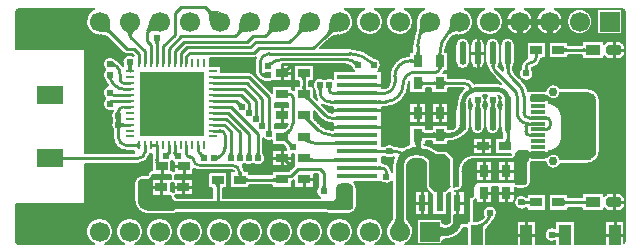
<source format=gtl>
G04*
G04 #@! TF.GenerationSoftware,Altium Limited,Altium Designer,21.8.1 (53)*
G04*
G04 Layer_Physical_Order=1*
G04 Layer_Color=255*
%FSLAX25Y25*%
%MOIN*%
G70*
G04*
G04 #@! TF.SameCoordinates,17BD96DF-920B-4E40-B81F-192E6F3E527F*
G04*
G04*
G04 #@! TF.FilePolarity,Positive*
G04*
G01*
G75*
%ADD12C,0.01000*%
%ADD17R,0.01102X0.03150*%
%ADD18R,0.03150X0.01102*%
%ADD19R,0.21260X0.21260*%
%ADD20R,0.04000X0.03000*%
%ADD21R,0.04000X0.03150*%
%ADD22R,0.13780X0.01575*%
%ADD23R,0.03150X0.04000*%
%ADD24R,0.03000X0.04000*%
%ADD25R,0.02362X0.05512*%
%ADD26R,0.02362X0.07087*%
G04:AMPARAMS|DCode=27|XSize=125mil|YSize=70mil|CornerRadius=0mil|HoleSize=0mil|Usage=FLASHONLY|Rotation=90.000|XOffset=0mil|YOffset=0mil|HoleType=Round|Shape=Octagon|*
%AMOCTAGOND27*
4,1,8,0.01750,0.06250,-0.01750,0.06250,-0.03500,0.04500,-0.03500,-0.04500,-0.01750,-0.06250,0.01750,-0.06250,0.03500,-0.04500,0.03500,0.04500,0.01750,0.06250,0.0*
%
%ADD27OCTAGOND27*%

%ADD28R,0.04528X0.01181*%
%ADD29R,0.04520X0.01180*%
%ADD30R,0.05000X0.03500*%
G04:AMPARAMS|DCode=31|XSize=50mil|YSize=35mil|CornerRadius=0mil|HoleSize=0mil|Usage=FLASHONLY|Rotation=0.000|XOffset=0mil|YOffset=0mil|HoleType=Round|Shape=Octagon|*
%AMOCTAGOND31*
4,1,8,0.02500,-0.00875,0.02500,0.00875,0.01625,0.01750,-0.01625,0.01750,-0.02500,0.00875,-0.02500,-0.00875,-0.01625,-0.01750,0.01625,-0.01750,0.02500,-0.00875,0.0*
%
%ADD31OCTAGOND31*%

%ADD32R,0.03937X0.06693*%
%ADD33R,0.08661X0.05906*%
%ADD34O,0.02260X0.08014*%
%ADD59C,0.00500*%
%ADD60C,0.02500*%
%ADD61C,0.01500*%
%ADD62C,0.02000*%
%ADD63O,0.09055X0.04724*%
%ADD64O,0.07874X0.04724*%
%ADD65C,0.02953*%
%ADD66R,0.06693X0.06693*%
%ADD67C,0.06693*%
%ADD68C,0.02402*%
%ADD69C,0.02400*%
G36*
X497358Y228463D02*
X497570Y228329D01*
X497818Y228211D01*
X498101Y228110D01*
X498421Y228025D01*
X498776Y227957D01*
X499167Y227905D01*
X500056Y227849D01*
X500554Y227846D01*
X497241Y224534D01*
X497238Y225032D01*
X497183Y225921D01*
X497131Y226311D01*
X497062Y226667D01*
X496977Y226986D01*
X496876Y227270D01*
X496759Y227517D01*
X496625Y227730D01*
X496474Y227906D01*
X497181Y228613D01*
X497358Y228463D01*
D02*
G37*
G36*
X479998Y221206D02*
X479540Y221277D01*
X478714Y221343D01*
X478346Y221337D01*
X478008Y221304D01*
X477699Y221246D01*
X477420Y221162D01*
X477171Y221052D01*
X476951Y220916D01*
X476761Y220754D01*
X476175Y221582D01*
X476306Y221737D01*
X476433Y221934D01*
X476555Y222172D01*
X476673Y222453D01*
X476786Y222776D01*
X476998Y223549D01*
X477192Y224490D01*
X477282Y225024D01*
X479998Y221206D01*
D02*
G37*
G36*
X580271Y221169D02*
X579862Y221198D01*
X579117Y221191D01*
X578781Y221156D01*
X578470Y221098D01*
X578183Y221020D01*
X577921Y220919D01*
X577684Y220797D01*
X577471Y220653D01*
X577282Y220488D01*
X576575Y221195D01*
X576741Y221384D01*
X576884Y221597D01*
X577006Y221834D01*
X577107Y222096D01*
X577186Y222383D01*
X577243Y222694D01*
X577279Y223029D01*
X577293Y223390D01*
X577285Y223774D01*
X577256Y224184D01*
X580271Y221169D01*
D02*
G37*
G36*
X540554Y221154D02*
X540056Y221151D01*
X539167Y221095D01*
X538776Y221043D01*
X538421Y220975D01*
X538101Y220890D01*
X537818Y220789D01*
X537570Y220671D01*
X537358Y220537D01*
X537181Y220387D01*
X536474Y221094D01*
X536625Y221270D01*
X536759Y221483D01*
X536876Y221730D01*
X536977Y222014D01*
X537062Y222333D01*
X537131Y222689D01*
X537183Y223079D01*
X537238Y223968D01*
X537241Y224466D01*
X540554Y221154D01*
D02*
G37*
G36*
X530554D02*
X530056Y221151D01*
X529167Y221095D01*
X528776Y221043D01*
X528421Y220975D01*
X528101Y220890D01*
X527818Y220789D01*
X527570Y220671D01*
X527358Y220537D01*
X527181Y220387D01*
X526474Y221094D01*
X526625Y221270D01*
X526759Y221483D01*
X526876Y221730D01*
X526977Y222014D01*
X527062Y222333D01*
X527131Y222689D01*
X527183Y223079D01*
X527238Y223968D01*
X527241Y224466D01*
X530554Y221154D01*
D02*
G37*
G36*
X520554D02*
X520056Y221151D01*
X519167Y221095D01*
X518776Y221043D01*
X518421Y220975D01*
X518101Y220890D01*
X517818Y220789D01*
X517570Y220671D01*
X517358Y220537D01*
X517181Y220387D01*
X516474Y221094D01*
X516625Y221270D01*
X516759Y221483D01*
X516876Y221730D01*
X516977Y222014D01*
X517062Y222333D01*
X517131Y222689D01*
X517183Y223079D01*
X517238Y223968D01*
X517241Y224466D01*
X520554Y221154D01*
D02*
G37*
G36*
X510554D02*
X510056Y221151D01*
X509167Y221095D01*
X508776Y221043D01*
X508421Y220975D01*
X508101Y220890D01*
X507818Y220789D01*
X507570Y220671D01*
X507358Y220537D01*
X507181Y220387D01*
X506474Y221094D01*
X506625Y221270D01*
X506759Y221483D01*
X506876Y221730D01*
X506977Y222014D01*
X507062Y222333D01*
X507131Y222689D01*
X507183Y223079D01*
X507238Y223968D01*
X507241Y224466D01*
X510554Y221154D01*
D02*
G37*
G36*
X463937Y223968D02*
X463992Y223079D01*
X464044Y222689D01*
X464112Y222333D01*
X464197Y222014D01*
X464298Y221730D01*
X464416Y221483D01*
X464550Y221270D01*
X464700Y221094D01*
X463993Y220387D01*
X463817Y220537D01*
X463605Y220671D01*
X463357Y220789D01*
X463073Y220890D01*
X462754Y220975D01*
X462399Y221043D01*
X462008Y221095D01*
X461119Y221151D01*
X460621Y221154D01*
X463934Y224466D01*
X463937Y223968D01*
D02*
G37*
G36*
X570726Y221156D02*
X570250Y221126D01*
X569421Y221004D01*
X569068Y220913D01*
X568754Y220801D01*
X568482Y220670D01*
X568250Y220518D01*
X568058Y220346D01*
X567907Y220154D01*
X567797Y219941D01*
X567007Y220640D01*
X567083Y220842D01*
X567147Y221080D01*
X567200Y221354D01*
X567241Y221665D01*
X567289Y222396D01*
X567291Y223273D01*
X567247Y224295D01*
X570726Y221156D01*
D02*
G37*
G36*
X472429Y221673D02*
X472192Y221442D01*
X471983Y221210D01*
X471802Y220974D01*
X471649Y220735D01*
X471523Y220494D01*
X471425Y220250D01*
X471356Y220003D01*
X471314Y219753D01*
X471300Y219500D01*
X470300D01*
X470285Y219745D01*
X470241Y219984D01*
X470167Y220216D01*
X470064Y220441D01*
X469932Y220660D01*
X469770Y220872D01*
X469579Y221077D01*
X469358Y221276D01*
X469107Y221468D01*
X468828Y221654D01*
X472694Y221900D01*
X472429Y221673D01*
D02*
G37*
G36*
X480478Y217975D02*
X480420Y217900D01*
X480369Y217819D01*
X480325Y217732D01*
X480288Y217639D01*
X480257Y217541D01*
X480233Y217437D01*
X480217Y217327D01*
X480206Y217212D01*
X480203Y217091D01*
X479203Y217088D01*
X479200Y217209D01*
X479189Y217324D01*
X479172Y217434D01*
X479148Y217538D01*
X479118Y217636D01*
X479080Y217729D01*
X479036Y217815D01*
X478985Y217896D01*
X478927Y217972D01*
X478862Y218041D01*
X480542Y218045D01*
X480478Y217975D01*
D02*
G37*
G36*
X622524Y214000D02*
X622514Y214095D01*
X622483Y214180D01*
X622433Y214255D01*
X622362Y214320D01*
X622271Y214375D01*
X622160Y214420D01*
X622028Y214455D01*
X621876Y214480D01*
X621704Y214495D01*
X621512Y214500D01*
Y215500D01*
X621704Y215505D01*
X621876Y215520D01*
X622028Y215545D01*
X622160Y215580D01*
X622271Y215625D01*
X622362Y215680D01*
X622433Y215745D01*
X622483Y215820D01*
X622514Y215905D01*
X622524Y216000D01*
Y214000D01*
D02*
G37*
G36*
X615486Y215905D02*
X615517Y215820D01*
X615567Y215745D01*
X615638Y215680D01*
X615729Y215625D01*
X615840Y215580D01*
X615972Y215545D01*
X616124Y215520D01*
X616296Y215505D01*
X616488Y215500D01*
Y214500D01*
X616296Y214495D01*
X616124Y214480D01*
X615972Y214455D01*
X615840Y214420D01*
X615729Y214375D01*
X615638Y214320D01*
X615567Y214255D01*
X615517Y214180D01*
X615486Y214095D01*
X615476Y214000D01*
Y216000D01*
X615486Y215905D01*
D02*
G37*
G36*
X574500Y213667D02*
X574526Y213231D01*
X574533Y213226D01*
X573467D01*
X573474Y213231D01*
X573479Y213248D01*
X573484Y213275D01*
X573488Y213313D01*
X573497Y213493D01*
X573500Y213771D01*
X574500D01*
X574500Y213667D01*
D02*
G37*
G36*
X567105Y214046D02*
X567120Y213874D01*
X567145Y213722D01*
X567180Y213590D01*
X567225Y213479D01*
X567280Y213388D01*
X567345Y213317D01*
X567420Y213266D01*
X567505Y213236D01*
X567600Y213226D01*
X565600D01*
X565695Y213236D01*
X565780Y213266D01*
X565855Y213317D01*
X565920Y213388D01*
X565975Y213479D01*
X566020Y213590D01*
X566055Y213722D01*
X566080Y213874D01*
X566095Y214046D01*
X566100Y214238D01*
X567100D01*
X567105Y214046D01*
D02*
G37*
G36*
X606973Y213429D02*
X606916Y213404D01*
X606865Y213362D01*
X606821Y213303D01*
X606784Y213228D01*
X606754Y213136D01*
X606730Y213027D01*
X606713Y212901D01*
X606703Y212759D01*
X606700Y212600D01*
X605700D01*
X605697Y212759D01*
X605670Y213027D01*
X605646Y213136D01*
X605616Y213228D01*
X605579Y213303D01*
X605535Y213362D01*
X605484Y213404D01*
X605427Y213429D01*
X605363Y213437D01*
X607037D01*
X606973Y213429D01*
D02*
G37*
G36*
X518344Y210348D02*
X518246Y210282D01*
X518158Y210213D01*
X518079Y210140D01*
X518010Y210063D01*
X517950Y209983D01*
X517900Y209898D01*
X517860Y209810D01*
X517830Y209719D01*
X517809Y209623D01*
X517798Y209524D01*
X516700Y210796D01*
X516788Y210792D01*
X516878Y210797D01*
X516971Y210809D01*
X517065Y210829D01*
X517162Y210856D01*
X517261Y210892D01*
X517362Y210935D01*
X517466Y210985D01*
X517679Y211110D01*
X518344Y210348D01*
D02*
G37*
G36*
X565049Y210563D02*
X565041Y210627D01*
X565015Y210684D01*
X564973Y210735D01*
X564913Y210779D01*
X564837Y210816D01*
X564744Y210846D01*
X564633Y210870D01*
X564506Y210887D01*
X564361Y210897D01*
X564200Y210900D01*
Y211900D01*
X564361Y211903D01*
X564633Y211930D01*
X564744Y211954D01*
X564837Y211984D01*
X564913Y212021D01*
X564973Y212065D01*
X565015Y212116D01*
X565041Y212173D01*
X565049Y212237D01*
Y210563D01*
D02*
G37*
G36*
X545805Y211422D02*
X546019Y211319D01*
X546122Y211279D01*
X546222Y211246D01*
X546320Y211221D01*
X546415Y211203D01*
X546507Y211192D01*
X546596Y211190D01*
X546683Y211194D01*
X545604Y209907D01*
X545591Y210006D01*
X545568Y210102D01*
X545536Y210193D01*
X545494Y210280D01*
X545442Y210362D01*
X545380Y210440D01*
X545309Y210514D01*
X545228Y210583D01*
X545137Y210648D01*
X545036Y210709D01*
X545694Y211484D01*
X545805Y211422D01*
D02*
G37*
G36*
X465139Y211011D02*
X465191Y210951D01*
X465252Y210890D01*
X465321Y210828D01*
X465486Y210702D01*
X465581Y210637D01*
X465918Y210437D01*
X465722Y209382D01*
X465625Y209445D01*
X465528Y209495D01*
X465433Y209531D01*
X465338Y209555D01*
X465245Y209565D01*
X465152Y209562D01*
X465060Y209546D01*
X464969Y209516D01*
X464879Y209474D01*
X464790Y209418D01*
X465095Y211070D01*
X465139Y211011D01*
D02*
G37*
G36*
X597521Y210349D02*
X597454Y210234D01*
X597394Y210113D01*
X597343Y209984D01*
X597299Y209847D01*
X597263Y209704D01*
X597236Y209553D01*
X597216Y209394D01*
X597204Y209228D01*
X597200Y209055D01*
X596200Y208984D01*
X596195Y209254D01*
X596156Y209708D01*
X596122Y209892D01*
X596077Y210047D01*
X596023Y210173D01*
X595960Y210271D01*
X595886Y210339D01*
X595803Y210379D01*
X595710Y210390D01*
X597597Y210456D01*
X597521Y210349D01*
D02*
G37*
G36*
X524070Y208888D02*
X523871Y208682D01*
X523557Y208313D01*
X523443Y208150D01*
X523357Y208001D01*
X523299Y207867D01*
X523270Y207747D01*
X523269Y207642D01*
X523296Y207551D01*
X523351Y207474D01*
X521949Y208876D01*
X522025Y208821D01*
X522117Y208794D01*
X522222Y208795D01*
X522342Y208824D01*
X522476Y208882D01*
X522625Y208968D01*
X522788Y209082D01*
X522965Y209225D01*
X523363Y209595D01*
X524070Y208888D01*
D02*
G37*
G36*
X471375Y210073D02*
X471318Y209998D01*
X471267Y209917D01*
X471222Y209830D01*
X471185Y209738D01*
X471154Y209640D01*
X471131Y209536D01*
X471114Y209426D01*
X471103Y209310D01*
X471103Y209285D01*
X471105Y209195D01*
X471120Y209023D01*
X471145Y208872D01*
X471180Y208740D01*
X471225Y208629D01*
X471280Y208538D01*
X471345Y208467D01*
X471420Y208416D01*
X471505Y208386D01*
X471600Y208376D01*
X469600D01*
X469695Y208386D01*
X469780Y208416D01*
X469855Y208467D01*
X469920Y208538D01*
X469975Y208629D01*
X470020Y208740D01*
X470055Y208872D01*
X470080Y209023D01*
X470095Y209195D01*
X470097Y209285D01*
X470097Y209310D01*
X470086Y209426D01*
X470069Y209536D01*
X470046Y209640D01*
X470015Y209738D01*
X469978Y209830D01*
X469933Y209917D01*
X469882Y209998D01*
X469825Y210073D01*
X469760Y210143D01*
X471440D01*
X471375Y210073D01*
D02*
G37*
G36*
X603303Y208890D02*
X603314Y208774D01*
X603331Y208664D01*
X603354Y208560D01*
X603385Y208462D01*
X603422Y208370D01*
X603467Y208283D01*
X603518Y208202D01*
X603575Y208126D01*
X603640Y208057D01*
X601960D01*
X602025Y208126D01*
X602082Y208202D01*
X602133Y208283D01*
X602178Y208370D01*
X602215Y208462D01*
X602246Y208560D01*
X602269Y208664D01*
X602286Y208774D01*
X602297Y208890D01*
X602300Y209011D01*
X603300D01*
X603303Y208890D01*
D02*
G37*
G36*
X534761Y209151D02*
X534850Y209076D01*
X534940Y209011D01*
X535030Y208954D01*
X535121Y208906D01*
X535213Y208867D01*
X535306Y208837D01*
X535399Y208816D01*
X535493Y208803D01*
X535588Y208800D01*
X534400Y207612D01*
X534397Y207707D01*
X534384Y207801D01*
X534363Y207894D01*
X534333Y207987D01*
X534294Y208079D01*
X534246Y208170D01*
X534189Y208260D01*
X534124Y208350D01*
X534049Y208439D01*
X533966Y208527D01*
X534673Y209234D01*
X534761Y209151D01*
D02*
G37*
G36*
X515740Y205763D02*
X514450Y206417D01*
X515002Y207250D01*
X515070Y207212D01*
X515139Y207187D01*
X515210Y207174D01*
X515282Y207174D01*
X515355Y207187D01*
X515430Y207213D01*
X515507Y207251D01*
X515585Y207302D01*
X515664Y207366D01*
X515745Y207442D01*
X515740Y205763D01*
D02*
G37*
G36*
X529580Y205902D02*
X529495Y205872D01*
X529420Y205822D01*
X529355Y205752D01*
X529300Y205662D01*
X529255Y205552D01*
X529220Y205422D01*
X529195Y205272D01*
X529180Y205102D01*
X529175Y204912D01*
X528175D01*
X528170Y205102D01*
X528155Y205272D01*
X528130Y205422D01*
X528095Y205552D01*
X528050Y205662D01*
X527995Y205752D01*
X527930Y205822D01*
X527855Y205872D01*
X527770Y205902D01*
X527675Y205912D01*
X529675D01*
X529580Y205902D01*
D02*
G37*
G36*
X464982Y205872D02*
X464934Y205786D01*
X464897Y205697D01*
X464872Y205605D01*
X464857Y205510D01*
X464855Y205412D01*
X464863Y205312D01*
X464883Y205209D01*
X464914Y205103D01*
X464956Y204995D01*
X463929Y204870D01*
X463881Y204993D01*
X463780Y205214D01*
X463728Y205313D01*
X463617Y205488D01*
X463559Y205563D01*
X463499Y205631D01*
X463438Y205692D01*
X463375Y205744D01*
X465041Y205956D01*
X464982Y205872D01*
D02*
G37*
G36*
X575573Y204855D02*
X575603Y204770D01*
X575653Y204695D01*
X575723Y204630D01*
X575813Y204575D01*
X575923Y204530D01*
X576053Y204495D01*
X576203Y204470D01*
X576373Y204455D01*
X576563Y204450D01*
Y203450D01*
X576373Y203445D01*
X576203Y203430D01*
X576053Y203405D01*
X575923Y203370D01*
X575813Y203325D01*
X575723Y203270D01*
X575653Y203205D01*
X575603Y203130D01*
X575573Y203045D01*
X575563Y202950D01*
Y204950D01*
X575573Y204855D01*
D02*
G37*
G36*
X572449Y202950D02*
X572439Y203045D01*
X572409Y203130D01*
X572358Y203205D01*
X572287Y203270D01*
X572196Y203325D01*
X572085Y203370D01*
X571953Y203405D01*
X571802Y203430D01*
X571629Y203445D01*
X571437Y203450D01*
Y204450D01*
X571629Y204455D01*
X571802Y204470D01*
X571953Y204495D01*
X572085Y204530D01*
X572196Y204575D01*
X572287Y204630D01*
X572358Y204695D01*
X572409Y204770D01*
X572439Y204855D01*
X572449Y204950D01*
Y202950D01*
D02*
G37*
G36*
X568173Y204855D02*
X568203Y204770D01*
X568253Y204695D01*
X568323Y204630D01*
X568413Y204575D01*
X568523Y204530D01*
X568653Y204495D01*
X568803Y204470D01*
X568973Y204455D01*
X569163Y204450D01*
Y203450D01*
X568973Y203445D01*
X568803Y203430D01*
X568653Y203405D01*
X568523Y203370D01*
X568413Y203325D01*
X568323Y203270D01*
X568253Y203205D01*
X568203Y203130D01*
X568173Y203045D01*
X568163Y202950D01*
Y204950D01*
X568173Y204855D01*
D02*
G37*
G36*
X529180Y202671D02*
X529195Y202499D01*
X529220Y202347D01*
X529255Y202215D01*
X529300Y202104D01*
X529355Y202013D01*
X529420Y201942D01*
X529495Y201891D01*
X529580Y201861D01*
X529675Y201851D01*
X527675D01*
X527770Y201861D01*
X527855Y201891D01*
X527930Y201942D01*
X527995Y202013D01*
X528050Y202104D01*
X528095Y202215D01*
X528130Y202347D01*
X528155Y202499D01*
X528170Y202671D01*
X528175Y202863D01*
X529175D01*
X529180Y202671D01*
D02*
G37*
G36*
X537768Y202237D02*
X537753Y202210D01*
X537741Y202173D01*
X537730Y202125D01*
X537721Y202065D01*
X537708Y201913D01*
X537701Y201715D01*
X537700Y201600D01*
X536700D01*
X536699Y201715D01*
X536670Y202125D01*
X536659Y202173D01*
X536647Y202210D01*
X536632Y202237D01*
X536617Y202251D01*
X537783D01*
X537768Y202237D01*
D02*
G37*
G36*
X534875Y202374D02*
X534818Y202298D01*
X534767Y202217D01*
X534722Y202130D01*
X534685Y202038D01*
X534654Y201940D01*
X534631Y201836D01*
X534614Y201726D01*
X534603Y201610D01*
X534600Y201489D01*
X533600D01*
X533597Y201610D01*
X533586Y201726D01*
X533569Y201836D01*
X533546Y201940D01*
X533515Y202038D01*
X533478Y202130D01*
X533433Y202217D01*
X533382Y202298D01*
X533325Y202374D01*
X533260Y202443D01*
X534940D01*
X534875Y202374D01*
D02*
G37*
G36*
X523356Y200830D02*
X523373Y200824D01*
X523400Y200818D01*
X523439Y200813D01*
X523549Y200806D01*
X523900Y200800D01*
Y199800D01*
X523796Y199800D01*
X523356Y199770D01*
X523351Y199763D01*
Y200837D01*
X523356Y200830D01*
D02*
G37*
G36*
X553388Y201247D02*
X553418Y201200D01*
X553468Y201158D01*
X553538Y201123D01*
X553628Y201092D01*
X553738Y201068D01*
X553868Y201048D01*
X554018Y201034D01*
X554378Y201024D01*
Y200024D01*
X554188Y200021D01*
X553868Y199999D01*
X553738Y199979D01*
X553628Y199955D01*
X553538Y199924D01*
X553468Y199889D01*
X553418Y199847D01*
X553388Y199801D01*
X553378Y199748D01*
Y201299D01*
X553388Y201247D01*
D02*
G37*
G36*
X539622Y199748D02*
X539612Y199801D01*
X539582Y199847D01*
X539532Y199889D01*
X539462Y199924D01*
X539372Y199955D01*
X539262Y199979D01*
X539132Y199999D01*
X538982Y200012D01*
X538622Y200024D01*
Y201024D01*
X538812Y201026D01*
X539132Y201048D01*
X539262Y201068D01*
X539372Y201092D01*
X539462Y201123D01*
X539532Y201158D01*
X539582Y201200D01*
X539612Y201247D01*
X539622Y201299D01*
Y199748D01*
D02*
G37*
G36*
X597281Y199388D02*
X595625Y199100D01*
X595651Y199146D01*
X595666Y199199D01*
X595671Y199259D01*
X595666Y199326D01*
X595651Y199399D01*
X595626Y199480D01*
X595590Y199567D01*
X595544Y199662D01*
X595489Y199764D01*
X595423Y199872D01*
X596993Y200105D01*
X597281Y199388D01*
D02*
G37*
G36*
X530587Y199668D02*
X530544Y199591D01*
X530534Y199495D01*
X530555Y199381D01*
X530610Y199249D01*
X530697Y199098D01*
X530816Y198929D01*
X530968Y198742D01*
X531370Y198312D01*
X530238Y198030D01*
X530052Y198209D01*
X529710Y198495D01*
X529553Y198601D01*
X529407Y198684D01*
X529271Y198743D01*
X529144Y198777D01*
X529027Y198788D01*
X528921Y198775D01*
X528824Y198737D01*
X530663Y199726D01*
X530587Y199668D01*
D02*
G37*
G36*
X465006Y197506D02*
X465057Y197502D01*
X465103Y197493D01*
X465145Y197477D01*
X465181Y197454D01*
X465213Y197425D01*
X465239Y197390D01*
X465261Y197349D01*
X465278Y197301D01*
X465290Y197246D01*
X465297Y197185D01*
X464039Y198298D01*
X464083Y198301D01*
X464211Y198319D01*
X464253Y198328D01*
X464334Y198349D01*
X464374Y198362D01*
X464452Y198392D01*
X465006Y197506D01*
D02*
G37*
G36*
X553388Y198491D02*
X553418Y198444D01*
X553468Y198403D01*
X553538Y198367D01*
X553628Y198337D01*
X553738Y198312D01*
X553868Y198292D01*
X554018Y198279D01*
X554378Y198268D01*
Y197268D01*
X554188Y197265D01*
X553868Y197243D01*
X553738Y197224D01*
X553628Y197199D01*
X553538Y197169D01*
X553468Y197133D01*
X553418Y197091D01*
X553388Y197045D01*
X553378Y196992D01*
Y198543D01*
X553388Y198491D01*
D02*
G37*
G36*
X539622Y196992D02*
X539612Y197045D01*
X539582Y197091D01*
X539532Y197133D01*
X539462Y197169D01*
X539372Y197199D01*
X539262Y197224D01*
X539132Y197243D01*
X538982Y197257D01*
X538622Y197268D01*
Y198268D01*
X538812Y198270D01*
X539132Y198292D01*
X539262Y198312D01*
X539372Y198337D01*
X539462Y198367D01*
X539532Y198403D01*
X539582Y198444D01*
X539612Y198491D01*
X539622Y198543D01*
Y196992D01*
D02*
G37*
G36*
X507156Y197649D02*
X507245Y197574D01*
X507335Y197509D01*
X507425Y197452D01*
X507516Y197405D01*
X507608Y197366D01*
X507701Y197336D01*
X507794Y197315D01*
X507888Y197303D01*
X507983Y197300D01*
X506800Y196107D01*
X506796Y196202D01*
X506783Y196296D01*
X506762Y196389D01*
X506732Y196482D01*
X506693Y196574D01*
X506644Y196665D01*
X506588Y196755D01*
X506522Y196845D01*
X506448Y196934D01*
X506364Y197022D01*
X507068Y197732D01*
X507156Y197649D01*
D02*
G37*
G36*
X597438Y197534D02*
X597424Y197498D01*
X597411Y197450D01*
X597401Y197389D01*
X597384Y197229D01*
X597374Y197020D01*
X597373Y197014D01*
X597427Y196134D01*
X597452Y195969D01*
X597481Y195827D01*
X597515Y195709D01*
X597554Y195615D01*
X597597Y195544D01*
X595644D01*
X595687Y195615D01*
X595725Y195709D01*
X595759Y195827D01*
X595789Y195969D01*
X595814Y196134D01*
X595850Y196535D01*
X595864Y196934D01*
X595836Y197357D01*
X595823Y197419D01*
X595809Y197468D01*
X595793Y197505D01*
X595775Y197529D01*
X597454Y197557D01*
X597438Y197534D01*
D02*
G37*
G36*
X592391Y197387D02*
X592334Y197311D01*
X592284Y197229D01*
X592240Y197141D01*
X592204Y197048D01*
X592174Y196950D01*
X592150Y196845D01*
X592134Y196735D01*
X592133Y196731D01*
X592139Y196664D01*
X592163Y196510D01*
X592197Y196360D01*
X592239Y196214D01*
X592292Y196072D01*
X592354Y195934D01*
X592425Y195800D01*
X592506Y195670D01*
X592597Y195544D01*
X590644D01*
X590734Y195670D01*
X590815Y195800D01*
X590887Y195934D01*
X590949Y196072D01*
X591001Y196214D01*
X591044Y196360D01*
X591077Y196510D01*
X591101Y196664D01*
X591106Y196719D01*
X591089Y196826D01*
X591065Y196930D01*
X591034Y197028D01*
X590996Y197120D01*
X590951Y197206D01*
X590899Y197286D01*
X590840Y197361D01*
X590775Y197429D01*
X592454Y197457D01*
X592391Y197387D01*
D02*
G37*
G36*
X587391D02*
X587334Y197311D01*
X587284Y197229D01*
X587241Y197141D01*
X587204Y197048D01*
X587174Y196950D01*
X587150Y196845D01*
X587134Y196735D01*
X587133Y196731D01*
X587139Y196664D01*
X587163Y196510D01*
X587196Y196360D01*
X587239Y196214D01*
X587292Y196072D01*
X587354Y195934D01*
X587425Y195800D01*
X587506Y195670D01*
X587597Y195544D01*
X585644D01*
X585734Y195670D01*
X585815Y195800D01*
X585887Y195934D01*
X585949Y196072D01*
X586001Y196214D01*
X586044Y196360D01*
X586077Y196510D01*
X586101Y196664D01*
X586106Y196719D01*
X586089Y196826D01*
X586065Y196930D01*
X586034Y197028D01*
X585996Y197120D01*
X585951Y197206D01*
X585899Y197286D01*
X585840Y197361D01*
X585775Y197429D01*
X587454Y197457D01*
X587391Y197387D01*
D02*
G37*
G36*
X582373Y196874D02*
X582427Y196086D01*
X582452Y195938D01*
X582481Y195810D01*
X582515Y195702D01*
X582554Y195613D01*
X582597Y195544D01*
X580644D01*
X580687Y195613D01*
X580725Y195702D01*
X580759Y195810D01*
X580789Y195938D01*
X580814Y196086D01*
X580850Y196440D01*
X580868Y196874D01*
X580870Y197120D01*
X582370D01*
X582373Y196874D01*
D02*
G37*
G36*
X467505Y194798D02*
X467473Y194713D01*
X467454Y194628D01*
X467447Y194543D01*
X467452Y194459D01*
X467470Y194375D01*
X467499Y194291D01*
X467541Y194207D01*
X467595Y194123D01*
X467662Y194040D01*
X467740Y193957D01*
X467415D01*
X467425Y193804D01*
X467436Y193734D01*
X467449Y193674D01*
X467464Y193623D01*
X467481Y193582D01*
X467500Y193550D01*
X466300D01*
X466319Y193582D01*
X466336Y193623D01*
X466351Y193674D01*
X466364Y193734D01*
X466375Y193804D01*
X466390Y193957D01*
X466060D01*
X466589Y195201D01*
X467505Y194798D01*
D02*
G37*
G36*
X539622Y191480D02*
X539612Y191533D01*
X539582Y191579D01*
X539532Y191621D01*
X539462Y191657D01*
X539372Y191687D01*
X539262Y191712D01*
X539132Y191731D01*
X538982Y191745D01*
X538622Y191756D01*
Y192756D01*
X538812Y192759D01*
X539132Y192781D01*
X539262Y192800D01*
X539372Y192825D01*
X539462Y192855D01*
X539532Y192891D01*
X539582Y192932D01*
X539612Y192979D01*
X539622Y193031D01*
Y191480D01*
D02*
G37*
G36*
X530587Y192568D02*
X530544Y192490D01*
X530534Y192395D01*
X530555Y192281D01*
X530610Y192149D01*
X530697Y191998D01*
X530816Y191829D01*
X530968Y191642D01*
X531370Y191212D01*
X530591Y190577D01*
X530338Y190823D01*
X529681Y191374D01*
X529495Y191496D01*
X529327Y191586D01*
X529176Y191646D01*
X529041Y191674D01*
X528924Y191671D01*
X528824Y191637D01*
X530663Y192626D01*
X530587Y192568D01*
D02*
G37*
G36*
X582193Y191609D02*
X582178Y191559D01*
X582164Y191491D01*
X582153Y191406D01*
X582135Y191182D01*
X582120Y190520D01*
X581120D01*
X581119Y190712D01*
X581062Y191559D01*
X581047Y191609D01*
X581030Y191641D01*
X582211D01*
X582193Y191609D01*
D02*
G37*
G36*
X597145Y191552D02*
X597140Y191502D01*
X597131Y191314D01*
X597120Y190044D01*
X596120D01*
X596090Y191573D01*
X597151D01*
X597145Y191552D01*
D02*
G37*
G36*
X467723Y192219D02*
X467708Y192183D01*
X467694Y192134D01*
X467682Y192073D01*
X467672Y191999D01*
X467658Y191814D01*
X467653Y191586D01*
X467682Y191127D01*
X467694Y191066D01*
X467708Y191017D01*
X467723Y190981D01*
X467739Y190958D01*
X467806Y190900D01*
X467882Y190843D01*
X467965Y190794D01*
X468052Y190751D01*
X468146Y190714D01*
X468245Y190684D01*
X468349Y190661D01*
X468459Y190645D01*
X468575Y190635D01*
X468696Y190632D01*
X468725Y189632D01*
X468603Y189628D01*
X468488Y189618D01*
X468378Y189600D01*
X468275Y189576D01*
X468177Y189544D01*
X468086Y189506D01*
X468000Y189461D01*
X467920Y189408D01*
X467847Y189349D01*
X467779Y189283D01*
X467735Y190957D01*
X466060D01*
X466077Y190981D01*
X466092Y191017D01*
X466106Y191066D01*
X466118Y191127D01*
X466127Y191201D01*
X466142Y191386D01*
X466147Y191614D01*
X466118Y192073D01*
X466106Y192134D01*
X466092Y192183D01*
X466077Y192219D01*
X466060Y192243D01*
X467740D01*
X467723Y192219D01*
D02*
G37*
G36*
X467675Y189173D02*
X467618Y189098D01*
X467567Y189017D01*
X467522Y188930D01*
X467485Y188838D01*
X467454Y188740D01*
X467431Y188636D01*
X467414Y188526D01*
X467403Y188410D01*
X467400Y188289D01*
X466400D01*
X466397Y188410D01*
X466386Y188526D01*
X466369Y188636D01*
X466346Y188740D01*
X466315Y188838D01*
X466278Y188930D01*
X466233Y189017D01*
X466182Y189098D01*
X466125Y189173D01*
X466060Y189243D01*
X467740D01*
X467675Y189173D01*
D02*
G37*
G36*
X524197Y187569D02*
X523983Y187375D01*
X523643Y187030D01*
X523517Y186877D01*
X523420Y186738D01*
X523353Y186612D01*
X523315Y186500D01*
X523306Y186401D01*
X523326Y186316D01*
X523376Y186245D01*
X521981Y187651D01*
X522061Y187597D01*
X522163Y187575D01*
X522287Y187585D01*
X522433Y187627D01*
X522600Y187701D01*
X522789Y187807D01*
X522999Y187945D01*
X523485Y188318D01*
X523761Y188552D01*
X524197Y187569D01*
D02*
G37*
G36*
X597506Y188536D02*
X597425Y188406D01*
X597354Y188272D01*
X597292Y188134D01*
X597239Y187992D01*
X597196Y187846D01*
X597163Y187697D01*
X597139Y187543D01*
X597125Y187385D01*
X597120Y187223D01*
X596120D01*
X596115Y187385D01*
X596101Y187543D01*
X596077Y187697D01*
X596044Y187846D01*
X596001Y187992D01*
X595949Y188134D01*
X595887Y188272D01*
X595815Y188406D01*
X595734Y188536D01*
X595644Y188663D01*
X597597D01*
X597506Y188536D01*
D02*
G37*
G36*
X581912Y188137D02*
X581895Y188125D01*
X581855Y188090D01*
X580696Y186985D01*
X579519Y187976D01*
X579790Y188248D01*
X580216Y188744D01*
X580372Y188969D01*
X580490Y189177D01*
X580570Y189370D01*
X580611Y189547D01*
X580614Y189708D01*
X580578Y189853D01*
X580505Y189982D01*
X581912Y188137D01*
D02*
G37*
G36*
X539622Y185969D02*
X539612Y186021D01*
X539582Y186068D01*
X539532Y186109D01*
X539462Y186145D01*
X539372Y186175D01*
X539262Y186200D01*
X539132Y186219D01*
X538982Y186233D01*
X538622Y186244D01*
Y187244D01*
X538812Y187247D01*
X539132Y187269D01*
X539262Y187288D01*
X539372Y187313D01*
X539462Y187343D01*
X539532Y187379D01*
X539582Y187420D01*
X539612Y187467D01*
X539622Y187519D01*
Y185969D01*
D02*
G37*
G36*
X575503Y188057D02*
X575548Y187930D01*
X575623Y187818D01*
X575728Y187720D01*
X575863Y187637D01*
X576028Y187570D01*
X576223Y187517D01*
X576448Y187480D01*
X576703Y187458D01*
X576988Y187450D01*
Y185950D01*
X576703Y185942D01*
X576448Y185920D01*
X576223Y185882D01*
X576028Y185830D01*
X575863Y185763D01*
X575728Y185680D01*
X575623Y185582D01*
X575548Y185470D01*
X575503Y185343D01*
X575488Y185200D01*
Y188200D01*
X575503Y188057D01*
D02*
G37*
G36*
X572524Y185200D02*
X572509Y185343D01*
X572464Y185470D01*
X572388Y185582D01*
X572282Y185680D01*
X572146Y185763D01*
X571980Y185830D01*
X571783Y185882D01*
X571556Y185920D01*
X571299Y185942D01*
X571012Y185950D01*
Y187450D01*
X571299Y187458D01*
X571556Y187480D01*
X571783Y187517D01*
X571980Y187570D01*
X572146Y187637D01*
X572282Y187720D01*
X572388Y187818D01*
X572464Y187930D01*
X572509Y188057D01*
X572524Y188200D01*
Y185200D01*
D02*
G37*
G36*
X568103Y188057D02*
X568148Y187930D01*
X568223Y187818D01*
X568328Y187720D01*
X568463Y187637D01*
X568628Y187570D01*
X568823Y187517D01*
X569048Y187480D01*
X569303Y187458D01*
X569588Y187450D01*
Y185950D01*
X569303Y185942D01*
X569048Y185920D01*
X568823Y185882D01*
X568628Y185830D01*
X568463Y185763D01*
X568328Y185680D01*
X568223Y185582D01*
X568148Y185470D01*
X568103Y185343D01*
X568088Y185200D01*
Y188200D01*
X568103Y188057D01*
D02*
G37*
G36*
X597125Y185298D02*
X597139Y185128D01*
X597162Y184978D01*
X597195Y184848D01*
X597237Y184738D01*
X597289Y184648D01*
X597349Y184578D01*
X597420Y184528D01*
X597499Y184498D01*
X597588Y184488D01*
X595620Y184476D01*
X595715Y184487D01*
X595800Y184518D01*
X595875Y184568D01*
X595940Y184639D01*
X595995Y184731D01*
X596040Y184842D01*
X596075Y184973D01*
X596100Y185125D01*
X596115Y185296D01*
X596120Y185488D01*
X597120D01*
X597125Y185298D01*
D02*
G37*
G36*
X530592Y185540D02*
X530536Y185470D01*
X530518Y185390D01*
X530539Y185301D01*
X530599Y185203D01*
X530698Y185095D01*
X530836Y184977D01*
X531013Y184851D01*
X531229Y184714D01*
X531484Y184569D01*
X530631Y183869D01*
X530313Y184038D01*
X529500Y184408D01*
X529276Y184487D01*
X529075Y184542D01*
X528897Y184575D01*
X528743Y184585D01*
X528612Y184573D01*
X528505Y184537D01*
X530688Y185601D01*
X530592Y185540D01*
D02*
G37*
G36*
X479179Y183744D02*
X479276Y183741D01*
Y182741D01*
X479179Y182738D01*
Y182241D01*
X479169Y182336D01*
X479139Y182421D01*
X479088Y182496D01*
X479017Y182561D01*
X478926Y182616D01*
X478815Y182661D01*
X478722Y182686D01*
X478629Y182661D01*
X478517Y182616D01*
X478426Y182561D01*
X478356Y182496D01*
X478305Y182421D01*
X478274Y182336D01*
X478264Y182241D01*
Y182738D01*
X478167Y182741D01*
Y183741D01*
X478264Y183744D01*
Y184241D01*
X478274Y184146D01*
X478305Y184061D01*
X478356Y183986D01*
X478426Y183921D01*
X478517Y183866D01*
X478629Y183821D01*
X478722Y183796D01*
X478815Y183821D01*
X478926Y183866D01*
X479017Y183921D01*
X479088Y183986D01*
X479139Y184061D01*
X479169Y184146D01*
X479179Y184241D01*
Y183744D01*
D02*
G37*
G36*
X523332Y185909D02*
X523303Y185812D01*
X523301Y185700D01*
X523326Y185572D01*
X523378Y185428D01*
X523457Y185268D01*
X523563Y185092D01*
X523696Y184900D01*
X524043Y184469D01*
X523316Y183781D01*
X523128Y183990D01*
X522790Y184319D01*
X522640Y184439D01*
X522502Y184530D01*
X522377Y184590D01*
X522264Y184622D01*
X522163Y184623D01*
X522075Y184595D01*
X522000Y184537D01*
X523388Y185989D01*
X523332Y185909D01*
D02*
G37*
G36*
X539622Y183213D02*
X539612Y183265D01*
X539582Y183312D01*
X539532Y183353D01*
X539462Y183389D01*
X539372Y183419D01*
X539262Y183444D01*
X539132Y183463D01*
X538982Y183477D01*
X538622Y183488D01*
Y184488D01*
X538812Y184491D01*
X539132Y184513D01*
X539262Y184532D01*
X539372Y184557D01*
X539462Y184587D01*
X539532Y184623D01*
X539582Y184664D01*
X539612Y184711D01*
X539622Y184764D01*
Y183213D01*
D02*
G37*
G36*
X567948Y184697D02*
X567822Y184652D01*
X567712Y184577D01*
X567616Y184472D01*
X567534Y184337D01*
X567468Y184172D01*
X567416Y183977D01*
X567380Y183752D01*
X567357Y183497D01*
X567350Y183212D01*
X565850D01*
X565843Y183497D01*
X565821Y183752D01*
X565784Y183977D01*
X565732Y184172D01*
X565665Y184337D01*
X565584Y184472D01*
X565488Y184577D01*
X565378Y184652D01*
X565252Y184697D01*
X565112Y184712D01*
X568088D01*
X567948Y184697D01*
D02*
G37*
G36*
X524274Y184207D02*
X524358Y184126D01*
X524443Y184054D01*
X524529Y183991D01*
X524616Y183937D01*
X524705Y183892D01*
X524795Y183855D01*
X524887Y183827D01*
X524980Y183808D01*
X525074Y183798D01*
X523804Y182698D01*
X523807Y182793D01*
X523802Y182888D01*
X523787Y182982D01*
X523764Y183077D01*
X523732Y183171D01*
X523690Y183265D01*
X523640Y183360D01*
X523581Y183454D01*
X523513Y183548D01*
X523437Y183642D01*
X524193Y184296D01*
X524274Y184207D01*
D02*
G37*
G36*
X473273Y182241D02*
X473263Y182336D01*
X473233Y182421D01*
X473182Y182496D01*
X473111Y182561D01*
X473020Y182616D01*
X472909Y182661D01*
X472777Y182696D01*
X472625Y182721D01*
X472453Y182736D01*
X472261Y182741D01*
Y183741D01*
X472453Y183746D01*
X472625Y183761D01*
X472777Y183786D01*
X472909Y183821D01*
X473020Y183866D01*
X473111Y183921D01*
X473182Y183986D01*
X473233Y184061D01*
X473263Y184146D01*
X473273Y184241D01*
Y182241D01*
D02*
G37*
G36*
X565835Y182458D02*
X565916Y182447D01*
X565982Y182430D01*
X566034Y182407D01*
X566071Y182377D01*
X566093Y182342D01*
X566100Y182300D01*
X567100D01*
X566743Y181064D01*
X565364Y182443D01*
X565504Y182456D01*
X565739Y182464D01*
X565835Y182458D01*
D02*
G37*
G36*
X553388Y181949D02*
X553418Y181897D01*
X553468Y181851D01*
X553538Y181811D01*
X553628Y181777D01*
X553738Y181749D01*
X553868Y181728D01*
X554018Y181712D01*
X554378Y181700D01*
Y180700D01*
X554188Y180698D01*
X553738Y180661D01*
X553628Y180639D01*
X553538Y180612D01*
X553468Y180581D01*
X553418Y180544D01*
X553388Y180503D01*
X553378Y180457D01*
Y182008D01*
X553388Y181949D01*
D02*
G37*
G36*
X558126Y181975D02*
X558202Y181918D01*
X558283Y181867D01*
X558370Y181822D01*
X558462Y181785D01*
X558560Y181754D01*
X558664Y181731D01*
X558774Y181714D01*
X558890Y181703D01*
X559011Y181700D01*
Y180700D01*
X558890Y180697D01*
X558774Y180686D01*
X558664Y180669D01*
X558560Y180646D01*
X558462Y180615D01*
X558370Y180578D01*
X558283Y180533D01*
X558202Y180482D01*
X558126Y180425D01*
X558057Y180360D01*
Y182040D01*
X558126Y181975D01*
D02*
G37*
G36*
X556343Y180360D02*
X556274Y180425D01*
X556198Y180482D01*
X556117Y180533D01*
X556030Y180578D01*
X555938Y180615D01*
X555840Y180646D01*
X555736Y180669D01*
X555626Y180686D01*
X555510Y180697D01*
X555389Y180700D01*
Y181700D01*
X555510Y181703D01*
X555626Y181714D01*
X555736Y181731D01*
X555840Y181754D01*
X555938Y181785D01*
X556030Y181822D01*
X556117Y181867D01*
X556198Y181918D01*
X556274Y181975D01*
X556343Y182040D01*
Y180360D01*
D02*
G37*
G36*
X513903Y180690D02*
X513914Y180574D01*
X513931Y180464D01*
X513954Y180360D01*
X513985Y180262D01*
X514022Y180170D01*
X514067Y180083D01*
X514118Y180002D01*
X514175Y179927D01*
X514240Y179857D01*
X512560D01*
X512625Y179927D01*
X512682Y180002D01*
X512733Y180083D01*
X512778Y180170D01*
X512815Y180262D01*
X512846Y180360D01*
X512869Y180464D01*
X512886Y180574D01*
X512897Y180690D01*
X512900Y180811D01*
X513900D01*
X513903Y180690D01*
D02*
G37*
G36*
X510903D02*
X510914Y180574D01*
X510931Y180464D01*
X510954Y180360D01*
X510985Y180262D01*
X511022Y180170D01*
X511067Y180083D01*
X511118Y180002D01*
X511175Y179927D01*
X511240Y179857D01*
X509560D01*
X509625Y179927D01*
X509682Y180002D01*
X509733Y180083D01*
X509778Y180170D01*
X509815Y180262D01*
X509846Y180360D01*
X509869Y180464D01*
X509886Y180574D01*
X509897Y180690D01*
X509900Y180811D01*
X510900D01*
X510903Y180690D01*
D02*
G37*
G36*
X507903D02*
X507914Y180574D01*
X507931Y180464D01*
X507954Y180360D01*
X507985Y180262D01*
X508022Y180170D01*
X508067Y180083D01*
X508118Y180002D01*
X508175Y179927D01*
X508240Y179857D01*
X506560D01*
X506625Y179927D01*
X506682Y180002D01*
X506733Y180083D01*
X506778Y180170D01*
X506815Y180262D01*
X506846Y180360D01*
X506869Y180464D01*
X506886Y180574D01*
X506897Y180690D01*
X506900Y180811D01*
X507900D01*
X507903Y180690D01*
D02*
G37*
G36*
X504903D02*
X504914Y180574D01*
X504931Y180464D01*
X504954Y180360D01*
X504985Y180262D01*
X505022Y180170D01*
X505067Y180083D01*
X505118Y180002D01*
X505175Y179927D01*
X505240Y179857D01*
X503560D01*
X503625Y179927D01*
X503682Y180002D01*
X503733Y180083D01*
X503778Y180170D01*
X503815Y180262D01*
X503846Y180360D01*
X503869Y180464D01*
X503886Y180574D01*
X503897Y180690D01*
X503900Y180811D01*
X504900D01*
X504903Y180690D01*
D02*
G37*
G36*
X500721Y178938D02*
X500600Y178875D01*
X500287Y178686D01*
X500199Y178623D01*
X500050Y178500D01*
X499987Y178440D01*
X499934Y178379D01*
X499888Y178319D01*
X499600Y179974D01*
X499688Y179918D01*
X499778Y179874D01*
X499869Y179844D01*
X499961Y179826D01*
X500054Y179821D01*
X500148Y179828D01*
X500244Y179849D01*
X500342Y179882D01*
X500440Y179929D01*
X500540Y179988D01*
X500721Y178938D01*
D02*
G37*
G36*
X494661Y180551D02*
X494750Y180476D01*
X494840Y180411D01*
X494930Y180354D01*
X495021Y180306D01*
X495113Y180267D01*
X495206Y180237D01*
X495299Y180216D01*
X495393Y180203D01*
X495488Y180200D01*
X494300Y179012D01*
X494297Y179107D01*
X494284Y179201D01*
X494263Y179294D01*
X494233Y179387D01*
X494194Y179479D01*
X494146Y179570D01*
X494089Y179660D01*
X494024Y179750D01*
X493949Y179839D01*
X493866Y179927D01*
X494573Y180634D01*
X494661Y180551D01*
D02*
G37*
G36*
X448329Y179814D02*
X448359Y179729D01*
X448409Y179654D01*
X448479Y179589D01*
X448569Y179534D01*
X448679Y179489D01*
X448809Y179454D01*
X448959Y179429D01*
X449129Y179414D01*
X449319Y179409D01*
Y178409D01*
X449129Y178404D01*
X448959Y178389D01*
X448809Y178364D01*
X448679Y178329D01*
X448569Y178284D01*
X448479Y178229D01*
X448409Y178164D01*
X448359Y178089D01*
X448329Y178004D01*
X448319Y177909D01*
Y179909D01*
X448329Y179814D01*
D02*
G37*
G36*
X539622Y177701D02*
X539612Y177753D01*
X539582Y177800D01*
X539532Y177841D01*
X539462Y177877D01*
X539372Y177907D01*
X539262Y177932D01*
X539132Y177952D01*
X538982Y177965D01*
X538622Y177976D01*
Y178976D01*
X538812Y178979D01*
X539132Y179001D01*
X539262Y179020D01*
X539372Y179045D01*
X539462Y179075D01*
X539532Y179111D01*
X539582Y179153D01*
X539612Y179199D01*
X539622Y179252D01*
Y177701D01*
D02*
G37*
G36*
X480211Y178498D02*
X480226Y178328D01*
X480251Y178178D01*
X480286Y178048D01*
X480331Y177938D01*
X480386Y177848D01*
X480451Y177778D01*
X480526Y177728D01*
X480611Y177698D01*
X480706Y177688D01*
X479312D01*
X479292Y177698D01*
X479274Y177728D01*
X479258Y177778D01*
X479244Y177848D01*
X479233Y177938D01*
X479216Y178178D01*
X479206Y178688D01*
X480206D01*
X480211Y178498D01*
D02*
G37*
G36*
X530637Y179381D02*
X530667Y179296D01*
X530718Y179221D01*
X530789Y179156D01*
X530880Y179101D01*
X530992Y179056D01*
X531123Y179021D01*
X531275Y178996D01*
X531446Y178981D01*
X531638Y178976D01*
Y177976D01*
X531448Y177972D01*
X531278Y177958D01*
X531128Y177935D01*
X530998Y177902D01*
X530888Y177860D01*
X530798Y177809D01*
X530728Y177749D01*
X530678Y177679D01*
X530648Y177600D01*
X530638Y177512D01*
X530626Y179476D01*
X530637Y179381D01*
D02*
G37*
G36*
X571123Y181234D02*
X572352Y180613D01*
X572890Y180388D01*
X573378Y180219D01*
X573816Y180107D01*
X574203Y180052D01*
X574541Y180053D01*
X574827Y180111D01*
X575064Y180226D01*
X570524Y177152D01*
X570690Y177305D01*
X570772Y177481D01*
X570769Y177680D01*
X570683Y177903D01*
X570513Y178149D01*
X570258Y178419D01*
X569920Y178711D01*
X569497Y179028D01*
X568399Y179731D01*
X570434Y181629D01*
X571123Y181234D01*
D02*
G37*
G36*
X523281Y178848D02*
X523253Y178756D01*
Y178650D01*
X523281Y178530D01*
X523338Y178396D01*
X523423Y178247D01*
X523536Y178085D01*
X523621Y177979D01*
X523636Y177968D01*
X523726Y177914D01*
X523817Y177870D01*
X523909Y177835D01*
X524001Y177810D01*
X524094Y177795D01*
X524188Y177790D01*
X524282Y177794D01*
X523204Y176506D01*
X523192Y176600D01*
X523173Y176693D01*
X523145Y176785D01*
X523110Y176877D01*
X523067Y176968D01*
X523015Y177058D01*
X522956Y177148D01*
X522946Y177161D01*
X522765Y177314D01*
X522603Y177427D01*
X522454Y177512D01*
X522320Y177569D01*
X522200Y177597D01*
X522093D01*
X522002Y177569D01*
X521924Y177512D01*
X523338Y178926D01*
X523281Y178848D01*
D02*
G37*
G36*
X553388Y176444D02*
X553418Y176397D01*
X553468Y176355D01*
X553538Y176320D01*
X553628Y176289D01*
X553738Y176264D01*
X553868Y176245D01*
X554018Y176231D01*
X554378Y176220D01*
Y175220D01*
X554188Y175218D01*
X553868Y175196D01*
X553738Y175176D01*
X553628Y175152D01*
X553538Y175121D01*
X553468Y175085D01*
X553418Y175044D01*
X553388Y174997D01*
X553378Y174945D01*
Y176496D01*
X553388Y176444D01*
D02*
G37*
G36*
X507754Y174079D02*
X507765Y173926D01*
X507785Y173791D01*
X507812Y173674D01*
X507847Y173576D01*
X507889Y173495D01*
X507940Y173432D01*
X507998Y173387D01*
X508064Y173360D01*
X508137Y173351D01*
X506363D01*
X506436Y173360D01*
X506502Y173387D01*
X506560Y173432D01*
X506611Y173495D01*
X506653Y173576D01*
X506688Y173674D01*
X506715Y173791D01*
X506735Y173926D01*
X506746Y174079D01*
X506750Y174250D01*
X507750D01*
X507754Y174079D01*
D02*
G37*
G36*
X524273Y172400D02*
X524103Y172396D01*
X523951Y172385D01*
X523817Y172365D01*
X523701Y172338D01*
X523602Y172304D01*
X523521Y172261D01*
X523458Y172211D01*
X523413Y172153D01*
X523386Y172088D01*
X523376Y172015D01*
X523388Y173388D01*
X524273Y173400D01*
Y172400D01*
D02*
G37*
G36*
X519424Y170800D02*
X519414Y170895D01*
X519383Y170980D01*
X519333Y171055D01*
X519262Y171120D01*
X519171Y171175D01*
X519060Y171220D01*
X518928Y171255D01*
X518776Y171280D01*
X518604Y171295D01*
X518412Y171300D01*
Y172300D01*
X518604Y172305D01*
X518776Y172320D01*
X518928Y172345D01*
X519060Y172380D01*
X519171Y172425D01*
X519262Y172480D01*
X519333Y172545D01*
X519383Y172620D01*
X519414Y172705D01*
X519424Y172800D01*
Y170800D01*
D02*
G37*
G36*
X509236Y172705D02*
X509267Y172620D01*
X509317Y172545D01*
X509388Y172480D01*
X509479Y172425D01*
X509590Y172380D01*
X509722Y172345D01*
X509874Y172320D01*
X510046Y172305D01*
X510238Y172300D01*
Y171300D01*
X510046Y171295D01*
X509874Y171280D01*
X509722Y171255D01*
X509590Y171220D01*
X509479Y171175D01*
X509388Y171120D01*
X509317Y171055D01*
X509267Y170980D01*
X509236Y170895D01*
X509226Y170800D01*
Y172800D01*
X509236Y172705D01*
D02*
G37*
G36*
X500855Y170227D02*
X500770Y170197D01*
X500695Y170147D01*
X500630Y170077D01*
X500575Y169987D01*
X500530Y169877D01*
X500495Y169747D01*
X500470Y169597D01*
X500455Y169427D01*
X500450Y169237D01*
X499450D01*
X499445Y169427D01*
X499430Y169597D01*
X499405Y169747D01*
X499370Y169877D01*
X499325Y169987D01*
X499270Y170077D01*
X499205Y170147D01*
X499130Y170197D01*
X499045Y170227D01*
X498950Y170237D01*
X500950D01*
X500855Y170227D01*
D02*
G37*
G36*
X535803Y169590D02*
X535814Y169474D01*
X535831Y169364D01*
X535854Y169260D01*
X535885Y169162D01*
X535922Y169070D01*
X535967Y168983D01*
X536018Y168902D01*
X536075Y168826D01*
X536140Y168757D01*
X534460D01*
X534525Y168826D01*
X534582Y168902D01*
X534633Y168983D01*
X534678Y169070D01*
X534715Y169162D01*
X534746Y169260D01*
X534769Y169364D01*
X534786Y169474D01*
X534797Y169590D01*
X534800Y169711D01*
X535800D01*
X535803Y169590D01*
D02*
G37*
G36*
X602127Y164975D02*
X602202Y164918D01*
X602283Y164867D01*
X602370Y164822D01*
X602462Y164785D01*
X602560Y164754D01*
X602664Y164731D01*
X602774Y164714D01*
X602890Y164703D01*
X603011Y164700D01*
Y163700D01*
X602890Y163697D01*
X602774Y163686D01*
X602664Y163669D01*
X602560Y163646D01*
X602462Y163615D01*
X602370Y163578D01*
X602283Y163533D01*
X602202Y163482D01*
X602127Y163425D01*
X602057Y163360D01*
Y165040D01*
X602127Y164975D01*
D02*
G37*
G36*
X622524Y163200D02*
X622514Y163295D01*
X622483Y163380D01*
X622433Y163455D01*
X622362Y163520D01*
X622271Y163575D01*
X622160Y163620D01*
X622028Y163655D01*
X621876Y163680D01*
X621704Y163695D01*
X621512Y163700D01*
Y164700D01*
X621704Y164705D01*
X621876Y164720D01*
X622028Y164745D01*
X622160Y164780D01*
X622271Y164825D01*
X622362Y164880D01*
X622433Y164945D01*
X622483Y165020D01*
X622514Y165105D01*
X622524Y165200D01*
Y163200D01*
D02*
G37*
G36*
X615486Y165105D02*
X615517Y165020D01*
X615567Y164945D01*
X615638Y164880D01*
X615729Y164825D01*
X615840Y164780D01*
X615972Y164745D01*
X616124Y164720D01*
X616296Y164705D01*
X616488Y164700D01*
Y163700D01*
X616296Y163695D01*
X616124Y163680D01*
X615972Y163655D01*
X615840Y163620D01*
X615729Y163575D01*
X615638Y163520D01*
X615567Y163455D01*
X615517Y163380D01*
X615486Y163295D01*
X615476Y163200D01*
Y165200D01*
X615486Y165105D01*
D02*
G37*
G36*
X604224Y163200D02*
X604214Y163295D01*
X604183Y163380D01*
X604133Y163455D01*
X604062Y163520D01*
X603971Y163575D01*
X603860Y163620D01*
X603728Y163655D01*
X603576Y163680D01*
X603404Y163695D01*
X603212Y163700D01*
Y164700D01*
X603404Y164705D01*
X603576Y164720D01*
X603728Y164745D01*
X603860Y164780D01*
X603971Y164825D01*
X604062Y164880D01*
X604133Y164945D01*
X604183Y165020D01*
X604214Y165105D01*
X604224Y165200D01*
Y163200D01*
D02*
G37*
G36*
X591414Y159736D02*
X591352Y159685D01*
X591291Y159626D01*
X591231Y159560D01*
X591172Y159485D01*
X591114Y159403D01*
X591002Y159214D01*
X590948Y159108D01*
X590844Y158872D01*
X589811Y159010D01*
X589857Y159116D01*
X589892Y159220D01*
X589916Y159322D01*
X589927Y159421D01*
X589927Y159518D01*
X589915Y159613D01*
X589891Y159705D01*
X589856Y159794D01*
X589809Y159882D01*
X589750Y159967D01*
X591414Y159736D01*
D02*
G37*
G36*
X561848Y159288D02*
X561881Y158975D01*
X561936Y158674D01*
X562012Y158384D01*
X562111Y158106D01*
X562231Y157839D01*
X562373Y157585D01*
X562537Y157341D01*
X562722Y157110D01*
X562930Y156890D01*
X558245D01*
X558452Y157110D01*
X558638Y157341D01*
X558802Y157585D01*
X558944Y157839D01*
X559064Y158106D01*
X559163Y158384D01*
X559239Y158674D01*
X559294Y158975D01*
X559326Y159288D01*
X559337Y159612D01*
X561837D01*
X561848Y159288D01*
D02*
G37*
G36*
X589157Y156736D02*
X588915Y156572D01*
X588535Y156279D01*
X588395Y156149D01*
X588290Y156030D01*
X588219Y155922D01*
X588183Y155826D01*
X588180Y155740D01*
X588211Y155666D01*
X588277Y155603D01*
X586525Y156823D01*
X586626Y156777D01*
X586756Y156762D01*
X586913Y156777D01*
X587099Y156822D01*
X587313Y156897D01*
X587555Y157002D01*
X587825Y157138D01*
X588450Y157500D01*
X588804Y157726D01*
X589157Y156736D01*
D02*
G37*
G36*
X613788Y152500D02*
X613778Y152595D01*
X613747Y152680D01*
X613697Y152755D01*
X613626Y152820D01*
X613535Y152875D01*
X613423Y152920D01*
X613292Y152955D01*
X613140Y152980D01*
X613020Y152990D01*
X612974Y152986D01*
X612864Y152969D01*
X612760Y152946D01*
X612662Y152915D01*
X612570Y152878D01*
X612483Y152833D01*
X612402Y152782D01*
X612326Y152725D01*
X612257Y152660D01*
Y154340D01*
X612326Y154275D01*
X612402Y154218D01*
X612483Y154167D01*
X612570Y154122D01*
X612662Y154085D01*
X612760Y154054D01*
X612864Y154031D01*
X612974Y154014D01*
X613020Y154009D01*
X613140Y154020D01*
X613292Y154045D01*
X613423Y154080D01*
X613535Y154125D01*
X613626Y154180D01*
X613697Y154245D01*
X613747Y154320D01*
X613778Y154405D01*
X613788Y154500D01*
Y152500D01*
D02*
G37*
G36*
X573934Y156664D02*
X574005Y156472D01*
X574125Y156303D01*
X574292Y156156D01*
X574507Y156032D01*
X574770Y155930D01*
X575081Y155851D01*
X575440Y155795D01*
X575846Y155761D01*
X576300Y155750D01*
Y153250D01*
X575846Y153239D01*
X575440Y153205D01*
X575081Y153148D01*
X574770Y153069D01*
X574507Y152968D01*
X574292Y152844D01*
X574125Y152697D01*
X574005Y152528D01*
X573934Y152336D01*
X573910Y152122D01*
Y156878D01*
X573934Y156664D01*
D02*
G37*
D12*
X551129Y210871D02*
G03*
X544058Y213800I-7071J-7071D01*
G01*
X587143Y156408D02*
G03*
X590700Y160700I-810J4292D01*
G01*
X587143Y156408D02*
G03*
X586518Y156007I190J-982D01*
G01*
X492000Y178300D02*
G03*
X490900Y179400I-1100J0D01*
G01*
X489548Y180352D02*
G03*
X490500Y179400I952J0D01*
G01*
X492000Y178300D02*
G03*
X493676Y176625I1675J0D01*
G01*
X499950Y171800D02*
G03*
X499050Y172700I-900J0D01*
G01*
X499400Y163200D02*
G03*
X499950Y163750I0J550D01*
G01*
X507250Y174250D02*
G03*
X504876Y176625I-2375J0D01*
G01*
X556200Y174300D02*
G03*
X554780Y175720I-1420J0D01*
G01*
X561555Y179214D02*
G03*
X559569Y181200I-1986J-0D01*
G01*
X566600Y181400D02*
G03*
X566800Y181200I200J0D01*
G01*
X565500D02*
G03*
X566600Y182300I0J1100D01*
G01*
X481300Y172800D02*
G03*
X481400Y172700I100J0D01*
G01*
X525025Y199175D02*
G03*
X523900Y200300I-1125J0D01*
G01*
X517100Y213800D02*
G03*
X514100Y210800I0J-3000D01*
G01*
X522394Y212000D02*
G03*
X516600Y209600I0J-8194D01*
G01*
X546800Y210000D02*
G03*
X541972Y212000I-4828J-4828D01*
G01*
X473548Y178909D02*
G03*
X475769Y181131I0J2221D01*
G01*
X576929Y220842D02*
G03*
X574000Y213771I7071J-7071D01*
G01*
X566600Y211250D02*
G03*
X566450Y211400I-150J0D01*
G01*
X569529Y223442D02*
G03*
X566600Y216371I7071J-7071D01*
G01*
X517100Y187100D02*
G03*
X517200Y187341I-241J241D01*
G01*
X514100Y208000D02*
G03*
X515500Y206600I1400J0D01*
G01*
X464100Y200800D02*
G03*
X464925Y199975I825J0D01*
G01*
X537200Y201600D02*
G03*
X538276Y200523I1077J0D01*
G01*
X522873Y187288D02*
G03*
X525025Y190600I-1473J3312D01*
G01*
X533403Y188472D02*
G03*
X537581Y186744I4176J4182D01*
G01*
X533403Y188472D02*
G03*
X533395Y188480I-715J-699D01*
G01*
X535595Y193380D02*
G03*
X538304Y192256I2707J2697D01*
G01*
X534100Y201000D02*
G03*
X537332Y197768I3232J0D01*
G01*
X529987Y185425D02*
G03*
X531988Y183988I2001J675D01*
G01*
X529987Y185425D02*
G03*
X529510Y185983I-946J-325D01*
G01*
X528650Y179000D02*
G03*
X529174Y178476I524J0D01*
G01*
X502400Y186600D02*
G03*
X500836Y188164I-1564J0D01*
G01*
X485611Y180689D02*
G03*
X486600Y179700I989J0D01*
G01*
X498900Y179000D02*
G03*
X502400Y182500I0J3500D01*
G01*
X493485Y181725D02*
G03*
X493987Y180513I1714J0D01*
G01*
X482700Y179700D02*
G03*
X483643Y180643I0J943D01*
G01*
X464100Y206700D02*
G03*
X468857Y201943I4757J0D01*
G01*
X467400Y207100D02*
G03*
X464100Y210400I-3300J0D01*
G01*
X465006Y198006D02*
G03*
X464100Y197100I0J-906D01*
G01*
X467400Y205300D02*
G03*
X468788Y203912I1388J0D01*
G01*
X470600Y208096D02*
G03*
X470847Y207849I247J0D01*
G01*
X479706Y177544D02*
G03*
X479865Y176955I1167J-0D01*
G01*
X604300Y210700D02*
G03*
X606200Y212600I0J1900D01*
G01*
X604300Y210700D02*
G03*
X602800Y209200I0J-1500D01*
G01*
X584551Y201473D02*
G03*
X582075Y203950I-2477J-0D01*
G01*
X468638Y196038D02*
G03*
X466900Y194300I0J-1738D01*
G01*
Y185800D02*
G03*
X469459Y183241I2559J0D01*
G01*
X481200Y169200D02*
G03*
X481300Y169300I0J100D01*
G01*
X595600Y183000D02*
G03*
X596620Y184020I0J1020D01*
G01*
X599800Y194100D02*
G03*
X603416Y190484I3616J0D01*
G01*
D02*
G03*
X602600Y189669I0J-816D01*
G01*
X599800Y199386D02*
G03*
X598800Y201800I-3414J0D01*
G01*
X602600Y187900D02*
G03*
X603953Y186547I1353J0D01*
G01*
X601978Y199590D02*
G03*
X600400Y203400I-5388J-0D01*
G01*
X601978Y194122D02*
G03*
X603644Y192456I1665J0D01*
G01*
X610900Y191000D02*
G03*
X609447Y192453I-1453J0D01*
G01*
X609516Y188516D02*
G03*
X610900Y189900I0J1384D01*
G01*
X591600Y209800D02*
G03*
X592166Y208434I1931J0D01*
G01*
X596700Y213704D02*
G03*
X596620Y213897I-272J0D01*
G01*
X596700Y208900D02*
G03*
X597973Y205827I4346J0D01*
G01*
X564200Y211400D02*
G03*
X559000Y206200I0J-5200D01*
G01*
X555324Y200523D02*
G03*
X559000Y204200I0J3677D01*
G01*
X555968Y197768D02*
G03*
X561800Y203600I0J5832D01*
G01*
X565800Y207600D02*
G03*
X561800Y203600I0J-4000D01*
G01*
X572600Y207600D02*
G03*
X574000Y209000I0J1400D01*
G01*
X632000Y215000D02*
Y217750D01*
Y215000D02*
X635500D01*
X632000Y212250D02*
Y215000D01*
X586620Y213897D02*
Y218904D01*
Y213897D02*
X588750D01*
X584490D02*
X586620D01*
Y208890D02*
Y213897D01*
X571500Y194000D02*
X574000D01*
X576500D01*
X574000D02*
Y197000D01*
Y191000D02*
Y194000D01*
X566600D02*
Y197000D01*
X564100Y194000D02*
X566600D01*
X569100D01*
X566600Y191000D02*
Y194000D01*
X632000Y164200D02*
Y166950D01*
X593700Y167400D02*
X596200D01*
X598700D01*
X596200Y164400D02*
Y167400D01*
X632000Y164200D02*
X635500D01*
X632000Y161450D02*
Y164200D01*
X632268Y153500D02*
Y157846D01*
Y153500D02*
X635236D01*
X629299D02*
X632268D01*
X602868Y153500D02*
X605836D01*
X602868D02*
Y157846D01*
X599899Y153500D02*
X602868D01*
X588300Y183000D02*
X591300D01*
X588300D02*
Y185500D01*
Y180500D02*
Y183000D01*
X585300D02*
X588300D01*
X588800Y167400D02*
X591300D01*
X588800Y164400D02*
Y167400D01*
X568094Y163913D02*
Y167669D01*
X565913Y163913D02*
X568094D01*
X570276D01*
X568094Y160158D02*
Y163913D01*
X546500Y203279D02*
X554390D01*
X546500Y195012D02*
X554390D01*
X538610D02*
X546500D01*
Y189500D02*
X554390D01*
X538610D02*
X546500D01*
X521375Y207400D02*
Y209900D01*
Y207400D02*
X524375D01*
X521375Y204900D02*
Y207400D01*
Y193200D02*
Y195775D01*
Y190625D02*
Y193200D01*
X521350Y179000D02*
X524350D01*
X521350D02*
Y181500D01*
X518350Y179000D02*
X521350D01*
X528700Y171900D02*
X531700D01*
X521350Y176500D02*
Y179000D01*
X528700Y169400D02*
Y171900D01*
X485600Y176200D02*
X488600D01*
Y173700D02*
Y176200D01*
X485500Y169300D02*
X488500D01*
Y166800D02*
Y169300D01*
Y171800D01*
Y169300D02*
X491500D01*
X596200Y174700D02*
X598700D01*
X596200D02*
Y177700D01*
Y171700D02*
Y174700D01*
X593700D02*
X596200D01*
X588800D02*
Y177700D01*
X586300Y174700D02*
X588800D01*
Y171700D02*
Y174700D01*
X591300D01*
X579906Y163913D02*
Y167669D01*
Y160158D02*
Y163913D01*
X582087D01*
X551129Y210871D02*
X552000Y210000D01*
X591620Y192103D02*
Y198300D01*
X586620Y192103D02*
Y198300D01*
X586332Y155746D02*
X586518Y156007D01*
X586332Y153500D02*
Y155426D01*
X586332Y155746D01*
X491580Y169200D02*
X497181Y174800D01*
X503014D01*
X488500Y169200D02*
X491580D01*
X489548Y180352D02*
Y183241D01*
X490500Y179400D02*
X490900D01*
X493676Y176625D02*
X504876D01*
X521850Y179000D02*
X524250Y176600D01*
X524400D01*
X521350Y179000D02*
X521850D01*
X503600Y169200D02*
X505700Y167100D01*
X506500D01*
X503600Y169200D02*
Y174214D01*
X499950Y163750D02*
Y171800D01*
X503014Y174800D02*
X503600Y174214D01*
X535300Y167900D02*
Y174083D01*
X526796Y175423D02*
X533960D01*
X535300Y174083D01*
X524273Y172900D02*
X526796Y175423D01*
X522400Y172900D02*
X524273D01*
X521400Y171900D02*
X522400Y172900D01*
X556200Y172800D02*
Y174300D01*
X546500Y175720D02*
X554780D01*
X546500Y181200D02*
X557200D01*
X559569D01*
X546500D02*
Y181232D01*
X521375Y200300D02*
X523900D01*
X525025Y190600D02*
Y199175D01*
X531870Y215783D02*
X535587Y219500D01*
X513650Y215783D02*
X531870D01*
X535587Y219500D02*
X535587D01*
X512028Y214162D02*
X513650Y215783D01*
X517100Y213800D02*
X544058D01*
X514100Y208000D02*
Y210800D01*
X522394Y212000D02*
X541972D01*
X521875Y207400D02*
X524775Y210300D01*
X532900D01*
X535600Y207600D01*
X521375Y207400D02*
X521875D01*
X535587Y219500D02*
X540587Y224500D01*
X507250Y171800D02*
X521300D01*
X444000Y178909D02*
X473548D01*
X576929Y220842D02*
X580587Y224500D01*
X574000Y211250D02*
Y213771D01*
X569529Y223442D02*
X570587Y224500D01*
X564200Y211400D02*
X566450D01*
X566600Y211250D02*
Y216371D01*
X596600Y198400D02*
X596620D01*
X517200Y187341D02*
Y199200D01*
X601200Y164200D02*
X606200D01*
X515500Y206600D02*
X516600D01*
X510520Y205880D02*
X517200Y199200D01*
X498407Y205880D02*
X510520D01*
X514900Y189600D02*
Y198733D01*
X498406Y203912D02*
X509722D01*
X514900Y198733D01*
X464925Y199975D02*
X470847D01*
X512600Y191900D02*
Y198113D01*
X508770Y201943D02*
X512600Y198113D01*
X498407Y201943D02*
X508770D01*
X498407Y194069D02*
X503497D01*
X504244Y196038D02*
X513400Y186882D01*
X503497Y194069D02*
X510400Y187166D01*
X498406Y196038D02*
X504244D01*
X507400Y179000D02*
Y187532D01*
X510400Y179000D02*
Y187166D01*
X513400Y179000D02*
Y186882D01*
X502832Y192101D02*
X507400Y187532D01*
X498406Y192101D02*
X502832D01*
X507825Y199975D02*
X510300Y197500D01*
Y194100D02*
Y197500D01*
X506087Y198006D02*
X507993Y196100D01*
X508000D01*
X498407Y198006D02*
X506087D01*
X498406Y199975D02*
X507825D01*
X476334Y221034D02*
X479800Y224500D01*
X476334Y218066D02*
Y221034D01*
Y218066D02*
X477737Y216663D01*
X479800Y224500D02*
X480587D01*
X505787Y219700D02*
X510587Y224500D01*
X487856Y219700D02*
X505787D01*
X488620Y217800D02*
X509712D01*
X511612Y219700D02*
X515787D01*
X509712Y217800D02*
X511612Y219700D01*
X512601Y217700D02*
X523787D01*
X489636Y215999D02*
X510900D01*
X512601Y217700D01*
X485630Y220162D02*
Y227212D01*
X481674Y210800D02*
Y216206D01*
X485630Y220162D01*
X483643Y215487D02*
X487856Y219700D01*
X483643Y210801D02*
Y215487D01*
X487580Y210800D02*
Y213943D01*
X489636Y215999D01*
X485611Y210800D02*
Y214791D01*
X488620Y217800D01*
X489548Y213129D02*
X490580Y214162D01*
X489548Y210800D02*
Y213129D01*
X490580Y214162D02*
X512028D01*
X523787Y217700D02*
X530587Y224500D01*
X515787Y219700D02*
X520587Y224500D01*
X485630Y227212D02*
X487618Y229200D01*
X495887D01*
X500587Y224500D01*
X479703Y210804D02*
X479706Y210801D01*
X479703Y210804D02*
Y218897D01*
X479700Y218900D02*
X479703Y218897D01*
X477737Y210800D02*
Y216663D01*
X469787Y215300D02*
X472240D01*
X460587Y224500D02*
X469787Y215300D01*
X470587Y224500D02*
X470800Y224287D01*
Y219500D02*
Y224287D01*
Y219500D02*
X475769Y214531D01*
X472240Y215300D02*
X473800Y213740D01*
Y210800D02*
Y213740D01*
X475769Y210801D02*
Y214531D01*
X489033Y224455D02*
X490543D01*
X480587Y223347D02*
Y224500D01*
X534100Y201000D02*
Y203300D01*
X537200Y201600D02*
Y203300D01*
X522900Y185025D02*
X525000Y182600D01*
X521400Y186100D02*
X522900Y185025D01*
X521400Y186100D02*
X522873Y187175D01*
Y187288D01*
X529750Y199225D02*
X535595Y193380D01*
X528675Y200300D02*
Y207400D01*
X530101Y191774D02*
Y192125D01*
Y191774D02*
X533395Y188480D01*
X533403Y188472D02*
X533403Y188472D01*
X537581Y186744D02*
X537585Y186744D01*
X546500D01*
X528675Y193200D02*
X530101Y192125D01*
X528675Y200300D02*
X529750Y199225D01*
X538304Y192256D02*
X538308Y192256D01*
X546500D01*
X537332Y197768D02*
X546500D01*
X528700Y186100D02*
X529290D01*
X531988Y183988D02*
X546500D01*
X529290Y186100D02*
X529510Y185983D01*
X529174Y178476D02*
X546500D01*
X507250Y171800D02*
Y174250D01*
X546500Y197768D02*
X555968D01*
X538276Y200523D02*
X555324D01*
X479706Y177544D02*
X479706Y182167D01*
X502168Y190132D02*
X504400Y187900D01*
Y179000D02*
Y187900D01*
X498407Y190132D02*
X502168D01*
X502400Y182500D02*
Y186600D01*
X485611Y180689D02*
Y183241D01*
X498406Y188164D02*
X500836D01*
X493485Y181725D02*
Y183241D01*
X493987Y180513D02*
X495500Y179000D01*
X483643Y180643D02*
Y183241D01*
X467400Y205300D02*
Y207100D01*
X468857Y201943D02*
X470848D01*
X465006Y198006D02*
X470848D01*
X470600Y208096D02*
Y211000D01*
X479706Y183241D02*
X479706Y183241D01*
X477737Y183241D02*
X479706D01*
X479706Y182167D02*
Y183241D01*
X479865Y176955D02*
X480140Y176680D01*
X480166Y176670D02*
X480324Y176604D01*
X481300Y176200D01*
X480140Y176680D02*
X480166Y176670D01*
X602800Y207200D02*
Y209200D01*
X574000Y203950D02*
X582075D01*
X596620Y186800D02*
Y192103D01*
Y184020D02*
Y186800D01*
X466900Y193100D02*
Y194300D01*
X468788Y203912D02*
X470847D01*
X468638Y196038D02*
X470847D01*
X615732Y153500D02*
Y153500D01*
X611400Y153500D02*
X615732D01*
X466900Y185800D02*
Y190100D01*
Y190132D02*
X470848D01*
X469459Y183241D02*
X473800D01*
X481300Y173700D02*
Y176200D01*
X478200Y169200D02*
X481200D01*
Y171700D01*
Y166700D02*
Y169200D01*
X591600Y198300D02*
X591620D01*
X586600D02*
X586620D01*
X606200Y212600D02*
Y215000D01*
X581620Y190520D02*
Y192103D01*
Y189320D02*
Y190520D01*
X566600Y203950D02*
X574000D01*
X579900Y163913D02*
X579906D01*
X603416Y190484D02*
X606763D01*
X602600Y187900D02*
Y189669D01*
X599800Y194100D02*
Y199386D01*
X613500Y164200D02*
X625000D01*
X613500Y215000D02*
X625000D01*
X601978Y194122D02*
Y199590D01*
X596620Y211322D02*
Y213897D01*
X606757Y192453D02*
X609447D01*
X610900Y189900D02*
Y191000D01*
X606757Y188516D02*
X609516D01*
X603644Y192456D02*
X606753D01*
X603953Y186547D02*
X606764D01*
X591600Y209800D02*
Y213877D01*
X592166Y208434D02*
X598800Y201800D01*
X591600Y213877D02*
X591620Y213897D01*
X597973Y205827D02*
X600400Y203400D01*
X596700Y208900D02*
Y213704D01*
X559000Y204200D02*
Y206200D01*
X565800Y207600D02*
X572600D01*
X574000Y209000D02*
Y211250D01*
X475769Y181131D02*
Y183241D01*
D17*
X473800Y183241D02*
D03*
X475769Y183241D02*
D03*
X477737Y183241D02*
D03*
X479706Y183241D02*
D03*
X481674Y183241D02*
D03*
X483643Y183241D02*
D03*
X485611Y183241D02*
D03*
X487580Y183241D02*
D03*
X489548Y183241D02*
D03*
X491517Y183241D02*
D03*
X493485Y183241D02*
D03*
X495454Y183241D02*
D03*
X495454Y210800D02*
D03*
X493485Y210800D02*
D03*
X491517Y210800D02*
D03*
X489548Y210800D02*
D03*
X487580Y210800D02*
D03*
X485611Y210800D02*
D03*
X483643Y210801D02*
D03*
X481674Y210800D02*
D03*
X479706Y210801D02*
D03*
X477737Y210800D02*
D03*
X475769Y210801D02*
D03*
X473800Y210800D02*
D03*
D18*
X498407Y186195D02*
D03*
X498406Y188164D02*
D03*
X498407Y190132D02*
D03*
X498406Y192101D02*
D03*
X498407Y194069D02*
D03*
X498406Y196038D02*
D03*
X498407Y198006D02*
D03*
X498406Y199975D02*
D03*
X498407Y201943D02*
D03*
X498406Y203912D02*
D03*
X498407Y205880D02*
D03*
X498406Y207849D02*
D03*
X470847Y207849D02*
D03*
X470848Y205880D02*
D03*
X470847Y203912D02*
D03*
X470848Y201943D02*
D03*
X470847Y199975D02*
D03*
X470848Y198006D02*
D03*
X470847Y196038D02*
D03*
X470848Y194069D02*
D03*
X470847Y192101D02*
D03*
X470848Y190132D02*
D03*
X470847Y188164D02*
D03*
X470848Y186195D02*
D03*
D19*
X484627Y197021D02*
D03*
D20*
X488500Y169300D02*
D03*
X481200D02*
D03*
X488600Y176200D02*
D03*
X481300D02*
D03*
X528700Y171900D02*
D03*
X521400D02*
D03*
X521350Y179000D02*
D03*
X528650D02*
D03*
X521375Y207400D02*
D03*
X528675D02*
D03*
X588300Y183000D02*
D03*
X595600D02*
D03*
D21*
X499950Y171800D02*
D03*
X507250D02*
D03*
X521400Y186100D02*
D03*
X528700D02*
D03*
X521375Y193200D02*
D03*
X528675D02*
D03*
X521375Y200300D02*
D03*
X528675D02*
D03*
X606200Y164200D02*
D03*
X613500D02*
D03*
Y215000D02*
D03*
X606200D02*
D03*
D22*
X546500Y206035D02*
D03*
Y203279D02*
D03*
Y200523D02*
D03*
Y197768D02*
D03*
Y195012D02*
D03*
Y192256D02*
D03*
Y189500D02*
D03*
Y186744D02*
D03*
Y183988D02*
D03*
Y181232D02*
D03*
Y178476D02*
D03*
Y175720D02*
D03*
Y172965D02*
D03*
D03*
D23*
X574000Y203950D02*
D03*
Y211250D02*
D03*
X566600Y203950D02*
D03*
Y211250D02*
D03*
D24*
X574000Y186700D02*
D03*
Y194000D02*
D03*
X566600Y186700D02*
D03*
Y194000D02*
D03*
X588800Y174700D02*
D03*
Y167400D02*
D03*
X596200Y174700D02*
D03*
Y167400D02*
D03*
D25*
X579906Y163913D02*
D03*
X568094D02*
D03*
D26*
X574000Y164701D02*
D03*
D27*
Y174000D02*
D03*
D28*
X606757Y202689D02*
D03*
Y201508D02*
D03*
X606756Y199540D02*
D03*
Y198358D02*
D03*
X606757Y196390D02*
D03*
Y192453D02*
D03*
X606763Y190484D02*
D03*
X606757Y188516D02*
D03*
X606764Y186546D02*
D03*
X606755Y184579D02*
D03*
X606773Y180642D02*
D03*
Y179461D02*
D03*
X606763Y177492D02*
D03*
Y176311D02*
D03*
D29*
X606757Y194421D02*
D03*
X606757Y182610D02*
D03*
D30*
X625000Y164200D02*
D03*
Y215000D02*
D03*
D31*
X632000Y164200D02*
D03*
Y215000D02*
D03*
D32*
X632268Y153500D02*
D03*
X615732D02*
D03*
X602868Y153500D02*
D03*
X586332D02*
D03*
D33*
X444000Y200091D02*
D03*
Y178909D02*
D03*
D34*
X581620Y192103D02*
D03*
X586620D02*
D03*
X591620D02*
D03*
X596620D02*
D03*
X581620Y213897D02*
D03*
X586620D02*
D03*
X591620D02*
D03*
X596620D02*
D03*
D59*
X635750Y227500D02*
G03*
X634500Y228750I-1250J0D01*
G01*
X624784Y224500D02*
G03*
X624784Y224500I-4197J0D01*
G01*
X615184D02*
G03*
X612338Y228750I-4597J0D01*
G01*
X605184Y224500D02*
G03*
X602338Y228750I-4597J0D01*
G01*
X608837D02*
G03*
X615184Y224500I1751J-4250D01*
G01*
X598837Y228750D02*
G03*
X605184Y224500I1751J-4250D01*
G01*
X599000Y216774D02*
G03*
X594240Y216774I-2380J0D01*
G01*
X614259Y202200D02*
G03*
X609195Y201380I-2385J-1321D01*
G01*
X627350Y198057D02*
G03*
X623207Y202200I-4150J-7D01*
G01*
X602992Y212175D02*
G03*
X601050Y209200I1308J-2975D01*
G01*
X604577Y208961D02*
G03*
X607925Y212175I-277J3639D01*
G01*
X598799Y210062D02*
G03*
X599000Y211020I-2179J957D01*
G01*
X605250Y207200D02*
G03*
X604638Y208820I-2450J0D01*
G01*
X600962Y208820D02*
G03*
X605250Y207200I1838J-1620D01*
G01*
X598450Y208900D02*
G03*
X599210Y207065I2596J0D01*
G01*
X603500Y201380D02*
G03*
X601642Y204633I-6910J-1790D01*
G01*
X595184Y224500D02*
G03*
X592338Y228750I-4597J0D01*
G01*
X588837D02*
G03*
X595184Y224500I1751J-4250D01*
G01*
X594000Y216774D02*
G03*
X589240Y216774I-2380J0D01*
G01*
X594240Y211020D02*
G03*
X594707Y209604I2380J0D01*
G01*
X593506Y209568D02*
G03*
X594000Y211020I-1886J1451D01*
G01*
X589000Y216774D02*
G03*
X584240Y216774I-2380J0D01*
G01*
X589240Y211020D02*
G03*
X589871Y209406I2380J0D01*
G01*
X584240Y211020D02*
G03*
X589000Y211020I2380J0D01*
G01*
X568837Y228750D02*
G03*
X565993Y224363I1751J-4250D01*
G01*
X585184Y224500D02*
G03*
X582338Y228750I-4597J0D01*
G01*
X580349Y219910D02*
G03*
X585184Y224500I238J4590D01*
G01*
X584000Y216774D02*
G03*
X579240Y216774I-2380J0D01*
G01*
Y211020D02*
G03*
X584000Y211020I2380J0D01*
G01*
X565792Y220981D02*
G03*
X564850Y216371I10808J-4610D01*
G01*
X578055Y219491D02*
G03*
X575782Y214500I5945J-5720D01*
G01*
X594711Y209598D02*
G03*
X594906Y209369I1909J1421D01*
G01*
X594951Y208813D02*
G03*
X595007Y208068I6095J87D01*
G01*
X589871Y209406D02*
G03*
X590928Y207197I3660J394D01*
G01*
X594375Y203750D02*
G03*
X593100Y203900I-1275J-5350D01*
G01*
X585593Y203816D02*
G03*
X582075Y205700I-3518J-2342D01*
G01*
X586737Y203900D02*
G03*
X585593Y203816I0J-7812D01*
G01*
X594310Y199271D02*
G03*
X594582Y197011I2290J-871D01*
G01*
X594050Y198300D02*
G03*
X593501Y199845I-2450J0D01*
G01*
X594300Y199300D02*
G03*
X593501Y199845I-1200J-900D01*
G01*
X589745Y199900D02*
G03*
X589789Y196650I1855J-1600D01*
G01*
X593465Y196711D02*
G03*
X594050Y198300I-1865J1589D01*
G01*
X594452Y195963D02*
G03*
X594240Y194980I2168J-982D01*
G01*
X594000D02*
G03*
X593788Y195963I-2380J0D01*
G01*
X589453D02*
G03*
X589240Y194980I2168J-982D01*
G01*
X589050Y198300D02*
G03*
X588455Y199900I-2450J0D01*
G01*
X584200Y198791D02*
G03*
X584789Y196650I2400J-491D01*
G01*
X588465Y196711D02*
G03*
X589050Y198300I-1865J1589D01*
G01*
X581953Y202200D02*
G03*
X579622Y197256I4366J-5080D01*
G01*
X584200Y198791D02*
G03*
X583623Y197237I2118J-1671D01*
G01*
X589000Y194980D02*
G03*
X588788Y195963I-2380J0D01*
G01*
X584452D02*
G03*
X584240Y194980I2168J-982D01*
G01*
X584000D02*
G03*
X583788Y195963I-2380J0D01*
G01*
X579453Y195963D02*
G03*
X579240Y194980I2168J-982D01*
G01*
X575185Y207200D02*
G03*
X575587Y208000I-2585J1800D01*
G01*
X563775Y204581D02*
G03*
X563550Y203600I2025J-981D01*
G01*
X623293Y177103D02*
G03*
X627355Y181425I-268J4322D01*
G01*
X609195Y177620D02*
G03*
X614402Y177100I2680J502D01*
G01*
X604310Y177168D02*
G03*
X604620Y177620I-1061J1061D01*
G01*
X604310Y177168D02*
G03*
X604620Y177620I-1061J1061D01*
G01*
X594240Y189226D02*
G03*
X594452Y188244I2380J0D01*
G01*
X589240Y189226D02*
G03*
X594000Y189226I2380J0D01*
G01*
X601831Y168800D02*
G03*
X604288Y170814I169J2300D01*
G01*
X598950Y168988D02*
G03*
X599882Y168800I800J1562D01*
G01*
X602820Y166038D02*
G03*
X598950Y165170I-1620J-1838D01*
G01*
X635486Y150732D02*
G03*
X635750Y151500I-986J768D01*
G01*
X612514Y155682D02*
G03*
X612514Y151318I-1114J-2182D01*
G01*
X598750Y164150D02*
G03*
X602820Y162362I2450J50D01*
G01*
X598950Y165170D02*
G03*
X598750Y164150I2250J-970D01*
G01*
X592297Y158842D02*
G03*
X593150Y160700I-1597J1858D01*
G01*
D02*
G03*
X588613Y159416I-2450J0D01*
G01*
X584240Y189226D02*
G03*
X589000Y189226I2380J0D01*
G01*
X577800Y188700D02*
G03*
X578652Y188911I0J1820D01*
G01*
X582638Y187075D02*
G03*
X584000Y189226I-1017J2152D01*
G01*
X577800Y184700D02*
G03*
X581274Y185851I0J5820D01*
G01*
X584722Y180089D02*
G03*
X580100Y174318I628J-5239D01*
G01*
X584722Y180089D02*
G03*
X580100Y174318I628J-5239D01*
G01*
X579300Y169600D02*
G03*
X578818Y169520I0J-1500D01*
G01*
X579300Y169600D02*
G03*
X578827Y169524I0J-1500D01*
G01*
X571727Y182355D02*
G03*
X570846Y182816I-4927J-8355D01*
G01*
X568988Y183450D02*
G03*
X568639Y183524I-2188J-9450D01*
G01*
X570846Y182816D02*
G03*
X568988Y183450I-4046J-8816D01*
G01*
X567822Y178588D02*
G03*
X566800Y178700I-1022J-4588D01*
G01*
X565500D02*
G03*
X563565Y177729I0J-2413D01*
G01*
X585300Y164718D02*
G03*
X586050Y165258I-1000J2182D01*
G01*
X577474Y160609D02*
G03*
X577300Y159907I1326J-702D01*
G01*
X577474Y160609D02*
G03*
X577300Y159907I1326J-702D01*
G01*
X588143Y158809D02*
G03*
X588613Y159416I-1811J1891D01*
G01*
X590049Y155841D02*
G03*
X591914Y158196I-3717J4859D01*
G01*
X577300Y157961D02*
G03*
X577304Y157651I2030J-128D01*
G01*
X576413Y157006D02*
G03*
X577304Y157651I-113J1094D01*
G01*
X576447Y152002D02*
G03*
X581950Y155800I-147J6098D01*
G01*
X565184Y154500D02*
G03*
X563917Y157669I-4597J0D01*
G01*
X565184Y224500D02*
G03*
X562338Y228750I-4597J0D01*
G01*
X558837D02*
G03*
X565184Y224500I1751J-4250D01*
G01*
X555184D02*
G03*
X552338Y228750I-4597J0D01*
G01*
X548837D02*
G03*
X555184Y224500I1751J-4250D01*
G01*
X563775Y213137D02*
G03*
X557250Y206200I425J-6937D01*
G01*
X554450Y210000D02*
G03*
X552010Y212450I-2450J0D01*
G01*
X553513Y208073D02*
G03*
X554450Y210000I-1513J1927D01*
G01*
X545184Y224500D02*
G03*
X542338Y228750I-4597J0D01*
G01*
X540685Y219905D02*
G03*
X545184Y224500I-98J4595D01*
G01*
X552010Y212450D02*
G03*
X544058Y215550I-7952J-8650D01*
G01*
X544309Y209680D02*
G03*
X541972Y210250I-2337J-4509D01*
G01*
X544380Y209616D02*
G03*
X545287Y208073I2420J384D01*
G01*
X538360Y205458D02*
G03*
X535650Y205197I-1160J-2158D01*
G01*
D02*
G03*
X531656Y203125I-1550J-1897D01*
G01*
X555968Y196018D02*
G03*
X563550Y203600I0J7582D01*
G01*
X555324Y202274D02*
G03*
X557250Y204200I0J1926D01*
G01*
X563850Y183514D02*
G03*
X561406Y182467I1650J-7227D01*
G01*
X558820Y183038D02*
G03*
X555580Y183038I-1620J-1838D01*
G01*
X561406Y182467D02*
G03*
X559569Y182950I-1837J-3253D01*
G01*
X555580Y179362D02*
G03*
X558716Y179276I1620J1838D01*
G01*
X532350Y201000D02*
G03*
X533136Y198314I4982J0D01*
G01*
X534646Y196804D02*
G03*
X537332Y196018I2686J4196D01*
G01*
X531925Y202172D02*
G03*
X532262Y201680I2175J1128D01*
G01*
X531656Y203125D02*
G03*
X531925Y202172I2444J175D01*
G01*
X536835Y194615D02*
G03*
X538300Y194006I1467J1462D01*
G01*
X534355Y192145D02*
G03*
X538305Y190506I3947J3932D01*
G01*
X534640Y189710D02*
G03*
X537577Y188494I2939J2944D01*
G01*
X512028Y212412D02*
G03*
X512679Y212537I0J1750D01*
G01*
D02*
G03*
X512350Y210800I4421J-1737D01*
G01*
X512028Y212412D02*
G03*
X512679Y212537I0J1750D01*
G01*
X522394Y210250D02*
G03*
X521263Y210150I0J-6444D01*
G01*
X468550Y214063D02*
G03*
X469787Y213550I1237J1237D01*
G01*
X468550Y214063D02*
G03*
X469787Y213550I1237J1237D01*
G01*
X471999Y213011D02*
G03*
X468556Y209650I-1399J-2011D01*
G01*
X458837Y228750D02*
G03*
X460490Y219905I1751J-4250D01*
G01*
X466028Y211912D02*
G03*
X462494Y208550I-1928J-1512D01*
G01*
X468459Y209650D02*
G03*
X466676Y211444I-4359J-2550D01*
G01*
X515117Y204650D02*
G03*
X518125Y204682I1483J1950D01*
G01*
X512350Y208000D02*
G03*
X513645Y205454I3150J0D01*
G01*
X511758Y207117D02*
G03*
X510520Y207630I-1237J-1237D01*
G01*
X511758Y207117D02*
G03*
X510520Y207630I-1237J-1237D01*
G01*
X462494Y208550D02*
G03*
X462482Y204860I1606J-1850D01*
G01*
X462843Y204216D02*
G03*
X463404Y203149I6015J2484D01*
G01*
D02*
G03*
X462494Y198950I696J-2349D01*
G01*
X434000Y228750D02*
G03*
X432750Y227500I0J-1250D01*
G01*
X525425Y201612D02*
G03*
X524625Y201957I-1525J-2437D01*
G01*
X522935Y189523D02*
G03*
X523261Y190375I-1535J1077D01*
G01*
X522550Y182621D02*
G03*
X522702Y181750I2450J-21D01*
G01*
X515150Y185617D02*
G03*
X518150Y184886I1950J1483D01*
G01*
X524600Y180183D02*
G03*
X525400Y180183I400J2417D01*
G01*
X515850Y179000D02*
G03*
X515238Y180620I-2450J0D01*
G01*
X484650Y178217D02*
G03*
X485350Y177593I1950J1483D01*
G01*
X462494Y198950D02*
G03*
X465052Y194842I1606J-1850D01*
G01*
X464930Y194557D02*
G03*
X464862Y191741I1970J-1457D01*
G01*
X465150Y185800D02*
G03*
X469459Y181491I4309J0D01*
G01*
X464869Y191470D02*
G03*
X465062Y188480I2031J-1370D01*
G01*
X558716Y179276D02*
G03*
X558087Y176287I6784J-2988D01*
G01*
X563559Y177721D02*
G03*
X563087Y176287I1941J-1433D01*
G01*
X554621Y170927D02*
G03*
X558087Y171238I1579J1873D01*
G01*
X557942Y174523D02*
G03*
X554780Y177470I-3163J-223D01*
G01*
X546300Y169020D02*
G03*
X545491Y170927I-2700J-20D01*
G01*
X533462Y169520D02*
G03*
X534222Y165700I1838J-1620D01*
G01*
X555184Y154500D02*
G03*
X548837Y150250I-4597J0D01*
G01*
X543900Y160500D02*
G03*
X546300Y162900I0J2400D01*
G01*
X535883Y160700D02*
G03*
X536800Y160500I917J2000D01*
G01*
X545184Y154500D02*
G03*
X538837Y150250I-4597J0D01*
G01*
X524650Y171191D02*
G03*
X525450Y171605I-377J1709D01*
G01*
X524650Y171191D02*
G03*
X525450Y171605I-377J1709D01*
G01*
X511900Y177063D02*
G03*
X515850Y179000I1500J1937D01*
G01*
X508204Y176686D02*
G03*
X508900Y177063I-804J2314D01*
G01*
D02*
G03*
X511900Y177063I1500J1937D01*
G01*
X508983Y174625D02*
G03*
X508204Y176686I-4107J-375D01*
G01*
X535184Y154500D02*
G03*
X528837Y150250I-4597J0D01*
G01*
X525184Y154500D02*
G03*
X518837Y150250I-4597J0D01*
G01*
X515184Y154500D02*
G03*
X508837Y150250I-4597J0D01*
G01*
X557258Y157669D02*
G03*
X558837Y150250I3329J-3169D01*
G01*
X562338D02*
G03*
X565184Y154500I-1751J4250D01*
G01*
X552338Y150250D02*
G03*
X555184Y154500I-1751J4250D01*
G01*
X542338Y150250D02*
G03*
X545184Y154500I-1751J4250D01*
G01*
X532338Y150250D02*
G03*
X535184Y154500I-1751J4250D01*
G01*
X522338Y150250D02*
G03*
X525184Y154500I-1751J4250D01*
G01*
X512338Y150250D02*
G03*
X515184Y154500I-1751J4250D01*
G01*
X505375Y174625D02*
G03*
X504876Y174874I-500J-375D01*
G01*
X491850Y175401D02*
G03*
X493676Y174874I1825J2898D01*
G01*
X485350Y174521D02*
G03*
X484550Y174929I-1050J-1071D01*
G01*
X505184Y154500D02*
G03*
X498837Y150250I-4597J0D01*
G01*
X486549Y165700D02*
G03*
X485800Y166156I-1549J-1700D01*
G01*
X495184Y154500D02*
G03*
X488837Y150250I-4597J0D01*
G01*
X485000Y160300D02*
G03*
X486296Y160700I0J2300D01*
G01*
X477956Y177544D02*
G03*
X478050Y176810I2917J-0D01*
G01*
X473548Y177159D02*
G03*
X477454Y180416I0J3971D01*
G01*
X478050Y174949D02*
G03*
X476600Y173450I50J-1499D01*
G01*
X485350Y174521D02*
G03*
X484550Y174929I-1050J-1071D01*
G01*
X478050Y174949D02*
G03*
X476600Y173450I50J-1499D01*
G01*
X484450Y170457D02*
G03*
X485250Y170789I-150J1493D01*
G01*
X484450Y170457D02*
G03*
X485250Y170789I-150J1493D01*
G01*
X474700Y173300D02*
G03*
X472200Y170800I0J-2500D01*
G01*
X485250Y167611D02*
G03*
X484450Y167943I-950J-1161D01*
G01*
X485250Y167611D02*
G03*
X484450Y167943I-950J-1161D01*
G01*
X472200Y164876D02*
G03*
X476911Y160300I4650J74D01*
G01*
X485184Y154500D02*
G03*
X478837Y150250I-4597J0D01*
G01*
X475184Y154500D02*
G03*
X468837Y150250I-4597J0D01*
G01*
X465184Y154500D02*
G03*
X458837Y150250I-4597J0D01*
G01*
X502338D02*
G03*
X505184Y154500I-1751J4250D01*
G01*
X492338Y150250D02*
G03*
X495184Y154500I-1751J4250D01*
G01*
X482338Y150250D02*
G03*
X485184Y154500I-1751J4250D01*
G01*
X472338Y150250D02*
G03*
X475184Y154500I-1751J4250D01*
G01*
X462338Y150250D02*
G03*
X465184Y154500I-1751J4250D01*
G01*
X432750Y151500D02*
G03*
X434000Y150250I1250J0D01*
G01*
X603249Y178228D02*
G03*
X602800Y177400I1001J-1078D01*
G01*
X600000Y181200D02*
G03*
X599400Y180600I0J-600D01*
G01*
X598000Y178600D02*
G03*
X599400Y180000I0J1400D01*
G01*
X599502Y170540D02*
G03*
X599000Y171000I-461J0D01*
G01*
X601900Y170300D02*
G03*
X602800Y171000I100J800D01*
G01*
X599500Y170500D02*
G03*
X599800Y170300I250J50D01*
G01*
X586900Y171000D02*
G03*
X585200Y169300I0J-1700D01*
G01*
X584900Y178600D02*
G03*
X581592Y174469I450J-3750D01*
G01*
X584900Y178600D02*
G03*
X581592Y174469I450J-3750D01*
G01*
X580000Y168100D02*
G03*
X581600Y169700I0J1600D01*
G01*
X584300Y166000D02*
G03*
X585200Y166900I0J900D01*
G01*
X584300Y166000D02*
G03*
X583800Y165500I0J-500D01*
G01*
X579300Y168100D02*
G03*
X579001Y167919I249J-750D01*
G01*
X578800Y157899D02*
G03*
X579300Y157300I530J-65D01*
G01*
X625850Y198050D02*
G03*
X623200Y200700I-2650J0D01*
G01*
X623200Y178600D02*
G03*
X625855Y181425I-175J2825D01*
G01*
X609888Y199667D02*
G03*
X614194Y200700I1986J1211D01*
G01*
X609888Y199667D02*
G03*
X614194Y200700I1986J1211D01*
G01*
X610267Y181207D02*
G03*
X614800Y186000I-267J4792D01*
G01*
X614800Y192300D02*
G03*
X610270Y197457I-5200J0D01*
G01*
X614151Y178600D02*
G03*
X609888Y179332I-2277J-477D01*
G01*
X614151Y178600D02*
G03*
X609888Y179332I-2277J-477D01*
G01*
X476900Y171800D02*
G03*
X478100Y173000I0J1200D01*
G01*
X485800Y164000D02*
G03*
X485000Y164800I-800J0D01*
G01*
X485000Y161800D02*
G03*
X485800Y162600I0J800D01*
G01*
X484300Y165500D02*
G03*
X485000Y164800I700J0D01*
G01*
X474700Y171800D02*
G03*
X473700Y170800I0J-1000D01*
G01*
X473700Y164900D02*
G03*
X476900Y161800I3150J50D01*
G01*
X544800Y169000D02*
G03*
X543600Y170200I-1200J0D01*
G01*
X543900Y162000D02*
G03*
X544800Y162900I0J900D01*
G01*
X541000Y170200D02*
G03*
X539803Y168923I0J-1200D01*
G01*
X538400Y164300D02*
G03*
X539805Y165816I-116J1516D01*
G01*
X536700Y164300D02*
G03*
X536100Y163700I-0J-600D01*
G01*
X536100Y162700D02*
G03*
X536800Y162000I700J-0D01*
G01*
X634784Y227200D02*
X635750D01*
X634784Y227000D02*
X635750D01*
X634784Y227600D02*
X635746D01*
X634784Y227400D02*
X635750D01*
X634784Y226400D02*
X635750D01*
X634784Y226200D02*
X635750D01*
X634784Y226800D02*
X635750D01*
X634784Y226600D02*
X635750D01*
X634784Y228600D02*
X635094D01*
X634784Y228400D02*
X635367D01*
X626391Y228696D02*
X634784D01*
X621482Y228600D02*
X626391D01*
X634784Y227800D02*
X635713D01*
X634784Y228200D02*
X635536D01*
X634784Y228000D02*
X635646D01*
X634784Y224600D02*
X635750D01*
X634784Y224400D02*
X635750D01*
X634784Y225000D02*
X635750D01*
X634784Y224800D02*
X635750D01*
X634784Y223800D02*
X635750D01*
X634784Y223600D02*
X635750D01*
X634784Y224200D02*
X635750D01*
X634784Y224000D02*
X635750D01*
X634784Y225600D02*
X635750D01*
X634784Y225400D02*
X635750D01*
X634784Y226000D02*
X635750D01*
X634784Y225800D02*
X635750D01*
X634784Y225200D02*
X635750D01*
X624725Y223800D02*
X626391D01*
X624754Y224000D02*
X626391D01*
X624329Y226400D02*
X626391D01*
X624424Y226200D02*
X626391D01*
X624097Y226800D02*
X626391D01*
X624221Y226600D02*
X626391D01*
X624637Y225600D02*
X626391D01*
X624686Y225400D02*
X626391D01*
X624507Y226000D02*
X626391D01*
X624577Y225800D02*
X626391D01*
X622903Y228000D02*
X626391D01*
X623180Y227800D02*
X626391D01*
X622137Y228400D02*
X626391D01*
X622567Y228200D02*
X626391D01*
X623800Y227200D02*
X626391D01*
X623958Y227000D02*
X626391D01*
X623416Y227600D02*
X626391D01*
X623621Y227400D02*
X626391D01*
X624773Y224800D02*
X626391D01*
X624783Y224600D02*
X626391D01*
X624725Y225200D02*
X626391D01*
X624754Y225000D02*
X626391D01*
X624686Y223600D02*
X626391D01*
X624637Y223400D02*
X626391D01*
X624783Y224400D02*
X626391D01*
X624773Y224200D02*
X626391D01*
X615157Y225000D02*
X616421D01*
X615174Y224800D02*
X616402D01*
X615183Y224600D02*
X616392D01*
X615183Y224400D02*
X616392D01*
X615157Y224000D02*
X616421D01*
X615130Y223800D02*
X616450D01*
X615174Y224200D02*
X616402D01*
X634784Y221600D02*
X635750D01*
X634784Y221400D02*
X635750D01*
X634784Y222000D02*
X635750D01*
X634784Y221800D02*
X635750D01*
Y216500D02*
Y227500D01*
X634784Y220800D02*
X635750D01*
X634784Y221200D02*
X635750D01*
X634784Y221000D02*
X635750D01*
X634784Y223000D02*
X635750D01*
X634784Y222800D02*
X635750D01*
X634784Y223400D02*
X635750D01*
X634784Y223200D02*
X635750D01*
X634784Y222400D02*
X635750D01*
X634784Y222200D02*
X635750D01*
X634784Y220304D02*
Y228696D01*
Y222600D02*
X635750D01*
X634450Y217800D02*
X635750D01*
X634650Y217600D02*
X635750D01*
X634784Y220600D02*
X635750D01*
X634784Y220400D02*
X635750D01*
X634250Y218000D02*
X635750Y216500D01*
X635250Y217000D02*
X635750D01*
X634850Y217400D02*
X635750D01*
X635050Y217200D02*
X635750D01*
X626391Y220304D02*
X634784D01*
X629750Y218000D02*
X634250D01*
X628750D02*
X629750D01*
X634250D01*
X635750D01*
X628750Y217000D02*
X629750Y218000D01*
X624424Y222800D02*
X626391D01*
X624329Y222600D02*
X626391D01*
X624577Y223200D02*
X626391D01*
X624507Y223000D02*
X626391D01*
Y220304D02*
Y228696D01*
X623958Y222000D02*
X626391D01*
X624221Y222400D02*
X626391D01*
X624097Y222200D02*
X626391D01*
X623416Y221400D02*
X626391D01*
X623180Y221200D02*
X626391D01*
X623800Y221800D02*
X626391D01*
X623621Y221600D02*
X626391D01*
X622567Y220800D02*
X626391D01*
X622137Y220600D02*
X626391D01*
X622903Y221000D02*
X626391D01*
X621250Y218000D02*
X628750D01*
Y217800D02*
X629550D01*
X621482Y220400D02*
X626391D01*
X621250Y218000D02*
X628750D01*
Y217600D02*
X629350D01*
X628750Y217400D02*
X629150D01*
X621250Y216750D02*
Y218000D01*
X628750Y217000D02*
Y218000D01*
X616750Y217400D02*
X621250D01*
X616750Y217200D02*
X621250D01*
X616750Y217800D02*
X621250D01*
X616750Y217600D02*
X621250D01*
X616750Y217000D02*
X621250D01*
X616750Y216800D02*
X621250D01*
X616750Y216750D02*
Y217825D01*
X613020Y228400D02*
X619038D01*
X613314Y228200D02*
X618607D01*
X613567Y228000D02*
X618272D01*
X613787Y227800D02*
X617995D01*
X613981Y227600D02*
X617759D01*
X614153Y227400D02*
X617554D01*
X614307Y227200D02*
X617375D01*
X614444Y227000D02*
X617217D01*
X612338Y228750D02*
X634500D01*
X612665Y228600D02*
X619693D01*
X602338Y228750D02*
X608837D01*
X602665Y228600D02*
X608509D01*
X603020Y228400D02*
X608155D01*
X603314Y228200D02*
X607860D01*
X603567Y228000D02*
X607608D01*
X614996Y225800D02*
X616597D01*
X615050Y225600D02*
X616538D01*
X615095Y225400D02*
X616489D01*
X615130Y225200D02*
X616450D01*
X614996Y223200D02*
X616597D01*
X614932Y223000D02*
X616668D01*
X615095Y223600D02*
X616489D01*
X615050Y223400D02*
X616538D01*
X614567Y226800D02*
X617077D01*
X614676Y226600D02*
X616954D01*
X614773Y226400D02*
X616846D01*
X614858Y226200D02*
X616751D01*
X614932Y226000D02*
X616668D01*
X604567Y226800D02*
X606608D01*
X604676Y226600D02*
X606499D01*
X604773Y226400D02*
X606402D01*
X604858Y226200D02*
X606317D01*
X604932Y226000D02*
X606243D01*
X604996Y225800D02*
X606179D01*
X605050Y225600D02*
X606124D01*
X605095Y225400D02*
X606080D01*
X603787Y227800D02*
X607388D01*
X603981Y227600D02*
X607194D01*
X592338Y228750D02*
X598837D01*
X592665Y228600D02*
X598510D01*
X604153Y227400D02*
X607021D01*
X604307Y227200D02*
X606868D01*
X604445Y227000D02*
X606730D01*
X605130Y225200D02*
X606044D01*
X605157Y225000D02*
X606018D01*
X605174Y224800D02*
X606001D01*
X605183Y224600D02*
X605992D01*
X605157Y224000D02*
X606018D01*
X605130Y223800D02*
X606044D01*
X605183Y224400D02*
X605992D01*
X605174Y224200D02*
X606001D01*
X605095Y223600D02*
X606080D01*
X605050Y223400D02*
X606124D01*
X604932Y223000D02*
X606243D01*
X604858Y222800D02*
X606317D01*
X604996Y223200D02*
X606179D01*
X614676Y222400D02*
X616954D01*
X614567Y222200D02*
X617077D01*
X614858Y222800D02*
X616751D01*
X614773Y222600D02*
X616846D01*
X614153Y221600D02*
X617554D01*
X613981Y221400D02*
X617759D01*
X614444Y222000D02*
X617217D01*
X614307Y221800D02*
X617375D01*
X613314Y220800D02*
X618607D01*
X613020Y220600D02*
X619038D01*
X613787Y221200D02*
X617995D01*
X613567Y221000D02*
X618272D01*
X612665Y220400D02*
X619693D01*
X612211Y220200D02*
X635750D01*
X598358Y218400D02*
X635750D01*
X598525Y218200D02*
X635750D01*
X611524Y220000D02*
X635750D01*
X598660Y218000D02*
X621250D01*
X610250Y217825D02*
X616750D01*
X609450Y217200D02*
X610250D01*
X609450Y217600D02*
X610250D01*
X609450Y217400D02*
X610250D01*
X577969Y219400D02*
X635750D01*
X577788Y219200D02*
X635750D01*
X578562Y219800D02*
X635750D01*
X578203Y219600D02*
X635750D01*
X597868Y218800D02*
X635750D01*
X598146Y218600D02*
X635750D01*
X597461Y219000D02*
X635750D01*
X604567Y222200D02*
X606608D01*
X604445Y222000D02*
X606730D01*
X604773Y222600D02*
X606402D01*
X604676Y222400D02*
X606499D01*
X603981Y221400D02*
X607194D01*
X603787Y221200D02*
X607388D01*
X604307Y221800D02*
X606868D01*
X604153Y221600D02*
X607021D01*
X603020Y220600D02*
X608155D01*
X602665Y220400D02*
X608509D01*
X603567Y221000D02*
X607608D01*
X603314Y220800D02*
X607860D01*
X602211Y220200D02*
X608963D01*
X592211D02*
X598963D01*
X609450Y217800D02*
X610250D01*
X609450Y217000D02*
X610250D01*
X601524Y220000D02*
X609651D01*
X602950Y217825D02*
X609450D01*
X610250Y212175D02*
Y217825D01*
X609450Y216800D02*
X610250D01*
X602950Y212175D02*
Y217825D01*
X609450Y212175D02*
Y217825D01*
X598852Y217600D02*
X602950D01*
X598916Y217400D02*
X602950D01*
X591524Y220000D02*
X599651D01*
X598768Y217800D02*
X602950D01*
X598962Y217200D02*
X602950D01*
X598989Y217000D02*
X602950D01*
X635750Y213500D02*
Y216500D01*
X635250Y213000D02*
X635750D01*
Y213500D02*
Y216500D01*
X634250Y212000D02*
X635750Y213500D01*
X634650Y212400D02*
X635750D01*
X635050Y212800D02*
X635750D01*
X634850Y212600D02*
X635750D01*
X628750D02*
X629150D01*
X628750Y212400D02*
X629350D01*
X616750Y212600D02*
X621250D01*
X616750Y212200D02*
X621250D01*
X628750Y213000D02*
X629750Y212000D01*
X621250D02*
Y213250D01*
X628750Y212000D02*
Y213000D01*
Y212200D02*
X629550D01*
X634450D02*
X635750D01*
X621250Y212000D02*
X628750D01*
X621250D02*
X628750D01*
X629750D02*
X634250D01*
X635750D01*
X628750D02*
X629750D01*
X634250D01*
X613304Y203200D02*
X635750D01*
X613587Y203000D02*
X635750D01*
X612038Y203600D02*
X635750D01*
X612912Y203400D02*
X635750D01*
X613989Y202600D02*
X635750D01*
X614137Y202400D02*
X635750D01*
X613809Y202800D02*
X635750D01*
X616750Y216750D02*
X621250D01*
X609450Y214600D02*
X610250D01*
X609450Y215000D02*
X610250D01*
X609450Y214800D02*
X610250D01*
X609450Y214000D02*
X610250D01*
X609450Y213800D02*
X610250D01*
X609450Y214400D02*
X610250D01*
X609450Y214200D02*
X610250D01*
X609450Y216200D02*
X610250D01*
X609450Y216000D02*
X610250D01*
X609450Y216600D02*
X610250D01*
X609450Y216400D02*
X610250D01*
X609450Y215400D02*
X610250D01*
X609450Y215200D02*
X610250D01*
X609450Y215800D02*
X610250D01*
X609450Y215600D02*
X610250D01*
X616750Y213000D02*
X621250D01*
X616750Y212800D02*
X621250D01*
X616750Y213250D02*
X621250D01*
X616750Y213200D02*
X621250D01*
X616750Y212175D02*
Y213250D01*
Y212400D02*
X621250D01*
X609450Y212200D02*
X610250D01*
Y212175D02*
X616750D01*
X609450Y213200D02*
X610250D01*
X609450Y213000D02*
X610250D01*
X609450Y213600D02*
X610250D01*
X609450Y213400D02*
X610250D01*
X609450Y212600D02*
X610250D01*
X609450Y212400D02*
X610250D01*
X609450Y212800D02*
X610250D01*
X627350Y194600D02*
X635750D01*
X627350Y194400D02*
X635750D01*
X627350Y195000D02*
X635750D01*
X627350Y194800D02*
X635750D01*
X627350Y193800D02*
X635750D01*
X627350Y193600D02*
X635750D01*
X627350Y194200D02*
X635750D01*
X627350Y194000D02*
X635750D01*
X627350Y196200D02*
X635750D01*
X627350Y196000D02*
X635750D01*
X627350Y196600D02*
X635750D01*
X627350Y196400D02*
X635750D01*
X627350Y195400D02*
X635750D01*
X627350Y195200D02*
X635750D01*
X627350Y195800D02*
X635750D01*
X627350Y195600D02*
X635750D01*
X627350Y191600D02*
X635750D01*
X627350Y191400D02*
X635750D01*
X627350Y192000D02*
X635750D01*
X627350Y191800D02*
X635750D01*
X627350Y190800D02*
X635750D01*
X627350Y190600D02*
X635750D01*
X627350Y191200D02*
X635750D01*
X627350Y191000D02*
X635750D01*
X627350Y193000D02*
X635750D01*
X627350Y192800D02*
X635750D01*
X627350Y193400D02*
X635750D01*
X627350Y193200D02*
X635750D01*
X627350Y192400D02*
X635750D01*
X627350Y192200D02*
X635750D01*
X627350Y192600D02*
X635750D01*
X626308Y200800D02*
X635750D01*
X626474Y200600D02*
X635750D01*
X625902Y201200D02*
X635750D01*
X626119Y201000D02*
X635750D01*
X626863Y200000D02*
X635750D01*
X626963Y199800D02*
X635750D01*
X626621Y200400D02*
X635750D01*
X626750Y200200D02*
X635750D01*
X624473Y202000D02*
X635750D01*
X624978Y201800D02*
X635750D01*
X614259Y202200D02*
X635750D01*
X614259Y202200D02*
X623200Y202200D01*
X625350Y201600D02*
X635750D01*
X625649Y201400D02*
X635750D01*
X627350Y197800D02*
X635750D01*
X627350Y197600D02*
X635750D01*
X627347Y198200D02*
X635750D01*
X627350Y198000D02*
X635750D01*
X627350Y197000D02*
X635750D01*
X627350Y196800D02*
X635750D01*
X627350Y197400D02*
X635750D01*
X627350Y197200D02*
X635750D01*
X627187Y199200D02*
X635750D01*
X627240Y199000D02*
X635750D01*
X627050Y199600D02*
X635750D01*
X627124Y199400D02*
X635750D01*
X627313Y198600D02*
X635750D01*
X627335Y198400D02*
X635750D01*
X627282Y198800D02*
X635750D01*
X599000Y214800D02*
X602950D01*
X599000Y214600D02*
X602950D01*
X599000Y215200D02*
X602950D01*
X599000Y215000D02*
X602950D01*
X607925Y212175D02*
X609450D01*
X607900Y212000D02*
X621250D01*
X599000Y216400D02*
X602950D01*
X599000Y216200D02*
X602950D01*
X599000Y216800D02*
X602950D01*
X599000Y216600D02*
X602950D01*
X599000Y215600D02*
X602950D01*
X599000Y215400D02*
X602950D01*
X599000Y216000D02*
X602950D01*
X599000Y215800D02*
X602950D01*
X607747Y211400D02*
X635750D01*
X607671Y211200D02*
X635750D01*
X607861Y211800D02*
X635750D01*
X607810Y211600D02*
X635750D01*
X607353Y210600D02*
X635750D01*
X607212Y210400D02*
X635750D01*
X607581Y211000D02*
X635750D01*
X607475Y210800D02*
X635750D01*
X606641Y209800D02*
X635750D01*
X606379Y209600D02*
X635750D01*
X607050Y210200D02*
X635750D01*
X606862Y210000D02*
X635750D01*
X605628Y209200D02*
X635750D01*
X604902Y209000D02*
X635750D01*
X606056Y209400D02*
X635750D01*
X599000Y212600D02*
X602950D01*
X599000Y212400D02*
X602950D01*
X599000Y213000D02*
X602950D01*
X599000Y212800D02*
X602950D01*
X599000Y212200D02*
X602950D01*
X599000Y212000D02*
X602650D01*
X599000Y211800D02*
X602350D01*
X599000Y211600D02*
X602108D01*
X599000Y214000D02*
X602950D01*
X599000Y213800D02*
X602950D01*
X599000Y214400D02*
X602950D01*
X599000Y214200D02*
X602950D01*
X599000Y213400D02*
X602950D01*
X599000Y213200D02*
X602950D01*
X599000Y211020D02*
Y216774D01*
Y213600D02*
X602950D01*
X599000Y211400D02*
X601908D01*
X599000Y211200D02*
X601738D01*
X599000Y211000D02*
X601594D01*
X598990Y210800D02*
X601471D01*
X598963Y210600D02*
X601367D01*
X598918Y210400D02*
X601280D01*
X598854Y210200D02*
X601208D01*
X598785Y210000D02*
X601150D01*
X598673Y209800D02*
X601106D01*
X598562Y209600D02*
X601075D01*
X598503Y209400D02*
X601056D01*
X598480Y209200D02*
X601050D01*
X598468Y209000D02*
X601025D01*
X598452Y208800D02*
X600945D01*
X605242Y207400D02*
X635750D01*
X605250Y207200D02*
X635750D01*
X605175Y207800D02*
X635750D01*
X605217Y207600D02*
X635750D01*
X605175Y206600D02*
X635750D01*
X605116Y206400D02*
X635750D01*
X605242Y207000D02*
X635750D01*
X605217Y206800D02*
X635750D01*
X604936Y208400D02*
X635750D01*
X605037Y208200D02*
X635750D01*
X604655Y208800D02*
X635750D01*
X604811Y208600D02*
X635750D01*
X604936Y206000D02*
X635750D01*
X604811Y205800D02*
X635750D01*
X605116Y208000D02*
X635750D01*
X605037Y206200D02*
X635750D01*
X604215Y205200D02*
X635750D01*
X603878Y205000D02*
X635750D01*
X604655Y205600D02*
X635750D01*
X604462Y205400D02*
X635750D01*
X603292Y204800D02*
X635750D01*
X602748Y203200D02*
X610445D01*
X602861Y203000D02*
X610162D01*
X602966Y202800D02*
X609940D01*
X602040Y204200D02*
X635750D01*
X602203Y204000D02*
X635750D01*
X601675Y204600D02*
X635750D01*
X601864Y204400D02*
X635750D01*
X602354Y203800D02*
X635750D01*
X602495Y203600D02*
X611711D01*
X602626Y203400D02*
X610838D01*
X599475Y206800D02*
X600383D01*
X599084Y207200D02*
X600350D01*
X599275Y207000D02*
X600358D01*
X599210Y207065D02*
X601637Y204637D01*
X599675Y206600D02*
X600425D01*
X599875Y206400D02*
X600484D01*
X598467Y208600D02*
X600789D01*
X598499Y208400D02*
X600664D01*
X598546Y208200D02*
X600563D01*
X598611Y208000D02*
X600484D01*
X598695Y207800D02*
X600425D01*
X598799Y207600D02*
X600383D01*
X598927Y207400D02*
X600358D01*
X603062Y202600D02*
X609761D01*
X603152Y202400D02*
X609612D01*
X603234Y202200D02*
X609490D01*
X603309Y202000D02*
X609390D01*
X603377Y201800D02*
X609309D01*
X603439Y201600D02*
X609245D01*
X603495Y201400D02*
X609199D01*
X603500Y201380D02*
X609195D01*
X600475Y205800D02*
X600789D01*
X601075Y205200D02*
X601385D01*
X600075Y206200D02*
X600563D01*
X600275Y206000D02*
X600664D01*
X601475Y204800D02*
X602308D01*
X601275Y205000D02*
X601722D01*
X594567Y226800D02*
X596608D01*
X594676Y226600D02*
X596499D01*
X594773Y226400D02*
X596402D01*
X594858Y226200D02*
X596317D01*
X594932Y226000D02*
X596243D01*
X594996Y225800D02*
X596179D01*
X595050Y225600D02*
X596124D01*
X595095Y225400D02*
X596080D01*
X593020Y228400D02*
X598155D01*
X593315Y228200D02*
X597860D01*
X593567Y228000D02*
X597608D01*
X593787Y227800D02*
X597388D01*
X593981Y227600D02*
X597194D01*
X594153Y227400D02*
X597021D01*
X594307Y227200D02*
X596868D01*
X594445Y227000D02*
X596730D01*
X595130Y225200D02*
X596044D01*
X595156Y225000D02*
X596018D01*
X595174Y224800D02*
X596001D01*
X595174Y224200D02*
X596001D01*
X595095Y223600D02*
X596080D01*
X595050Y223400D02*
X596124D01*
X595156Y224000D02*
X596018D01*
X595130Y223800D02*
X596044D01*
X594858Y222800D02*
X596317D01*
X594773Y222600D02*
X596402D01*
X594996Y223200D02*
X596179D01*
X594932Y223000D02*
X596243D01*
X594567Y222200D02*
X596608D01*
X594445Y222000D02*
X596730D01*
X594676Y222400D02*
X596499D01*
X584932Y226000D02*
X586242D01*
X584996Y225800D02*
X586179D01*
X585050Y225600D02*
X586124D01*
X585095Y225400D02*
X586080D01*
X585130Y225200D02*
X586045D01*
X585156Y225000D02*
X586018D01*
X585174Y224800D02*
X586001D01*
X583981Y227600D02*
X587194D01*
X584154Y227400D02*
X587021D01*
X584307Y227200D02*
X586868D01*
X584445Y227000D02*
X586730D01*
X584567Y226800D02*
X586608D01*
X584676Y226600D02*
X586499D01*
X584773Y226400D02*
X586402D01*
X584858Y226200D02*
X586317D01*
X595183Y224600D02*
X595992D01*
X595183Y224400D02*
X595992D01*
X585183Y224600D02*
X585992D01*
X585183Y224400D02*
X585992D01*
X585130Y223800D02*
X586045D01*
X585095Y223600D02*
X586080D01*
X585174Y224200D02*
X586001D01*
X585156Y224000D02*
X586018D01*
X584932Y223000D02*
X586242D01*
X584858Y222800D02*
X586317D01*
X585050Y223400D02*
X586124D01*
X584996Y223200D02*
X586179D01*
X584676Y222400D02*
X586499D01*
X584567Y222200D02*
X586608D01*
X584773Y222600D02*
X586402D01*
X593981Y221400D02*
X597194D01*
X593787Y221200D02*
X597388D01*
X594307Y221800D02*
X596868D01*
X594153Y221600D02*
X597021D01*
X593315Y220800D02*
X597860D01*
X593020Y220600D02*
X598155D01*
X593567Y221000D02*
X597608D01*
X593146Y218600D02*
X595094D01*
X592665Y220400D02*
X598510D01*
X592461Y219000D02*
X595779D01*
X587461D02*
X590779D01*
X592869Y218800D02*
X595372D01*
X587868D02*
X590372D01*
X588146Y218600D02*
X590094D01*
X593916Y217400D02*
X594324D01*
X593962Y217200D02*
X594279D01*
X594000Y211020D02*
Y216774D01*
X594240Y211020D02*
Y216774D01*
X593855Y210200D02*
X594386D01*
X593963Y210600D02*
X594278D01*
X593918Y210400D02*
X594322D01*
X593358Y218400D02*
X594883D01*
X593525Y218200D02*
X594715D01*
X593660Y218000D02*
X594581D01*
X593767Y217800D02*
X594473D01*
X593852Y217600D02*
X594388D01*
X593771Y210000D02*
X594470D01*
X588358Y218400D02*
X589883D01*
X588525Y218200D02*
X589715D01*
X588660Y218000D02*
X589581D01*
X588767Y217800D02*
X589473D01*
X588852Y217600D02*
X589388D01*
X588916Y217400D02*
X589324D01*
X588962Y217200D02*
X589279D01*
X584154Y221600D02*
X587021D01*
X583981Y221400D02*
X587194D01*
X584445Y222000D02*
X586730D01*
X584307Y221800D02*
X586868D01*
X583916Y217400D02*
X584324D01*
X583962Y217200D02*
X584279D01*
X584000Y211020D02*
Y216774D01*
X589240Y211020D02*
Y216774D01*
X588963Y210600D02*
X589278D01*
X589000Y211020D02*
Y216774D01*
X588771Y210000D02*
X589470D01*
X588918Y210400D02*
X589323D01*
X588855Y210200D02*
X589386D01*
X583918Y210400D02*
X584323D01*
X584240Y211020D02*
Y216774D01*
X583963Y210600D02*
X584278D01*
X583854Y210200D02*
X584386D01*
X582338Y228750D02*
X588837D01*
X582665Y228600D02*
X588510D01*
X583020Y228400D02*
X588155D01*
X583315Y228200D02*
X587860D01*
X583567Y228000D02*
X587608D01*
X583787Y227800D02*
X587388D01*
X563314Y228200D02*
X567860D01*
X563567Y228000D02*
X567608D01*
X563787Y227800D02*
X567388D01*
X563981Y227600D02*
X567194D01*
X564153Y227400D02*
X567021D01*
X564307Y227200D02*
X566867D01*
X564444Y227000D02*
X566730D01*
X564567Y226800D02*
X566608D01*
X583315Y220800D02*
X587860D01*
X583020Y220600D02*
X588155D01*
X583787Y221200D02*
X587388D01*
X583567Y221000D02*
X587608D01*
X582665Y220400D02*
X588510D01*
X582211Y220200D02*
X588963D01*
X582461Y219000D02*
X585779D01*
X582868Y218800D02*
X585372D01*
X581524Y220000D02*
X589651D01*
X579190Y219917D02*
X579822Y219923D01*
X564676Y226600D02*
X566499D01*
X564773Y226400D02*
X566402D01*
X577619Y219000D02*
X580779D01*
X579822Y219923D02*
X580180Y219897D01*
X565157Y225000D02*
X566018D01*
X565174Y224800D02*
X566001D01*
X565183Y224600D02*
X565992D01*
X565183Y224400D02*
X565992D01*
X565974Y224240D02*
X566017Y223247D01*
X565130Y223800D02*
X565993D01*
X565174Y224200D02*
X565976D01*
X565157Y224000D02*
X565984D01*
X564858Y226200D02*
X566317D01*
X564932Y226000D02*
X566243D01*
X564996Y225800D02*
X566179D01*
X565050Y225600D02*
X566124D01*
X565095Y225400D02*
X566080D01*
X565130Y225200D02*
X566045D01*
X565095Y223600D02*
X566002D01*
X565050Y223400D02*
X566010D01*
X564996Y223200D02*
X566017D01*
X564932Y223000D02*
X566016D01*
X564858Y222800D02*
X566016D01*
X564773Y222600D02*
X566015D01*
X566015Y222439D02*
X566017Y223247D01*
X565973Y221791D02*
X566015Y222439D01*
X564676Y222400D02*
X566012D01*
X564567Y222200D02*
X565999D01*
X564444Y222000D02*
X565986D01*
X564307Y221800D02*
X565973D01*
X564153Y221600D02*
X565947D01*
X563981Y221400D02*
X565911D01*
X563787Y221200D02*
X565856D01*
X563567Y221000D02*
X565795D01*
X563314Y220800D02*
X565717D01*
X583146Y218600D02*
X585094D01*
X583358Y218400D02*
X584883D01*
X577460Y218800D02*
X580372D01*
X583525Y218200D02*
X584715D01*
X583660Y218000D02*
X584581D01*
X583768Y217800D02*
X584473D01*
X583852Y217600D02*
X584388D01*
X577311Y218600D02*
X580094D01*
X577171Y218400D02*
X579883D01*
X577040Y218200D02*
X579715D01*
X576917Y218000D02*
X579581D01*
X576801Y217800D02*
X579473D01*
X576693Y217600D02*
X579388D01*
X576591Y217400D02*
X579324D01*
X576497Y217200D02*
X579279D01*
X576825Y210600D02*
X579278D01*
X576825Y210400D02*
X579322D01*
X576825Y211000D02*
X579240D01*
X576825Y210800D02*
X579250D01*
X583771Y210000D02*
X584470D01*
X576825Y210200D02*
X579386D01*
X576825Y210000D02*
X579470D01*
X576408Y217000D02*
X579251D01*
X576326Y216800D02*
X579241D01*
X576825Y214400D02*
X579240D01*
X576825Y214200D02*
X579240D01*
X576825Y213800D02*
X579240D01*
X576825Y212000D02*
X579240D01*
X576825Y214000D02*
X579240D01*
X576116Y216200D02*
X579240D01*
X576057Y216000D02*
X579240D01*
X576250Y216600D02*
X579240D01*
X576180Y216400D02*
X579240D01*
Y211020D02*
Y216774D01*
X575913Y215400D02*
X579240D01*
X576004Y215800D02*
X579240D01*
X575955Y215600D02*
X579240D01*
X575842Y215000D02*
X579240D01*
X575814Y214800D02*
X579240D01*
X575875Y215200D02*
X579240D01*
X575792Y214600D02*
X579240D01*
X564850Y214500D02*
Y216371D01*
X563775Y213137D02*
Y214500D01*
X576825Y212400D02*
X579240D01*
X576825Y212200D02*
X579240D01*
X576825Y212800D02*
X579240D01*
X576825Y212600D02*
X579240D01*
X576825Y211400D02*
X579240D01*
X576825Y211200D02*
X579240D01*
X576825Y211800D02*
X579240D01*
X576825Y211600D02*
X579240D01*
X576825Y213600D02*
X579240D01*
X576825Y213400D02*
X579240D01*
X563775Y214500D02*
X564850D01*
X575782D02*
X576825D01*
Y213200D02*
X579240D01*
X576825Y213000D02*
X579240D01*
X576825Y208000D02*
Y214500D01*
X593875Y209200D02*
X594920D01*
X593664Y209800D02*
X594577D01*
X593675Y209400D02*
X594877D01*
X594475Y208600D02*
X594957D01*
X594075Y209000D02*
X594925D01*
X594275Y208800D02*
X594951D01*
X593530Y209600D02*
X594709D01*
X593506Y209568D02*
X595007Y208068D01*
X576825Y208000D02*
X590320D01*
X576825Y207200D02*
X590925D01*
X590928Y207197D02*
X594375Y203750D01*
X576825Y206200D02*
X591925D01*
X576825Y207000D02*
X591125D01*
X585304Y204200D02*
X593925D01*
X585463Y204000D02*
X594125D01*
X584919Y204600D02*
X593525D01*
X585124Y204400D02*
X593725D01*
X593789Y199400D02*
X594218D01*
X586737Y203900D02*
X593100D01*
X593677Y199600D02*
X594000D01*
X582989Y205600D02*
X592525D01*
X583639Y205400D02*
X592725D01*
X576825Y206000D02*
X592125D01*
X576825Y205800D02*
X592325D01*
X584404Y205000D02*
X593125D01*
X584682Y204800D02*
X593325D01*
X584069Y205200D02*
X592925D01*
X588664Y209800D02*
X589577D01*
X588530Y209600D02*
X589710D01*
X583664Y209800D02*
X584577D01*
X583530Y209600D02*
X584710D01*
X587879Y209000D02*
X589938D01*
X587479Y208800D02*
X589988D01*
X588364Y209400D02*
X589872D01*
X588154Y209200D02*
X589899D01*
X583364Y209400D02*
X584877D01*
X583154Y209200D02*
X585086D01*
X576825D02*
X580086D01*
X576825Y209000D02*
X580361D01*
X582479Y208800D02*
X585762D01*
X576825Y208600D02*
X590051D01*
X582879Y209000D02*
X585361D01*
X576825Y208800D02*
X580762D01*
X576825Y201000D02*
X580858D01*
X576825Y200800D02*
X580722D01*
X588455Y199900D02*
X589745D01*
X588537Y199800D02*
X589663D01*
X588677Y199600D02*
X589523D01*
X588789Y199400D02*
X589411D01*
X576825Y208400D02*
X590127D01*
X576825Y205700D02*
X582075D01*
X576825D02*
Y207200D01*
Y202200D02*
X581953D01*
X576825D02*
X581953D01*
X576825Y201400D02*
X581166D01*
X576825Y201200D02*
X581006D01*
X593879Y197400D02*
X594363D01*
X593789Y197200D02*
X594464D01*
X593879Y199200D02*
X594284D01*
X593948Y197600D02*
X594284D01*
X593677Y197000D02*
X594583D01*
X593537Y196800D02*
X594584D01*
X594548Y196287D02*
X594578Y196616D01*
X588789Y197200D02*
X589411D01*
X588677Y197000D02*
X589523D01*
X588537Y196800D02*
X589663D01*
X588456Y196600D02*
X589785D01*
X593553Y196400D02*
X594558D01*
X593672Y196200D02*
X594535D01*
X593781Y196000D02*
X594460D01*
X593855Y195800D02*
X594386D01*
X593918Y195600D02*
X594322D01*
X593963Y195400D02*
X594278D01*
X593456Y196600D02*
X594576D01*
X588553Y196400D02*
X589687D01*
X588672Y196200D02*
X589569D01*
X588780Y196000D02*
X589460D01*
X588855Y195800D02*
X589386D01*
X588918Y195600D02*
X589323D01*
X588879Y199200D02*
X589321D01*
X588948Y199000D02*
X589252D01*
X583846Y198200D02*
X584152D01*
X588948Y197600D02*
X589252D01*
X588879Y197400D02*
X589321D01*
X583663Y197600D02*
X584252D01*
X583635Y197400D02*
X584321D01*
X583768Y198000D02*
X584168D01*
X583707Y197800D02*
X584202D01*
X583631Y197200D02*
X584411D01*
X583646Y197000D02*
X584523D01*
X583781Y196000D02*
X584460D01*
X583854Y195800D02*
X584386D01*
X583918Y195600D02*
X584323D01*
X583963Y195400D02*
X584278D01*
X588963D02*
X589278D01*
X583669Y196600D02*
X584785D01*
X583683Y196400D02*
X584687D01*
X579578Y196532D02*
X579594Y196906D01*
X583655Y196800D02*
X584663D01*
X583647Y196924D02*
X583694Y196236D01*
X583700Y196200D02*
X584569D01*
X576825Y209400D02*
X579877D01*
X576825Y208200D02*
X590216D01*
X576825Y209800D02*
X579577D01*
X576825Y209600D02*
X579710D01*
X576825Y206600D02*
X591525D01*
X576825Y206400D02*
X591725D01*
X576825Y206800D02*
X591325D01*
X576825Y200700D02*
Y202200D01*
X575513Y207800D02*
X590441D01*
X575422Y207600D02*
X590580D01*
X575587Y208000D02*
X576825D01*
X575587D02*
X576825D01*
X575313Y207400D02*
X590740D01*
X575185Y207200D02*
X576825D01*
X575185D02*
X576825D01*
Y202000D02*
X581730D01*
X576825Y201800D02*
X581526D01*
X576825Y201600D02*
X581339D01*
X576750Y196400D02*
X579565D01*
X576750Y196200D02*
X579540D01*
X576750Y196000D02*
X579460D01*
X576750Y195800D02*
X579386D01*
X576750Y195600D02*
X579322D01*
X576750Y197200D02*
X579610D01*
X576750Y197000D02*
X579595D01*
X571175Y200700D02*
X576825D01*
X571250Y197250D02*
X576750D01*
Y196800D02*
X579589D01*
X576750Y196600D02*
X579581D01*
X569350Y195600D02*
X571250D01*
X569425Y202000D02*
X571175D01*
X569425Y201800D02*
X571175D01*
X569425Y202200D02*
X571175D01*
X569425D02*
X571175D01*
Y200700D02*
Y202200D01*
X569425Y201400D02*
X571175D01*
X569425Y200700D02*
Y202200D01*
Y201600D02*
X571175D01*
X563420Y202200D02*
X563775D01*
X563379Y202000D02*
X563775D01*
X563454Y202400D02*
X563775D01*
Y200700D02*
Y204581D01*
X563224Y201400D02*
X563775D01*
X563333Y201800D02*
X563775D01*
X563281Y201600D02*
X563775D01*
X569425Y200800D02*
X571175D01*
X569350Y196600D02*
X571250D01*
X569425Y201200D02*
X571175D01*
X569425Y201000D02*
X571175D01*
X569350Y196000D02*
X571250D01*
X569350Y195800D02*
X571250D01*
X569350Y196400D02*
X571250D01*
X569350Y196200D02*
X571250D01*
X563775Y200700D02*
X569425D01*
X563850Y197250D02*
X569350D01*
X563160Y201200D02*
X563775D01*
X563090Y201000D02*
X563775D01*
X569350Y197000D02*
X571250D01*
X569350Y196800D02*
X571250D01*
X569350Y197200D02*
X571250D01*
X576750Y195000D02*
X579240D01*
X576750Y194400D02*
X579240D01*
X576750Y194800D02*
X579240D01*
X576750Y194600D02*
X579240D01*
X576750Y193800D02*
X579240D01*
X576750Y193600D02*
X579240D01*
X576750Y194200D02*
X579240D01*
X576750Y194000D02*
X579240D01*
X576750Y195400D02*
X579278D01*
X576750Y195200D02*
X579250D01*
X569350Y194000D02*
X571250D01*
X576750Y190750D02*
Y197250D01*
Y191800D02*
X579240D01*
X576750Y191600D02*
X579240D01*
X576750Y192200D02*
X579240D01*
X576750Y192000D02*
X579240D01*
X576750Y191000D02*
X579240D01*
X576750Y190800D02*
X579240D01*
X576750Y191400D02*
X579240D01*
X576750Y191200D02*
X579240D01*
X576750Y193000D02*
X579240D01*
X576750Y192800D02*
X579240D01*
X576750Y193400D02*
X579240D01*
X576750Y193200D02*
X579240D01*
X576750Y192600D02*
X579240D01*
X576750Y192400D02*
X579240D01*
X571250Y190750D02*
X576750D01*
X569350Y194600D02*
X571250D01*
X569350Y194400D02*
X571250D01*
X569350Y195000D02*
X571250D01*
X569350Y194800D02*
X571250D01*
Y190750D02*
Y197250D01*
X569350Y193600D02*
X571250D01*
X569350Y194200D02*
X571250D01*
X569350Y193800D02*
X571250D01*
X569350Y195400D02*
X571250D01*
X569350Y195200D02*
X571250D01*
X569350Y190750D02*
Y197250D01*
X563850Y190750D02*
Y197250D01*
X569350Y191800D02*
X571250D01*
X569350Y191600D02*
X571250D01*
X569350Y192200D02*
X571250D01*
X569350Y192000D02*
X571250D01*
X569350Y191000D02*
X571250D01*
X569350Y190800D02*
X571250D01*
X569350Y191400D02*
X571250D01*
X569350Y191200D02*
X571250D01*
X569350Y193000D02*
X571250D01*
X569350Y192800D02*
X571250D01*
X569350Y193400D02*
X571250D01*
X569350Y193200D02*
X571250D01*
X569350Y192600D02*
X571250D01*
X569350Y192400D02*
X571250D01*
X563850Y190750D02*
X569350D01*
X627350Y182400D02*
X635750D01*
X627350Y182200D02*
X635750D01*
X627350Y182800D02*
X635750D01*
X627350Y182600D02*
X635750D01*
X627350Y181600D02*
X635750D01*
X627355Y181400D02*
X635750D01*
X627350Y182000D02*
X635750D01*
X627350Y181800D02*
X635750D01*
X627350Y184000D02*
X635750D01*
X627350Y183800D02*
X635750D01*
X627350Y190400D02*
X635750D01*
X627350Y184200D02*
X635750D01*
X627350Y183200D02*
X635750D01*
X627350Y183000D02*
X635750D01*
X627350Y183600D02*
X635750D01*
X627350Y183400D02*
X635750D01*
X627310Y180800D02*
X635750D01*
X627276Y180600D02*
X635750D01*
X627350Y181200D02*
X635750D01*
X627334Y181000D02*
X635750D01*
X627114Y180000D02*
X635750D01*
X627039Y179800D02*
X635750D01*
X627232Y180400D02*
X635750D01*
X627178Y180200D02*
X635750D01*
X626740Y179200D02*
X635750D01*
X626613Y179000D02*
X635750D01*
X626952Y179600D02*
X635750D01*
X626853Y179400D02*
X635750D01*
X626307Y178600D02*
X635750D01*
X626124Y178400D02*
X635750D01*
X626469Y178800D02*
X635750D01*
X627350Y188400D02*
X635750D01*
X627350Y188200D02*
X635750D01*
X627350Y188800D02*
X635750D01*
X627350Y188600D02*
X635750D01*
X627350Y187600D02*
X635750D01*
X627350Y187400D02*
X635750D01*
X627350Y188000D02*
X635750D01*
X627350Y187800D02*
X635750D01*
X627350Y189800D02*
X635750D01*
X627350Y189600D02*
X635750D01*
X627350Y190200D02*
X635750D01*
X627350Y190000D02*
X635750D01*
X627350Y189200D02*
X635750D01*
X627350Y189000D02*
X635750D01*
X627350Y181600D02*
Y198050D01*
Y189400D02*
X635750D01*
X627350Y185400D02*
X635750D01*
X627350Y185200D02*
X635750D01*
X627350Y185800D02*
X635750D01*
X627350Y185600D02*
X635750D01*
X627350Y184600D02*
X635750D01*
X627350Y184400D02*
X635750D01*
X627350Y185000D02*
X635750D01*
X627350Y184800D02*
X635750D01*
X627350Y186800D02*
X635750D01*
X627350Y186600D02*
X635750D01*
X627350Y187200D02*
X635750D01*
X627350Y187000D02*
X635750D01*
X627350Y186200D02*
X635750D01*
X627350Y186000D02*
X635750D01*
X627350Y186400D02*
X635750D01*
X625394Y177800D02*
X635750D01*
X625055Y177600D02*
X635750D01*
X625915Y178200D02*
X635750D01*
X625675Y178000D02*
X635750D01*
Y165700D02*
Y213500D01*
X614359Y177000D02*
X635750D01*
X624622Y177400D02*
X635750D01*
X623975Y177200D02*
X635750D01*
X613988Y176400D02*
X635750D01*
X613808Y176200D02*
X635750D01*
X614259Y176800D02*
X635750D01*
X614136Y176600D02*
X635750D01*
X612909Y175600D02*
X635750D01*
X612020Y175400D02*
X635750D01*
X613586Y176000D02*
X635750D01*
X613303Y175800D02*
X635750D01*
X634650Y166800D02*
X635750D01*
X634850Y166600D02*
X635750D01*
X634250Y167200D02*
X635750D01*
X634450Y167000D02*
X635750D01*
X634250Y167200D02*
X635750Y165700D01*
X635250Y166200D02*
X635750D01*
X635050Y166400D02*
X635750D01*
X604300Y171200D02*
X635750D01*
X629750Y167200D02*
X634250D01*
X628750D02*
X629750D01*
X634250D01*
X628750Y166200D02*
X629750Y167200D01*
X628750Y167000D02*
X629550D01*
X628750Y166800D02*
X629350D01*
X614402Y177100D02*
X623200D01*
X604620Y177620D02*
X609195D01*
X621250Y167200D02*
X628750D01*
Y166200D02*
Y167200D01*
X621250Y165950D02*
Y167200D01*
X628750D01*
X604499Y177400D02*
X609246D01*
X604341Y177200D02*
X609309D01*
X604611Y177600D02*
X609199D01*
X604300Y176000D02*
X610163D01*
X604300Y175800D02*
X610447D01*
X604300Y176200D02*
X609941D01*
X616750Y166800D02*
X621250D01*
X616750Y166600D02*
X621250D01*
X610250Y167025D02*
X616750D01*
Y167000D02*
X621250D01*
X628750Y166600D02*
X629150D01*
X616750Y166200D02*
X621250D01*
X616750Y165950D02*
Y167025D01*
Y166400D02*
X621250D01*
X609450Y166600D02*
X610250D01*
X609450Y166400D02*
X610250D01*
X609450Y167000D02*
X610250D01*
X609450Y166800D02*
X610250D01*
Y161375D02*
Y167025D01*
X609450Y166200D02*
X610250D01*
X609450Y161375D02*
Y167025D01*
X604300Y176400D02*
X609761D01*
X604300Y175600D02*
X610840D01*
X604300Y176800D02*
X609490D01*
X604300Y176600D02*
X609613D01*
X604300Y175000D02*
X635750D01*
X604300Y174800D02*
X635750D01*
X604300Y175400D02*
X611729D01*
X604300Y175200D02*
X635750D01*
X594870Y185750D02*
Y186800D01*
X592350Y185750D02*
X594870D01*
X581477Y186000D02*
X594870D01*
X581205Y185800D02*
X594870D01*
X584900Y180100D02*
X597900D01*
X604300Y177000D02*
X609390D01*
X592350Y180250D02*
X597900D01*
X577675Y180200D02*
X597900D01*
X604300Y172800D02*
X635750D01*
X604300Y172600D02*
X635750D01*
X604300Y173200D02*
X635750D01*
X604300Y173000D02*
X635750D01*
X604300Y172000D02*
X635750D01*
X604300Y171800D02*
X635750D01*
X604300Y172400D02*
X635750D01*
X604300Y172200D02*
X635750D01*
X604300Y174200D02*
X635750D01*
X604300Y174000D02*
X635750D01*
X604300Y174600D02*
X635750D01*
X604300Y174400D02*
X635750D01*
X604300Y173600D02*
X635750D01*
X604300Y173400D02*
X635750D01*
X604300Y173800D02*
X635750D01*
X593962Y188800D02*
X594279D01*
X593916Y188600D02*
X594324D01*
X594000Y189226D02*
Y194980D01*
X594240Y189226D02*
Y194980D01*
X593767Y188200D02*
X594461D01*
X593660Y188000D02*
X594572D01*
X593852Y188400D02*
X594388D01*
X593146Y187400D02*
X594834D01*
X592869Y187200D02*
X594846D01*
X593525Y187800D02*
X594691D01*
X593358Y187600D02*
X594787D01*
X582349Y186800D02*
X594870D01*
X582140Y186600D02*
X594870D01*
X592461Y187000D02*
X594870D01*
X591550Y183200D02*
X592350D01*
X591550Y183000D02*
X592350D01*
X591550Y184000D02*
X592350D01*
X591550Y183400D02*
X592350D01*
Y180250D02*
Y185750D01*
X591550Y182000D02*
X592350D01*
X591550Y182600D02*
X592350D01*
X591550Y182400D02*
X592350D01*
X581930Y186400D02*
X594870D01*
X581720Y186200D02*
X594870D01*
X591550Y185000D02*
X592350D01*
X591550Y184800D02*
X592350D01*
X591550Y184400D02*
X592350D01*
X591550Y184200D02*
X592350D01*
X591550Y184600D02*
X592350D01*
X604300Y171400D02*
X635750D01*
X604300Y171000D02*
X635750D01*
X604300D02*
Y177158D01*
Y171600D02*
X635750D01*
X604197Y170400D02*
X635750D01*
X604123Y170200D02*
X635750D01*
X604287Y170800D02*
X635750D01*
X604251Y170600D02*
X635750D01*
X603752Y169600D02*
X635750D01*
X603558Y169400D02*
X635750D01*
X604027Y170000D02*
X635750D01*
X603905Y169800D02*
X635750D01*
X602953Y169000D02*
X635750D01*
X602169Y168800D02*
X635750D01*
X603307Y169200D02*
X635750D01*
X598950Y167200D02*
X621250D01*
X602950Y167025D02*
X609450D01*
X598950Y167000D02*
X602950D01*
X598950Y166800D02*
X602950D01*
Y165978D02*
Y167025D01*
X602615Y166200D02*
X602950D01*
X601692Y166600D02*
X602950D01*
X602278Y166400D02*
X602950D01*
X598950Y168200D02*
X635750D01*
X598950Y168000D02*
X635750D01*
X598950Y168600D02*
X635750D01*
X598950Y168400D02*
X635750D01*
X598950Y167600D02*
X635750D01*
X598950Y167400D02*
X635750D01*
X598950Y167800D02*
X635750D01*
X599882Y168800D02*
X601831D01*
X599882D02*
X601831D01*
X598950D02*
X599618D01*
X593450Y164150D02*
Y169500D01*
X598950Y165170D02*
Y168988D01*
X591550Y168000D02*
X593450D01*
X591550Y167800D02*
X593450D01*
X591550Y169200D02*
X593450D01*
X591550Y169000D02*
X593450D01*
X591550Y169500D02*
X593450D01*
X591550Y169400D02*
X593450D01*
X591550Y168400D02*
X593450D01*
X591550Y168200D02*
X593450D01*
X591550Y168800D02*
X593450D01*
X591550Y168600D02*
X593450D01*
X598950Y166600D02*
X600708D01*
X598950Y166400D02*
X600122D01*
X598950Y166200D02*
X599785D01*
X591550D02*
X593450D01*
X591550Y167200D02*
X593450D01*
X591550Y167000D02*
X593450D01*
X591550Y167600D02*
X593450D01*
X591550Y167400D02*
X593450D01*
X591550Y166600D02*
X593450D01*
X591550Y166400D02*
X593450D01*
X591550Y166800D02*
X593450D01*
X635750Y162700D02*
Y165700D01*
X635250Y162200D02*
X635750D01*
Y162700D02*
Y165700D01*
X634250Y161200D02*
X635750Y162700D01*
X634850Y161800D02*
X635750D01*
X635050Y162000D02*
X635750D01*
X616750Y162200D02*
X621250D01*
X616750Y162000D02*
X621250D01*
X616750Y162450D02*
X621250D01*
X616750Y162400D02*
X621250D01*
X628750Y162200D02*
X629750Y161200D01*
X628750Y161800D02*
X629150D01*
X621250Y161200D02*
Y162450D01*
X628750Y161200D02*
Y162200D01*
X634650Y161600D02*
X635750D01*
X634450Y161400D02*
X635750D01*
X628750D02*
X629550D01*
X628750Y161200D02*
X629750D01*
X634250D02*
X635750D01*
X629049Y158097D02*
X635486D01*
X629750Y161200D02*
X634250D01*
X629750D02*
X634250D01*
X628750Y161600D02*
X629350D01*
X621250Y161200D02*
X628750D01*
X616750Y161600D02*
X621250D01*
X616750Y161400D02*
X621250D01*
X618951Y158000D02*
X629049D01*
X618951Y157800D02*
X629049D01*
X621250Y161200D02*
X628750D01*
X616750Y166000D02*
X621250D01*
X616750Y165950D02*
X621250D01*
X609450Y164400D02*
X610250D01*
X609450Y164200D02*
X610250D01*
X609450Y163600D02*
X610250D01*
X609450Y163400D02*
X610250D01*
X609450Y164000D02*
X610250D01*
X609450Y163800D02*
X610250D01*
X609450Y165600D02*
X610250D01*
X609450Y165400D02*
X610250D01*
X609450Y166000D02*
X610250D01*
X609450Y165800D02*
X610250D01*
X609450Y164800D02*
X610250D01*
X609450Y164600D02*
X610250D01*
X609450Y165200D02*
X610250D01*
X609450Y165000D02*
X610250D01*
X616750Y161800D02*
X621250D01*
X609450Y161600D02*
X610250D01*
X609450Y162000D02*
X610250D01*
X609450Y161800D02*
X610250D01*
X616750Y161375D02*
Y162450D01*
X612514Y158097D02*
X618951D01*
X609450Y161400D02*
X610250D01*
Y161375D02*
X616750D01*
X609450Y162800D02*
X610250D01*
X609450Y162600D02*
X610250D01*
X609450Y163200D02*
X610250D01*
X609450Y163000D02*
X610250D01*
X609450Y162200D02*
X610250D01*
X606086Y157800D02*
X612514D01*
X609450Y162400D02*
X610250D01*
X618951Y153200D02*
X629049D01*
X635750Y151500D02*
Y162700D01*
X635486Y150732D02*
Y158097D01*
X629049Y150250D02*
Y158097D01*
X618951Y153000D02*
X629049D01*
X618951Y157200D02*
X629049D01*
X618951Y157000D02*
X629049D01*
X618951Y157600D02*
X629049D01*
X618951Y157400D02*
X629049D01*
X618951Y153600D02*
X629049D01*
X618951Y153400D02*
X629049D01*
X618951Y154000D02*
X629049D01*
X618951Y153800D02*
X629049D01*
X618951Y151000D02*
X629049D01*
X618951Y150800D02*
X629049D01*
X618951Y151400D02*
X629049D01*
X618951Y151200D02*
X629049D01*
X618951Y150250D02*
X629049D01*
X618951Y150600D02*
X629049D01*
X618951Y150400D02*
X629049D01*
X618951Y152400D02*
X629049D01*
X618951Y152200D02*
X629049D01*
X618951Y152800D02*
X629049D01*
X618951Y152600D02*
X629049D01*
X618951Y151800D02*
X629049D01*
X618951Y151600D02*
X629049D01*
X618951Y152000D02*
X629049D01*
X618951Y156400D02*
X629049D01*
X618951Y156200D02*
X629049D01*
X618951Y156800D02*
X629049D01*
X618951Y156600D02*
X629049D01*
X618951Y150250D02*
Y158097D01*
Y156000D02*
X629049D01*
X612514Y155682D02*
Y158097D01*
X606086Y156000D02*
X612514D01*
X606086Y157200D02*
X612514D01*
X606086Y157000D02*
X612514D01*
X606086Y157600D02*
X612514D01*
X606086Y157400D02*
X612514D01*
X606086Y156400D02*
X612514D01*
X606086Y156200D02*
X612514D01*
X606086Y156800D02*
X612514D01*
X606086Y156600D02*
X612514D01*
X618951Y155200D02*
X629049D01*
X618951Y155000D02*
X629049D01*
X618951Y155600D02*
X629049D01*
X618951Y155400D02*
X629049D01*
X618951Y154400D02*
X629049D01*
X618951Y154200D02*
X629049D01*
X618951Y154800D02*
X629049D01*
X618951Y154600D02*
X629049D01*
X606086Y155800D02*
X610556D01*
X618951D02*
X629049D01*
X606086Y155600D02*
X610138D01*
X606086Y155400D02*
X609853D01*
X612514Y150250D02*
Y151318D01*
X606086Y152000D02*
X609463D01*
X602278Y162000D02*
X602950D01*
X601692Y161800D02*
X602950D01*
X602615Y162200D02*
X602950D01*
X593148Y160800D02*
X635750D01*
X593148Y160600D02*
X635750D01*
X602950Y161375D02*
Y162423D01*
Y161375D02*
X609450D01*
X592889Y161800D02*
X600708D01*
X592979Y161600D02*
X602950D01*
X592637Y162200D02*
X599785D01*
X592777Y162000D02*
X600122D01*
X593132Y161000D02*
X635750D01*
X593132Y160400D02*
X635750D01*
X593048Y161400D02*
X602950D01*
X593098Y161200D02*
X621250D01*
X592979Y159800D02*
X635750D01*
X592889Y159600D02*
X635750D01*
X593098Y160200D02*
X635750D01*
X593048Y160000D02*
X635750D01*
X592777Y159400D02*
X635750D01*
X592637Y159200D02*
X635750D01*
X599649Y158097D02*
X606086D01*
Y158000D02*
X612514D01*
X592120Y158600D02*
X635750D01*
X592029Y158400D02*
X635750D01*
X592464Y159000D02*
X635750D01*
X592262Y158800D02*
X635750D01*
X591918Y158200D02*
X635750D01*
X590873Y156600D02*
X599649D01*
X591822Y158000D02*
X599649D01*
X598950Y166000D02*
X599538D01*
X598950Y165800D02*
X599345D01*
X591550Y164800D02*
X593450D01*
X591550Y164600D02*
X593450D01*
Y164150D02*
X598750D01*
X591550Y164400D02*
X593450D01*
X591550Y164200D02*
X593450D01*
X591550Y165600D02*
X593450D01*
X591550Y165400D02*
X593450D01*
X591550Y166000D02*
X593450D01*
X591550Y165800D02*
X593450D01*
X585300Y164000D02*
X598758D01*
X585300Y163800D02*
X598783D01*
X591550Y165200D02*
X593450D01*
X591550Y165000D02*
X593450D01*
X592247Y162600D02*
X599345D01*
X592464Y162400D02*
X599538D01*
X591544Y163000D02*
X599064D01*
X591962Y162800D02*
X599189D01*
X591606Y157600D02*
X599649D01*
X591484Y157400D02*
X599649D01*
X591719Y157800D02*
X599649D01*
X585300Y163400D02*
X598884D01*
X585300Y163200D02*
X598963D01*
X585300Y163600D02*
X598825D01*
X591204Y157000D02*
X599649D01*
X591046Y156800D02*
X599649D01*
X591350Y157200D02*
X599649D01*
X606086Y154400D02*
X609121D01*
X606086Y154200D02*
X609052D01*
X606086Y154000D02*
X609002D01*
X606086Y153800D02*
X608968D01*
X606086Y153200D02*
X608968D01*
X606086Y153000D02*
X609002D01*
X606086Y153600D02*
X608952D01*
X606086Y153400D02*
X608952D01*
X606086Y155200D02*
X609636D01*
X606086Y155000D02*
X609463D01*
X606086Y154800D02*
X609323D01*
X606086Y154600D02*
X609211D01*
X606086Y150250D02*
Y158097D01*
Y151200D02*
X610556D01*
X606086Y151000D02*
X612514D01*
X606086Y151600D02*
X609853D01*
X606086Y151400D02*
X610138D01*
X606086Y150400D02*
X612514D01*
X606086Y150250D02*
X612514D01*
X606086Y150800D02*
X612514D01*
X606086Y150600D02*
X612514D01*
X606086Y152800D02*
X609052D01*
X606086Y152600D02*
X609121D01*
X589551Y152800D02*
X599649D01*
X589551Y152400D02*
X599649D01*
X606086Y152200D02*
X609323D01*
X606086Y151800D02*
X609636D01*
X606086Y152400D02*
X609211D01*
X590248Y156000D02*
X599649D01*
X590019Y155800D02*
X599649D01*
X590684Y156400D02*
X599649D01*
X590477Y156200D02*
X599649D01*
Y150250D02*
Y158097D01*
X589551Y153600D02*
X599649D01*
X589753Y155600D02*
X599649D01*
X589551Y153800D02*
X599649D01*
X589551Y155000D02*
X599649D01*
X589551Y154800D02*
X599649D01*
X589551Y155400D02*
X599649D01*
X589551Y155200D02*
X599649D01*
X589551Y154200D02*
X599649D01*
X589551Y154000D02*
X599649D01*
X589551Y154600D02*
X599649D01*
X589551Y154400D02*
X599649D01*
X589551Y151200D02*
X599649D01*
X589551Y151000D02*
X599649D01*
X589551Y151600D02*
X599649D01*
X589551Y151400D02*
X599649D01*
X589551Y150400D02*
X599649D01*
X589551Y150250D02*
X599649D01*
X589551Y150800D02*
X599649D01*
X589551Y150600D02*
X599649D01*
X589551Y153000D02*
X599649D01*
X589551Y152600D02*
X599649D01*
X589551Y153400D02*
X599649D01*
X589551Y153200D02*
X599649D01*
X589551Y152000D02*
X599649D01*
X589551Y151800D02*
X599649D01*
X589551Y152200D02*
X599649D01*
X588916Y188600D02*
X589324D01*
X588852Y188400D02*
X589388D01*
X589240Y189226D02*
Y194980D01*
X588962Y188800D02*
X589279D01*
X591550Y185600D02*
X592350D01*
X591550Y185400D02*
X592350D01*
X588767Y188200D02*
X589473D01*
X591550Y180250D02*
Y185750D01*
X588358Y187600D02*
X589883D01*
X588146Y187400D02*
X590094D01*
X588660Y188000D02*
X589581D01*
X588525Y187800D02*
X589715D01*
X587461Y187000D02*
X590779D01*
X585050Y185750D02*
X591550D01*
X587868Y187200D02*
X590372D01*
X591550Y181400D02*
X592350D01*
X591550Y181200D02*
X592350D01*
X591550Y181800D02*
X592350D01*
X591550Y181600D02*
X592350D01*
X591550Y180600D02*
X592350D01*
X591550Y180400D02*
X592350D01*
X591550Y181000D02*
X592350D01*
X591550Y180800D02*
X592350D01*
X591550Y183600D02*
X592350D01*
X591550Y182800D02*
X592350D01*
X591550Y185200D02*
X592350D01*
X591550Y183800D02*
X592350D01*
X591550Y182200D02*
X592350D01*
X585050Y180250D02*
X591550D01*
X589000Y189226D02*
Y194980D01*
X583962Y188800D02*
X584279D01*
X584000Y189226D02*
Y194980D01*
X584240Y189226D02*
Y194980D01*
X583768Y188200D02*
X584473D01*
X583660Y188000D02*
X584581D01*
X583916Y188600D02*
X584324D01*
X583852Y188400D02*
X584388D01*
X579240Y189829D02*
Y194980D01*
X583525Y187800D02*
X584715D01*
X578854Y189114D02*
X579208Y189525D01*
X583146Y187400D02*
X585094D01*
X582868Y187200D02*
X585372D01*
X583358Y187600D02*
X584883D01*
X582559Y187000D02*
X585779D01*
X580567Y185400D02*
X585050D01*
X581575Y186062D02*
X582638Y187075D01*
X580909Y185600D02*
X585050D01*
Y180250D02*
Y185750D01*
X579644Y185000D02*
X585050D01*
X578874Y184800D02*
X585050D01*
X580160Y185200D02*
X585050D01*
X577475Y180400D02*
X585050D01*
X577875Y180000D02*
X584199D01*
X578075Y179800D02*
X583521D01*
X578750Y178000D02*
X581116D01*
X578750Y177800D02*
X580974D01*
X578750Y177600D02*
X580846D01*
X578750Y177400D02*
X580730D01*
X578750Y177200D02*
X580625D01*
X578750Y177000D02*
X580531D01*
X578275Y179600D02*
X583051D01*
X578475Y179400D02*
X582677D01*
X578675Y179200D02*
X582363D01*
X578750Y179000D02*
X582090D01*
X578750Y178800D02*
X581851D01*
X578750Y178600D02*
X581637D01*
X578750Y178400D02*
X581446D01*
X578750Y178200D02*
X581273D01*
X578750Y175400D02*
X580102D01*
X578750Y173200D02*
X580100D01*
X578750Y173600D02*
X580100D01*
X578750Y173400D02*
X580100D01*
X591550Y164150D02*
Y169500D01*
X578750Y170600D02*
X580100D01*
X578750Y176800D02*
X580446D01*
X578750Y176600D02*
X580372D01*
X578750Y176400D02*
X580306D01*
X578750Y176200D02*
X580248D01*
X578750Y176000D02*
X580200D01*
X578750Y175800D02*
X580159D01*
X578750Y175600D02*
X580126D01*
X578750Y172800D02*
X580100D01*
X578750Y172600D02*
X580100D01*
X578750Y173800D02*
X580100D01*
X578750Y173000D02*
X580100D01*
Y169700D02*
Y174318D01*
X578750Y172000D02*
X580100D01*
X578750Y172400D02*
X580100D01*
X578750Y172200D02*
X580100D01*
X578750Y175200D02*
X580085D01*
X578750Y174600D02*
X580079D01*
X578750Y175000D02*
X580075D01*
X578750Y174800D02*
X580073D01*
X578750Y174200D02*
X580100D01*
X578750Y174000D02*
X580100D01*
X578750Y169496D02*
Y179125D01*
Y174400D02*
X580092D01*
X578750Y170000D02*
X580100D01*
X578750Y169800D02*
X580100D01*
X578750Y170200D02*
X580100D01*
X578750Y169600D02*
X579300D01*
X580000D01*
X579300D02*
X580000D01*
X578750Y171400D02*
X580100D01*
X578750Y171200D02*
X580100D01*
X578750Y171800D02*
X580100D01*
X578750Y171600D02*
X580100D01*
X578750Y170800D02*
X580100D01*
X578750Y170400D02*
X580100D01*
X578750Y171000D02*
X580100D01*
X576750Y184600D02*
X585050D01*
X576750Y184400D02*
X585050D01*
X577128Y188700D02*
X577800D01*
X577128Y184700D02*
X577800D01*
X576750Y183800D02*
X585050D01*
X576750Y183600D02*
X585050D01*
X576750Y184200D02*
X585050D01*
X576750Y184000D02*
X585050D01*
X576750Y189800D02*
X579240D01*
X576750Y189600D02*
X579240D01*
X576750Y189400D02*
X579100D01*
X576750Y189200D02*
X578928D01*
X576750Y189000D02*
X578740D01*
X576750Y188800D02*
X578395D01*
X576750Y183450D02*
Y184667D01*
X571250Y183450D02*
X576750D01*
X573295Y181600D02*
X585050D01*
X576475Y181400D02*
X585050D01*
X572433Y182000D02*
X585050D01*
X572828Y181800D02*
X585050D01*
X577075Y180800D02*
X585050D01*
X577275Y180600D02*
X585050D01*
X576675Y181200D02*
X585050D01*
X576875Y181000D02*
X585050D01*
X570418Y183000D02*
X585050D01*
X570914Y182800D02*
X585050D01*
X569194Y183400D02*
X585050D01*
X569874Y183200D02*
X585050D01*
X571651Y182400D02*
X585050D01*
X572037Y182200D02*
X585050D01*
X571302Y182600D02*
X585050D01*
X571250Y189950D02*
X576750D01*
Y188733D02*
Y189950D01*
X569350Y189000D02*
X571250D01*
X569350Y188800D02*
X571250D01*
Y188733D02*
Y189950D01*
Y183450D02*
Y184668D01*
X569728Y188700D02*
X570872D01*
X569728Y184700D02*
X570872D01*
X569350Y189600D02*
X571250D01*
X569350Y189400D02*
X571250D01*
X563850Y189950D02*
X569350D01*
Y189800D02*
X571250D01*
X569350Y188733D02*
Y189950D01*
Y189200D02*
X571250D01*
X563850Y184864D02*
Y189950D01*
Y183514D02*
Y184649D01*
X569350Y183600D02*
X571250D01*
X571067Y182735D02*
X571728Y182356D01*
X569350Y184000D02*
X571250D01*
X569350Y183800D02*
X571250D01*
X572885Y181771D02*
X573344Y181579D01*
X573574Y181500D02*
X576375D01*
X571728Y182356D02*
X572885Y181771D01*
X569350Y184400D02*
X571250D01*
X569350Y184200D02*
X571250D01*
X569350Y184600D02*
X571250D01*
X569350Y183450D02*
Y184649D01*
X568988Y183450D02*
X569350D01*
X576375Y181500D02*
X578750Y179125D01*
X563195Y177000D02*
X569250D01*
X563476Y177600D02*
X569250D01*
X563359Y177400D02*
X569250D01*
Y168875D02*
Y177605D01*
X563087Y169400D02*
X569250D01*
X563087Y170000D02*
X569250D01*
X563087Y169800D02*
X569250D01*
X563087Y173000D02*
X569250D01*
X563087Y172800D02*
X569250D01*
X563087Y173400D02*
X569250D01*
X563087Y173200D02*
X569250D01*
X563087Y170400D02*
X569250D01*
X563087Y170200D02*
X569250D01*
X563087Y170800D02*
X569250D01*
X563087Y170600D02*
X569250D01*
X577075Y167200D02*
X577474D01*
X576875Y167000D02*
X577474D01*
X570526Y167200D02*
X570925D01*
X570526Y167000D02*
X571125D01*
X576431Y166556D02*
X577474Y167599D01*
Y160609D02*
Y167599D01*
X570526Y159907D02*
Y167599D01*
X571569Y166556D01*
X563087Y168800D02*
X569325D01*
X563087Y168600D02*
X569525D01*
X563087Y169200D02*
X569250D01*
X563087Y169000D02*
X569250D01*
Y168875D02*
X570206Y167919D01*
X570526Y167599D01*
X565663Y167919D02*
X570206D01*
X564335Y178400D02*
X568114D01*
X565500Y178700D02*
X566800D01*
X564813Y178600D02*
X567764D01*
X567822Y178588D02*
X568770Y177980D01*
X569120Y177718D01*
X564029Y178200D02*
X568427D01*
X563801Y178000D02*
X568739D01*
X563267Y177200D02*
X569250D01*
X563142Y176800D02*
X569250D01*
X563620Y177800D02*
X569010D01*
X563087Y176200D02*
X569250D01*
X563087Y176000D02*
X569250D01*
X563108Y176600D02*
X569250D01*
X563090Y176400D02*
X569250D01*
X563087Y173800D02*
X569250D01*
X563087Y173600D02*
X569250D01*
X563087Y174200D02*
X569250D01*
X563087Y174000D02*
X569250D01*
X565663Y159907D02*
Y167919D01*
X563087Y167400D02*
X565663D01*
X563087Y167200D02*
X565663D01*
X563087Y175400D02*
X569250D01*
X563087Y175200D02*
X569250D01*
X563087Y175800D02*
X569250D01*
X563087Y175600D02*
X569250D01*
X563087Y174600D02*
X569250D01*
X563087Y174400D02*
X569250D01*
X563087Y175000D02*
X569250D01*
X585300Y164600D02*
X586050D01*
X585300Y164400D02*
X586050D01*
X585462Y164800D02*
X586050D01*
Y164150D02*
X591550D01*
X585300Y163000D02*
X589856D01*
X586050Y164150D02*
Y165258D01*
X585300Y164200D02*
X586050D01*
X585300Y162800D02*
X589438D01*
X585300Y162600D02*
X589153D01*
X585300Y162400D02*
X588936D01*
X585300Y162200D02*
X588763D01*
X585300Y162000D02*
X588623D01*
X585300Y161800D02*
X588511D01*
X576431D02*
X577474D01*
X576431Y161600D02*
X577474D01*
X585300D02*
X588421D01*
X585300Y161400D02*
X588352D01*
X585300Y161200D02*
X588302D01*
X585300Y161000D02*
X588268D01*
X585300Y160400D02*
X588268D01*
X585300Y160200D02*
X588302D01*
X585300Y160800D02*
X588252D01*
X585300Y160600D02*
X588252D01*
X576431Y161000D02*
X577474D01*
X576431Y160800D02*
X577474D01*
X576431Y161400D02*
X577474D01*
X576431Y161200D02*
X577474D01*
X585300Y160000D02*
X588352D01*
X585300Y159800D02*
X588421D01*
X576431Y165000D02*
X577474D01*
X576431Y164800D02*
X577474D01*
X576675Y166800D02*
X577474D01*
X576475Y166600D02*
X577474D01*
X576431Y164200D02*
X577474D01*
X576431Y164000D02*
X577474D01*
X576431Y164600D02*
X577474D01*
X576431Y164400D02*
X577474D01*
X576431Y166000D02*
X577474D01*
X576431Y165800D02*
X577474D01*
X576431Y166400D02*
X577474D01*
X576431Y166200D02*
X577474D01*
X576431Y165400D02*
X577474D01*
X576431Y165200D02*
X577474D01*
X576431Y159907D02*
Y166556D01*
Y165600D02*
X577474D01*
X576431Y162200D02*
X577474D01*
X576431Y162000D02*
X577474D01*
X576431Y162400D02*
X577474D01*
X576431Y160600D02*
X577469D01*
X576431Y160400D02*
X577383D01*
X576431Y160200D02*
X577329D01*
X576431Y160000D02*
X577303D01*
X576431Y163400D02*
X577474D01*
X576431Y163200D02*
X577474D01*
X576431Y163800D02*
X577474D01*
X576431Y163600D02*
X577474D01*
X576431Y162800D02*
X577474D01*
X576431Y162600D02*
X577474D01*
X576431Y163000D02*
X577474D01*
X585300Y159400D02*
X588604D01*
X585300Y159600D02*
X588511D01*
X585300Y159200D02*
X588478D01*
X589551Y150250D02*
Y155453D01*
X587788Y158589D02*
X588120Y158800D01*
X587219Y158260D02*
X587788Y158589D01*
X585300Y159000D02*
X588323D01*
X585299Y158800D02*
X588119D01*
X585299Y158600D02*
X587805D01*
X585299Y158400D02*
X587461D01*
X585299Y158200D02*
X587100D01*
X585299Y158097D02*
X586674D01*
X585299D02*
X585300Y164718D01*
X581554Y155000D02*
X583114D01*
X581150Y154400D02*
X583114D01*
X580990Y154200D02*
X583114D01*
X581430Y154800D02*
X583114D01*
X581296Y154600D02*
X583114D01*
X580418Y153600D02*
X583114D01*
X580188Y153400D02*
X583114D01*
X580817Y154000D02*
X583114D01*
X580627Y153800D02*
X583114D01*
X579320Y152800D02*
X583114D01*
X578938Y152600D02*
X583114D01*
X579933Y153200D02*
X583114D01*
X579647Y153000D02*
X583114D01*
X577849Y152200D02*
X583114D01*
X574784Y151200D02*
X583114D01*
X578473Y152400D02*
X583114D01*
X577300Y157961D02*
Y159907D01*
X575592Y157061D02*
X575915Y157035D01*
X576332Y157024D01*
X581950Y155800D02*
X582900D01*
X581950D02*
X582900D01*
X574784Y158200D02*
X577300D01*
X574784Y158000D02*
X577300D01*
X574784Y158600D02*
X577300D01*
X574784Y158400D02*
X577300D01*
X574936Y157600D02*
X577280D01*
X575065Y157400D02*
X577148D01*
X574784Y157798D02*
Y158696D01*
X575120Y157200D02*
X576932D01*
X581667Y155200D02*
X583114D01*
X576439Y152000D02*
X583114D01*
X581864Y155600D02*
X583114D01*
X581770Y155400D02*
X583114D01*
Y150250D02*
Y155787D01*
X575120Y151800D02*
X583114D01*
X575915Y151965D02*
X576332Y151976D01*
X575592Y151939D02*
X575915Y151965D01*
X574784Y151000D02*
X583114D01*
X574784Y150800D02*
X583114D01*
X575065Y151600D02*
X583114D01*
X574936Y151400D02*
X583114D01*
X574784Y150600D02*
X583114D01*
X574784Y150400D02*
X583114D01*
X574784Y150303D02*
Y151202D01*
X570526Y164600D02*
X571569D01*
X570526Y164400D02*
X571569D01*
X570526Y165000D02*
X571569D01*
X570526Y164800D02*
X571569D01*
X570526Y163800D02*
X571569D01*
X570526Y163600D02*
X571569D01*
X570526Y164200D02*
X571569D01*
X570526Y164000D02*
X571569D01*
X570526Y166200D02*
X571569D01*
X570526Y166000D02*
X571569D01*
X570526Y166600D02*
X571525D01*
X570526Y166400D02*
X571569D01*
X570526Y165400D02*
X571569D01*
X570526Y165200D02*
X571569D01*
X570526Y165800D02*
X571569D01*
X570526Y165600D02*
X571569D01*
X570526Y161600D02*
X571569D01*
X570526Y161400D02*
X571569D01*
X570526Y162000D02*
X571569D01*
X570526Y161800D02*
X571569D01*
X570526Y160800D02*
X571569D01*
X570526Y160600D02*
X571569D01*
X570526Y161200D02*
X571569D01*
X570526Y161000D02*
X571569D01*
X570526Y163000D02*
X571569D01*
X570526Y162800D02*
X571569D01*
X570526Y163400D02*
X571569D01*
X570526Y163200D02*
X571569D01*
X570526Y162400D02*
X571569D01*
X570526Y162200D02*
X571569D01*
X570526Y162600D02*
X571569D01*
X570526Y166800D02*
X571325D01*
X563087Y164000D02*
X565663D01*
X563087Y164400D02*
X565663D01*
X563087Y164200D02*
X565663D01*
X563087Y163800D02*
X565663D01*
X563087Y163600D02*
X565663D01*
X563087Y166200D02*
X565663D01*
X563087Y165800D02*
X565663D01*
X563087Y166600D02*
X565663D01*
X563087Y166400D02*
X565663D01*
X563087Y165200D02*
X565663D01*
X563087Y164600D02*
X565663D01*
X563087Y165600D02*
X565663D01*
X563087Y165400D02*
X565663D01*
X563087Y161600D02*
X565663D01*
X563087Y161400D02*
X565663D01*
X563087Y162000D02*
X565663D01*
X563087Y161800D02*
X565663D01*
X563087Y160800D02*
X565663D01*
X563087Y160600D02*
X565663D01*
X563087Y161200D02*
X565663D01*
X563087Y161000D02*
X565663D01*
X563087Y163000D02*
X565663D01*
X563087Y162800D02*
X565663D01*
X563087Y163400D02*
X565663D01*
X563087Y163200D02*
X565663D01*
X563087Y162400D02*
X565663D01*
X563087Y162200D02*
X565663D01*
X563087Y162600D02*
X565663D01*
X570526Y160200D02*
X571569D01*
X570526Y160000D02*
X571569D01*
X570526Y160400D02*
X571569D01*
Y159907D02*
X576431D01*
X574784Y157800D02*
X577296D01*
X571569Y159907D02*
Y166556D01*
X566391Y158696D02*
X574784D01*
X563113Y159600D02*
X577300D01*
X563120Y159400D02*
X577300D01*
X565663Y159907D02*
X570526D01*
X563087Y159800D02*
X577300D01*
X563172Y159000D02*
X577300D01*
X563220Y158800D02*
X577300D01*
X563139Y159200D02*
X577300D01*
X564932Y156000D02*
X566391D01*
X565183Y154600D02*
X566391D01*
X565183Y154400D02*
X566391D01*
X565157Y155000D02*
X566391D01*
X565174Y154800D02*
X566391D01*
X565130Y153800D02*
X566391D01*
Y150303D02*
X574784D01*
X565174Y154200D02*
X566391D01*
X565157Y154000D02*
X566391D01*
X565095Y155400D02*
X566391D01*
X565130Y155200D02*
X566391D01*
X564996Y155800D02*
X566391D01*
X565050Y155600D02*
X566391D01*
X565050Y153400D02*
X566391D01*
X564307Y151800D02*
X566391D01*
X565095Y153600D02*
X566391D01*
X564153Y157400D02*
X566391D01*
X564307Y157200D02*
X566391D01*
X563823Y157800D02*
X566391D01*
X563981Y157600D02*
X566391D01*
Y150303D02*
Y158696D01*
X564567Y156800D02*
X566391D01*
X564444Y157000D02*
X566391D01*
X563087Y160000D02*
X565663D01*
X563288Y158600D02*
X566391D01*
X563087Y160400D02*
X565663D01*
X563087Y160200D02*
X565663D01*
X563495Y158200D02*
X566391D01*
X563642Y158000D02*
X566391D01*
X563377Y158400D02*
X566391D01*
X564858Y156200D02*
X566391D01*
X564996Y153200D02*
X566391D01*
X564676Y156600D02*
X566391D01*
X564773Y156400D02*
X566391D01*
X564773Y152600D02*
X566391D01*
X564676Y152400D02*
X566391D01*
X564932Y153000D02*
X566391D01*
X564858Y152800D02*
X566391D01*
X564153Y151600D02*
X566391D01*
X563981Y151400D02*
X566391D01*
X564567Y152200D02*
X566391D01*
X564444Y152000D02*
X566391D01*
X563567Y151000D02*
X566391D01*
X563314Y150800D02*
X566391D01*
X563787Y151200D02*
X566391D01*
X562338Y228750D02*
X568837D01*
X562665Y228600D02*
X568509D01*
X563020Y228400D02*
X568155D01*
X554307Y227200D02*
X556868D01*
X554445Y227000D02*
X556730D01*
X554567Y222200D02*
X556608D01*
X552338Y228750D02*
X558837D01*
X552665Y228600D02*
X558509D01*
X553020Y228400D02*
X558155D01*
X553314Y228200D02*
X557860D01*
X553567Y228000D02*
X557608D01*
X553787Y227800D02*
X557388D01*
X553981Y227600D02*
X557194D01*
X554153Y227400D02*
X557021D01*
X554153Y221600D02*
X557021D01*
X553981Y221400D02*
X557194D01*
X554445Y222000D02*
X556730D01*
X554307Y221800D02*
X556868D01*
X563020Y220600D02*
X565638D01*
X562665Y220400D02*
X565562D01*
X562211Y220200D02*
X565492D01*
X561524Y220000D02*
X565425D01*
X553314Y220800D02*
X557860D01*
X553020Y220600D02*
X558155D01*
X553787Y221200D02*
X557388D01*
X553567Y221000D02*
X557608D01*
X552211Y220200D02*
X558963D01*
X551524Y220000D02*
X559651D01*
X552665Y220400D02*
X558509D01*
X554858Y226200D02*
X556317D01*
X554932Y226000D02*
X556243D01*
X554996Y225800D02*
X556179D01*
X555050Y225600D02*
X556124D01*
X555095Y225400D02*
X556080D01*
X555130Y225200D02*
X556044D01*
X555157Y225000D02*
X556018D01*
X555174Y224800D02*
X556001D01*
X554567Y226800D02*
X556608D01*
X554676Y226600D02*
X556499D01*
X554773Y226400D02*
X556402D01*
X545156Y225000D02*
X546018D01*
X545174Y224800D02*
X546001D01*
X545183Y224600D02*
X545992D01*
X555174Y224200D02*
X556001D01*
X555157Y224000D02*
X556018D01*
X555183Y224600D02*
X555992D01*
X555183Y224400D02*
X555992D01*
X555050Y223400D02*
X556124D01*
X554996Y223200D02*
X556179D01*
X555130Y223800D02*
X556044D01*
X555095Y223600D02*
X556080D01*
X545156Y224000D02*
X546018D01*
X554932Y223000D02*
X556243D01*
X545183Y224400D02*
X545992D01*
X545174Y224200D02*
X546001D01*
X554773Y222600D02*
X556402D01*
X554676Y222400D02*
X556499D01*
X554858Y222800D02*
X556317D01*
X550833Y213400D02*
X563775D01*
X551108Y213200D02*
X563775D01*
X550227Y213800D02*
X563775D01*
X550540Y213600D02*
X563775D01*
X551367Y213000D02*
X562764D01*
X551612Y212800D02*
X562022D01*
X551844Y212600D02*
X561490D01*
X547611Y215000D02*
X564850D01*
X548188Y214800D02*
X564850D01*
X545929Y215400D02*
X564850D01*
X546904Y215200D02*
X564850D01*
X548686Y214600D02*
X564850D01*
X549891Y214000D02*
X563775D01*
X549128Y214400D02*
X563775D01*
X549526Y214200D02*
X563775D01*
X554237Y211000D02*
X559174D01*
X554316Y210800D02*
X558990D01*
X554375Y210600D02*
X558820D01*
X554417Y210400D02*
X558663D01*
X554442Y210200D02*
X558517D01*
X554450Y210000D02*
X558381D01*
X554442Y209800D02*
X558255D01*
X554417Y209600D02*
X558138D01*
X552492Y212400D02*
X561060D01*
X553078Y212200D02*
X560693D01*
X553415Y212000D02*
X560371D01*
X553662Y211800D02*
X560084D01*
X553855Y211600D02*
X559825D01*
X554011Y211400D02*
X559589D01*
X554136Y211200D02*
X559373D01*
X554375Y209400D02*
X558031D01*
X554316Y209200D02*
X557931D01*
X554640Y208000D02*
X557487D01*
X554640Y207800D02*
X557437D01*
X554640Y207600D02*
X557393D01*
X554640Y207400D02*
X557354D01*
X554640Y205317D02*
Y208073D01*
Y207200D02*
X557322D01*
X554237Y209000D02*
X557839D01*
X554136Y208800D02*
X557755D01*
X554011Y208600D02*
X557678D01*
X553855Y208400D02*
X557607D01*
X553662Y208200D02*
X557544D01*
X553513Y208073D02*
X554640D01*
Y205200D02*
X557250D01*
X554640Y205000D02*
X557250D01*
X554640Y205600D02*
X557250D01*
X554640Y205400D02*
X557250D01*
Y204200D02*
Y206200D01*
X554640Y204800D02*
X557250D01*
X554640Y203998D02*
Y205317D01*
Y203998D02*
Y205317D01*
Y207000D02*
X557296D01*
X554640Y206800D02*
X557276D01*
X554640Y206600D02*
X557262D01*
X554640Y206400D02*
X557253D01*
X554640Y206000D02*
X557250D01*
X554640Y205800D02*
X557250D01*
X554640Y206200D02*
X557250D01*
X543315Y228200D02*
X547860D01*
X543567Y228000D02*
X547608D01*
X543787Y227800D02*
X547388D01*
X543981Y227600D02*
X547194D01*
X543315Y220800D02*
X547860D01*
X543020Y220600D02*
X548155D01*
X543787Y221200D02*
X547388D01*
X543567Y221000D02*
X547608D01*
X542338Y228750D02*
X548837D01*
X542665Y220400D02*
X548510D01*
X542665Y228600D02*
X548510D01*
X543020Y228400D02*
X548155D01*
X539094Y219800D02*
X565362D01*
X538285Y219600D02*
X565303D01*
X542211Y220200D02*
X548963D01*
X541524Y220000D02*
X549651D01*
X537978Y219400D02*
X565247D01*
X537762Y219200D02*
X565196D01*
X537562Y219000D02*
X565148D01*
X537362Y218800D02*
X565104D01*
X537162Y218600D02*
X565063D01*
X536962Y218400D02*
X565027D01*
X536762Y218200D02*
X564993D01*
X536562Y218000D02*
X564963D01*
X536362Y217800D02*
X564937D01*
X536162Y217600D02*
X564915D01*
X535962Y217400D02*
X564895D01*
X535762Y217200D02*
X564879D01*
X535562Y217000D02*
X564867D01*
X535362Y216800D02*
X564858D01*
X535162Y216600D02*
X564852D01*
X544858Y226200D02*
X546317D01*
X544932Y226000D02*
X546243D01*
X544996Y225800D02*
X546179D01*
X545050Y225600D02*
X546124D01*
X545095Y225400D02*
X546080D01*
X545095Y223600D02*
X546080D01*
X545130Y225200D02*
X546044D01*
X545130Y223800D02*
X546044D01*
X544153Y227400D02*
X547021D01*
X544307Y227200D02*
X546868D01*
X544445Y227000D02*
X546730D01*
X544567Y226800D02*
X546608D01*
X544676Y226600D02*
X546499D01*
X544773Y226400D02*
X546402D01*
X544932Y223000D02*
X546243D01*
X544858Y222800D02*
X546317D01*
X545050Y223400D02*
X546124D01*
X544996Y223200D02*
X546179D01*
X544567Y222200D02*
X546608D01*
X544445Y222000D02*
X546730D01*
X544773Y222600D02*
X546402D01*
X544676Y222400D02*
X546499D01*
X544153Y221600D02*
X547021D01*
X543981Y221400D02*
X547194D01*
X544307Y221800D02*
X546868D01*
X540099Y219876D02*
X540562Y219879D01*
X539291Y219826D02*
X540099Y219876D01*
X538981Y219785D02*
X539291Y219826D01*
X536825Y218263D02*
X537943Y219380D01*
X534962Y216400D02*
X564850D01*
X534362Y215800D02*
X564850D01*
X534762Y216200D02*
X564850D01*
X534562Y216000D02*
X564850D01*
X534162Y215600D02*
X564850D01*
X534112Y215550D02*
X544058D01*
X531925Y210000D02*
X543545D01*
X522394Y210250D02*
X541972D01*
X521593Y210200D02*
X542682D01*
X531925Y209400D02*
X544425D01*
X531925Y209200D02*
X544484D01*
X531925Y209800D02*
X544062D01*
X531925Y209600D02*
X544383D01*
X538360Y208073D02*
X545287D01*
X531925Y206600D02*
X538360D01*
X531925Y207000D02*
X538360D01*
X531925Y206800D02*
X538360D01*
X531925Y206000D02*
X538360D01*
X531925Y205800D02*
X538360D01*
X531925Y206400D02*
X538360D01*
X531925Y206200D02*
X538360D01*
X531925Y208600D02*
X544789D01*
X531925Y208400D02*
X544945D01*
X531925Y209000D02*
X544563D01*
X531925Y208800D02*
X544664D01*
X531925Y208200D02*
X545138D01*
X531925Y207200D02*
X538360D01*
X531925Y207400D02*
X538360D01*
X531925Y208000D02*
X538360D01*
X531925Y207800D02*
X538360D01*
X534112Y215550D02*
X536823Y218260D01*
X525425Y210150D02*
X531925D01*
X538360Y205458D02*
Y208073D01*
X531925Y207600D02*
X538360D01*
X525425Y204650D02*
Y210150D01*
X531925Y204650D02*
Y210150D01*
X524625Y208800D02*
X525425D01*
X524625Y208600D02*
X525425D01*
X524625Y209200D02*
X525425D01*
X524625Y209000D02*
X525425D01*
X524625Y206400D02*
X525425D01*
X524625Y205800D02*
X525425D01*
X524625Y208000D02*
X525425D01*
X524625Y206600D02*
X525425D01*
X534944Y205600D02*
X536356D01*
X538044D02*
X538360D01*
X531925D02*
X533256D01*
X531925Y205400D02*
X532838D01*
X535362D02*
X535938D01*
X531925Y205200D02*
X532553D01*
X531925Y205000D02*
X532336D01*
X530425Y204650D02*
X531925D01*
X518015Y204600D02*
X526925D01*
X524625Y204800D02*
X525425D01*
Y204650D02*
X526925D01*
X530425Y203125D02*
Y204650D01*
X526925Y203125D02*
Y204650D01*
X562931Y200600D02*
X580595D01*
X562842Y200400D02*
X580478D01*
X562745Y200200D02*
X580370D01*
X562641Y200000D02*
X580271D01*
X562529Y199800D02*
X580180D01*
X562409Y199600D02*
X580096D01*
X562281Y199400D02*
X580020D01*
X562143Y199200D02*
X579951D01*
X561995Y199000D02*
X579889D01*
X561837Y198800D02*
X579834D01*
X561668Y198600D02*
X579786D01*
X561486Y198400D02*
X579744D01*
X561290Y198200D02*
X579708D01*
X561080Y198000D02*
X579678D01*
X560851Y197800D02*
X579655D01*
X560604Y197600D02*
X579637D01*
X560332Y197400D02*
X579626D01*
X554640Y191600D02*
X563850D01*
X554640Y192000D02*
X563850D01*
X554640Y191800D02*
X563850D01*
X554640Y190200D02*
X579240D01*
X554640Y190000D02*
X579240D01*
X554640Y190600D02*
X579240D01*
X554640Y190400D02*
X579240D01*
X554640Y193000D02*
X563850D01*
X554640Y192800D02*
X563850D01*
X554640Y193400D02*
X563850D01*
X554640Y193200D02*
X563850D01*
X554640Y192400D02*
X563850D01*
X554640Y192200D02*
X563850D01*
X554640Y192600D02*
X563850D01*
X559700Y197000D02*
X563850D01*
X559322Y196800D02*
X563850D01*
X563014Y200800D02*
X563775D01*
X560034Y197200D02*
X563850D01*
X558345Y196400D02*
X563850D01*
X557621Y196200D02*
X563850D01*
X558882Y196600D02*
X563850D01*
X554640Y204400D02*
X557250D01*
X554640Y204200D02*
X557250D01*
X554640Y204600D02*
X557250D01*
X554640Y204000D02*
X557240D01*
X554640Y203800D02*
X557208D01*
X554640Y202561D02*
Y203998D01*
Y203000D02*
X556831D01*
X554640Y189400D02*
X563850D01*
X554640Y189200D02*
X563850D01*
X554640Y189800D02*
X563850D01*
X554640Y189600D02*
X563850D01*
X554640Y188800D02*
X563850D01*
X554640Y188600D02*
X563850D01*
X554640Y188781D02*
Y190218D01*
Y189000D02*
X563850D01*
X554640Y191200D02*
X563850D01*
X554640Y191000D02*
X563850D01*
X554640Y191537D02*
Y192974D01*
Y191400D02*
X563850D01*
X554640Y190218D02*
Y191537D01*
Y190800D02*
X563850D01*
X554640Y190218D02*
Y191537D01*
Y186400D02*
X563850D01*
X554640Y186200D02*
X563850D01*
X554640Y186800D02*
X563850D01*
X554640Y186600D02*
X563850D01*
X554640Y185600D02*
X563850D01*
X554640Y185400D02*
X563850D01*
X554640Y186000D02*
X563850D01*
X554640Y185800D02*
X563850D01*
X554640Y188000D02*
X563850D01*
X554640Y187800D02*
X563850D01*
X554640Y188400D02*
X563850D01*
X554640Y188200D02*
X563850D01*
X554640Y187200D02*
X563850D01*
X554640Y187000D02*
X563850D01*
X554640Y187600D02*
X563850D01*
X554640Y187400D02*
X563850D01*
X554640Y183800D02*
X563850D01*
X557692Y183600D02*
X563850D01*
X558278Y183400D02*
X563413D01*
X558615Y183200D02*
X562824D01*
X558882Y183000D02*
X562356D01*
X560617Y182800D02*
X561960D01*
X561148Y182600D02*
X561614D01*
X554640Y185000D02*
X563850D01*
X554640Y184600D02*
X563850D01*
X554640Y185200D02*
X563850D01*
X554640Y184800D02*
X563849D01*
X554640Y184200D02*
X563850D01*
X554640Y184000D02*
X563850D01*
X554640Y184400D02*
X563850D01*
X554640Y183200D02*
X555785D01*
X554640Y182950D02*
Y183270D01*
Y183000D02*
X555518D01*
X559152Y182950D02*
X559569D01*
X554640D02*
Y183270D01*
Y182950D02*
X555248D01*
X554640Y186026D02*
Y187462D01*
Y184707D02*
Y186026D01*
Y187462D02*
Y188781D01*
Y187462D02*
Y188781D01*
Y183600D02*
X556708D01*
X554640Y183400D02*
X556122D01*
X554640Y184707D02*
Y186026D01*
Y183270D02*
Y184707D01*
X558278Y179000D02*
X558602D01*
X557692Y178800D02*
X558526D01*
X554640Y178400D02*
X558395D01*
X554640Y178200D02*
X558338D01*
X554640Y178000D02*
X558288D01*
X554640Y177800D02*
X558243D01*
X554640Y177600D02*
X558205D01*
X554640Y179200D02*
X555785D01*
X554640Y179000D02*
X556122D01*
X554640Y179450D02*
X555248D01*
X554640Y179400D02*
X555518D01*
X554640Y178800D02*
X556708D01*
X554640Y178600D02*
X558457D01*
X554640Y177758D02*
Y179195D01*
Y203600D02*
X557154D01*
X554640Y203400D02*
X557076D01*
X554640Y203200D02*
X556970D01*
X554640Y202800D02*
X556647D01*
X554640Y202600D02*
X556396D01*
X554640Y202400D02*
X556010D01*
X554640Y202274D02*
X555324D01*
X531925Y200000D02*
X532451D01*
X531926Y199800D02*
X532497D01*
X531925Y200400D02*
X532386D01*
X531925Y200200D02*
X532415D01*
X532285Y199200D02*
X532687D01*
X531925Y199600D02*
X532551D01*
X532098Y199400D02*
X532614D01*
X554640Y196000D02*
X563850D01*
X554640Y195800D02*
X563850D01*
X537332Y196018D02*
X538360D01*
X554640D02*
X555968D01*
X554640Y195600D02*
X563850D01*
X554640Y195400D02*
X563850D01*
X535850Y195600D02*
X538360D01*
X536050Y195400D02*
X538360D01*
X535050Y196400D02*
X535418D01*
X535250Y196200D02*
X535997D01*
X532408Y199042D02*
X533136Y198314D01*
X532450Y199000D02*
X532769D01*
X535450Y196000D02*
X538360D01*
X535650Y195800D02*
X538360D01*
X530425Y204600D02*
X532023D01*
X530425Y204400D02*
X531911D01*
X530425Y204200D02*
X531821D01*
X530425Y204000D02*
X531752D01*
X530425Y203800D02*
X531702D01*
X530425Y203600D02*
X531668D01*
X530425Y203400D02*
X531652D01*
X530425Y203200D02*
X531652D01*
X514875Y204000D02*
X526925D01*
X515075Y203800D02*
X526925D01*
X517678Y204400D02*
X526925D01*
X517092Y204200D02*
X526925D01*
X515475Y203400D02*
X526925D01*
X515675Y203200D02*
X526925D01*
X515275Y203600D02*
X526925D01*
X525425Y201612D02*
Y203125D01*
X531925Y201200D02*
X532350D01*
X531925Y201000D02*
X532350D01*
X531925Y201600D02*
X532311D01*
X531925Y201400D02*
X532338D01*
X531925Y200800D02*
X532354D01*
X531925Y200600D02*
X532366D01*
X532350Y201000D02*
Y201348D01*
X531930Y199580D02*
X532301Y199182D01*
X525425Y203125D02*
X526925D01*
X530425D02*
X531656D01*
X524625Y202600D02*
X525425D01*
X524625Y202200D02*
X525425D01*
X531925Y199874D02*
Y202172D01*
X554640Y194400D02*
X563850D01*
X554640Y194200D02*
X563850D01*
X554640Y194800D02*
X563850D01*
X554640Y194600D02*
X563850D01*
X554640Y194000D02*
X563850D01*
X554640Y193800D02*
X563850D01*
X554640Y192974D02*
Y194293D01*
Y192974D02*
Y194293D01*
Y195200D02*
X563850D01*
X554640Y195000D02*
X563850D01*
X536250Y195200D02*
X538360D01*
X536450Y195000D02*
X538360D01*
X554640Y194293D02*
Y195730D01*
X536650Y194800D02*
X538360D01*
X554640Y193600D02*
X563850D01*
X535591Y189000D02*
X538360D01*
X536646Y188600D02*
X538360D01*
X537585Y188494D02*
X538360D01*
Y188781D02*
Y190218D01*
X536013Y188800D02*
X538360D01*
X534350Y190000D02*
X538360D01*
X534550Y189800D02*
X538360D01*
X533950Y190400D02*
X538360D01*
X534150Y190200D02*
X538360D01*
X534987Y189400D02*
X538360D01*
X535260Y189200D02*
X538360D01*
X534754Y189600D02*
X538360D01*
Y194293D02*
Y195730D01*
X537086Y194400D02*
X538360D01*
X534646Y196804D02*
X536827Y194623D01*
X536850Y194600D02*
X538360D01*
X537426Y194200D02*
X538360D01*
X531925Y193000D02*
X533500D01*
X531925Y192800D02*
X533700D01*
X531925Y193800D02*
X532700D01*
X531925Y193600D02*
X532900D01*
X531925Y194200D02*
X532300D01*
X531925Y194000D02*
X532500D01*
X531925Y194575D02*
X534357Y192143D01*
X531925Y193200D02*
X533300D01*
X531925Y192774D02*
Y194575D01*
Y193400D02*
X533100D01*
X533150Y191200D02*
X535609D01*
X533350Y191000D02*
X536008D01*
X532750Y191600D02*
X534986D01*
X532950Y191400D02*
X535275D01*
X533550Y190800D02*
X536516D01*
X533750Y190600D02*
X537282D01*
X532004Y192400D02*
X534100D01*
X532191Y192200D02*
X534300D01*
X531925Y192600D02*
X533900D01*
X531930Y192480D02*
X532301Y192082D01*
X532386Y191964D02*
X534627Y189723D01*
X532550Y191800D02*
X534732D01*
X532367Y192000D02*
X534505D01*
X497255Y210800D02*
X512350D01*
X497255Y210200D02*
X512350D01*
X497255Y210600D02*
X512350D01*
X497255Y210400D02*
X512350D01*
X497255Y212400D02*
X512628D01*
X497255Y212200D02*
X512561D01*
X497255Y212000D02*
X512504D01*
X497255Y211800D02*
X512457D01*
X497255Y211600D02*
X512418D01*
X497255Y211400D02*
X512388D01*
X497255Y211200D02*
X512367D01*
X497255Y211000D02*
X512354D01*
X524625Y209800D02*
X525425D01*
X524625Y209600D02*
X525425D01*
X521263Y210150D02*
X524625D01*
Y210000D02*
X525425D01*
X524625Y209400D02*
X525425D01*
X524625Y208400D02*
X525425D01*
X501231D02*
X512350D01*
X501231Y208200D02*
X512350D01*
X501231Y209400D02*
X512350D01*
X501231Y209200D02*
X512350D01*
X497255Y210000D02*
X512350D01*
X501231Y209600D02*
X512350D01*
X501231Y208800D02*
X512350D01*
X501231Y208600D02*
X512350D01*
X501231Y209000D02*
X512350D01*
X469787Y213550D02*
X471516D01*
X471092Y213400D02*
X471665D01*
X497255Y209650D02*
Y212412D01*
X512028D01*
X471516Y213550D02*
X471999Y213067D01*
X461076Y219876D02*
X461884Y219826D01*
X462194Y219785D01*
X460613Y219879D02*
X461076Y219876D01*
X464592Y212800D02*
X468938D01*
X465178Y212600D02*
X468745D01*
X463232Y219380D02*
X468550Y214063D01*
X466748Y211400D02*
X468183D01*
X467537Y210800D02*
X468158D01*
X467048Y211200D02*
X468158D01*
X467308Y211000D02*
X468150D01*
X497255Y209800D02*
X512350D01*
X497255Y209650D02*
X501231D01*
X467740Y210600D02*
X468183D01*
X467923Y210400D02*
X468225D01*
X465515Y212400D02*
X468589D01*
X465762Y212200D02*
X468464D01*
X465955Y212000D02*
X468363D01*
X466149Y211800D02*
X468284D01*
X466456Y211600D02*
X468225D01*
X466266Y211713D02*
X466569Y211533D01*
X524625Y207000D02*
X525425D01*
X524625Y206800D02*
X525425D01*
X524625Y207400D02*
X525425D01*
X524625Y207200D02*
X525425D01*
X524625Y205600D02*
X525425D01*
X524625Y205400D02*
X525425D01*
X524625Y206200D02*
X525425D01*
X524625Y206000D02*
X525425D01*
X524625Y207800D02*
X525425D01*
X524625Y207600D02*
X525425D01*
X524625Y208200D02*
X525425D01*
X524625Y204650D02*
Y210150D01*
X511758Y207117D02*
X518125Y200750D01*
X524625Y205200D02*
X525425D01*
X524625Y205000D02*
X525425D01*
X518125Y204650D02*
X524625D01*
X518125Y203125D02*
X524625D01*
Y201957D02*
Y203125D01*
Y203000D02*
X525425D01*
X518125Y200750D02*
Y203125D01*
X516075Y202800D02*
X518125D01*
X514275Y204600D02*
X515185D01*
X514475Y204400D02*
X515522D01*
X513873Y205280D02*
X515117Y204650D01*
X514075Y204800D02*
X514820D01*
X515875Y203000D02*
X518125D01*
X514675Y204200D02*
X516108D01*
X511387Y207400D02*
X512408D01*
X511669Y207200D02*
X512453D01*
X512350Y208000D02*
Y210800D01*
X510842Y207600D02*
X512375D01*
X512275Y206600D02*
X512678D01*
X511875Y207000D02*
X512513D01*
X512075Y206800D02*
X512587D01*
X501231Y208000D02*
X512350D01*
X501231Y207800D02*
X512356D01*
X501231Y207681D02*
Y209650D01*
X501232Y207630D02*
X510520D01*
X455600Y206400D02*
X461668D01*
X513675Y205200D02*
X514031D01*
X513875Y205000D02*
X514426D01*
X512475Y206400D02*
X512787D01*
X455600Y204600D02*
X462660D01*
X455600Y204400D02*
X462746D01*
X455600Y204200D02*
X462849D01*
X455600Y205800D02*
X461821D01*
X455600Y205600D02*
X461911D01*
X455600Y206200D02*
X461702D01*
X455600Y206000D02*
X461752D01*
X455600Y205000D02*
X462336D01*
X455600Y204800D02*
X462531D01*
X455600Y205200D02*
X462163D01*
X434000Y228750D02*
X458837D01*
X433406Y228600D02*
X458509D01*
X433133Y228400D02*
X458155D01*
X432964Y228200D02*
X457860D01*
X432854Y228000D02*
X457608D01*
X432750Y219800D02*
X462081D01*
X432787Y227800D02*
X457388D01*
X432754Y227600D02*
X457194D01*
X432750Y221000D02*
X457608D01*
X432750Y220800D02*
X457860D01*
X432750Y221400D02*
X457194D01*
X432750Y221200D02*
X457388D01*
X432750Y220200D02*
X458963D01*
X432750Y220000D02*
X459651D01*
X432750Y220600D02*
X458155D01*
X432750Y220400D02*
X458509D01*
X432750Y217800D02*
X464813D01*
X432750Y217600D02*
X465013D01*
X432750Y218200D02*
X464412D01*
X432750Y218000D02*
X464612D01*
X432750Y217000D02*
X465613D01*
X432750Y216800D02*
X465812D01*
X432750Y217400D02*
X465212D01*
X432750Y217200D02*
X465413D01*
X432750Y219200D02*
X463413D01*
X432750Y219000D02*
X463613D01*
X432750Y219600D02*
X462889D01*
X432750Y219400D02*
X463197D01*
X432750Y218600D02*
X464012D01*
X432750Y218400D02*
X464213D01*
X432750Y218800D02*
X463812D01*
X432750Y226000D02*
X456243D01*
X432750Y225800D02*
X456179D01*
X432750Y225600D02*
X456124D01*
X432750Y225400D02*
X456080D01*
X432750Y225200D02*
X456044D01*
X432750Y225000D02*
X456018D01*
X432750Y224800D02*
X456001D01*
X432750Y224600D02*
X455992D01*
X432750Y227400D02*
X457021D01*
X432750Y227200D02*
X456868D01*
X432750Y227000D02*
X456730D01*
X432750Y226800D02*
X456608D01*
X432750Y226600D02*
X456499D01*
X432750Y226400D02*
X456402D01*
X432750Y226200D02*
X456317D01*
X432750Y222600D02*
X456402D01*
X432750Y222400D02*
X456499D01*
X432750Y223000D02*
X456243D01*
X432750Y222800D02*
X456317D01*
X432750Y221800D02*
X456868D01*
X432750Y221600D02*
X457021D01*
X432750Y222200D02*
X456608D01*
X432750Y222000D02*
X456730D01*
X432750Y224000D02*
X456018D01*
X432750Y223800D02*
X456044D01*
X432750Y224400D02*
X455992D01*
X432750Y224200D02*
X456001D01*
X432750Y223400D02*
X456124D01*
X432750Y223200D02*
X456179D01*
X432750Y223600D02*
X456080D01*
X455600Y214600D02*
X468013D01*
X455600Y214400D02*
X468213D01*
X455600Y215000D02*
X467613D01*
X455600Y214800D02*
X467812D01*
X455600Y213800D02*
X468886D01*
X455600Y213600D02*
X469372D01*
X455600Y214200D02*
X468412D01*
X455600Y214000D02*
X468616D01*
X432750Y216200D02*
X466412D01*
X432750Y216000D02*
X466612D01*
X432750Y216600D02*
X466012D01*
X432750Y216400D02*
X466213D01*
X455600Y215400D02*
X467212D01*
X455600Y215200D02*
X467413D01*
X432750Y215800D02*
X466813D01*
X432750Y215600D02*
X467013D01*
X455600Y204000D02*
X462937D01*
X455600Y203800D02*
X463032D01*
X455600Y208600D02*
X462438D01*
X455600Y208400D02*
X462336D01*
X455600Y203400D02*
X463249D01*
X455600Y203200D02*
X463371D01*
X455600Y203600D02*
X463136D01*
X455600Y203000D02*
X463022D01*
X455600Y213400D02*
X470108D01*
X455600Y213200D02*
X469522D01*
X455600Y213000D02*
X469185D01*
X455600Y212800D02*
X463608D01*
X455600Y212600D02*
X463022D01*
X455600Y212400D02*
X462685D01*
X455600Y212200D02*
X462438D01*
X455600Y211200D02*
X461784D01*
X455600Y211000D02*
X461725D01*
X455600Y210800D02*
X461683D01*
X455600Y210600D02*
X461658D01*
X455600Y210000D02*
X461683D01*
X455600Y209800D02*
X461725D01*
X455600Y210400D02*
X461650D01*
X455600Y210200D02*
X461658D01*
X432750Y215400D02*
X455600D01*
Y212000D02*
X462245D01*
X432750Y215400D02*
Y227500D01*
Y215400D02*
X455600D01*
Y211800D02*
X462089D01*
X455600Y211600D02*
X461964D01*
X455600Y180659D02*
Y215400D01*
Y211400D02*
X461863D01*
X455600Y207800D02*
X461911D01*
X455600Y207600D02*
X461821D01*
X455600Y207400D02*
X461752D01*
X455600Y207200D02*
X461702D01*
X455600Y207000D02*
X461668D01*
X455600Y205400D02*
X462023D01*
X455600Y206800D02*
X461652D01*
X455600Y206600D02*
X461652D01*
X455600Y209200D02*
X461964D01*
X455600Y209000D02*
X462089D01*
X455600Y209600D02*
X461784D01*
X455600Y209400D02*
X461863D01*
X455600Y208800D02*
X462245D01*
X455600Y208200D02*
X462163D01*
X455600Y208000D02*
X462023D01*
X524625Y202000D02*
X525425D01*
X525073Y201800D02*
X525425D01*
X524625Y202800D02*
X525425D01*
X524625Y202400D02*
X525425D01*
X523275Y196025D02*
Y197475D01*
X518950Y196025D02*
X523275D01*
X518950Y197200D02*
X523275D01*
X518950Y197000D02*
X523275D01*
X518950Y197475D02*
X523275D01*
X518950Y197400D02*
X523275D01*
X518950Y196400D02*
X523275D01*
X518950Y196200D02*
X523275D01*
X518950Y196800D02*
X523275D01*
X518950Y196600D02*
X523275D01*
X518950Y190200D02*
X523232D01*
X518950Y190000D02*
X523176D01*
X518950Y189800D02*
X523096D01*
X518950Y189600D02*
X522986D01*
X522684Y189310D02*
X522935Y189523D01*
X518950Y189400D02*
X522790D01*
X522261Y188985D02*
X522684Y189310D01*
X518950Y190375D02*
X523261D01*
X515150Y182200D02*
X522583D01*
X515150Y182600D02*
X522550D01*
X515150Y182400D02*
X522558D01*
X515150Y181800D02*
X522684D01*
X518100Y181750D02*
X522702D01*
X515150Y182000D02*
X522625D01*
X517675Y201200D02*
X518125D01*
X518950Y196025D02*
Y197475D01*
Y189200D02*
X522541D01*
X518950Y189000D02*
X522280D01*
X518950Y188925D02*
Y190375D01*
Y188925D02*
X521984D01*
X516675Y202200D02*
X518125D01*
X516875Y202000D02*
X518125D01*
X516275Y202600D02*
X518125D01*
X516475Y202400D02*
X518125D01*
X517475Y201400D02*
X518125D01*
X517075Y201800D02*
X518125D01*
X517275Y201600D02*
X518125D01*
X518150Y183275D02*
Y184886D01*
X515150Y183400D02*
X518150D01*
X515150Y183800D02*
X518150D01*
X515150Y183600D02*
X518150D01*
X515150Y183000D02*
X522304D01*
X515150Y182800D02*
X522478D01*
X518150Y183275D02*
X521827D01*
X515150Y183200D02*
X522113D01*
X515150Y184800D02*
X516256D01*
X515150Y184600D02*
X518150D01*
X515150Y185200D02*
X515553D01*
X515150Y185000D02*
X515838D01*
X515150Y184200D02*
X518150D01*
X515150Y184000D02*
X518150D01*
X515150Y184400D02*
X518150D01*
X524600Y179800D02*
X525400D01*
X524600Y179600D02*
X525400D01*
X524600Y180000D02*
X525400D01*
X524600Y179200D02*
X525400D01*
X524600Y179000D02*
X525400D01*
X524600Y179400D02*
X525400D01*
X515150Y181000D02*
X518100D01*
X515175Y180800D02*
X518100D01*
X515150Y181400D02*
X518100D01*
X515150Y181200D02*
X518100D01*
X515255Y180600D02*
X518100D01*
X515411Y180400D02*
X518100D01*
X524600Y178600D02*
X525400D01*
X524600Y178400D02*
X525400D01*
X515842Y178800D02*
X518100D01*
X524600D02*
X525400D01*
X524600Y177800D02*
X525400D01*
X524600Y177600D02*
X525400D01*
X524600Y178200D02*
X525400D01*
X524600Y178000D02*
X525400D01*
X515716Y178200D02*
X518100D01*
X515637Y178000D02*
X518100D01*
X515817Y178600D02*
X518100D01*
X515775Y178400D02*
X518100D01*
X515411Y177600D02*
X518100D01*
X515255Y177400D02*
X518100D01*
X515536Y177800D02*
X518100D01*
X515536Y180200D02*
X518100D01*
X515637Y180000D02*
X518100D01*
X515150Y180952D02*
Y185617D01*
Y181600D02*
X518100D01*
X515775Y179600D02*
X518100D01*
X515817Y179400D02*
X518100D01*
X515716Y179800D02*
X518100D01*
X477409Y180200D02*
X477956D01*
X477355Y180000D02*
X477956D01*
X477454Y180416D02*
X477956D01*
X477451Y180400D02*
X477956D01*
X477956Y178811D02*
X477956Y180416D01*
X477290Y179800D02*
X477956D01*
X477212Y179600D02*
X477956D01*
X477122Y179400D02*
X477956D01*
X515842Y179200D02*
X518100D01*
X515850Y179000D02*
X518100D01*
X477956Y177921D02*
Y178811D01*
X484550Y177800D02*
X485053D01*
X484550Y177400D02*
X485350D01*
X477956Y177544D02*
Y177921D01*
X484550Y177600D02*
X485338D01*
X477018Y179200D02*
X477956D01*
X476899Y179000D02*
X477956D01*
X476763Y178800D02*
X477954D01*
X476608Y178600D02*
X477933D01*
X477932Y178664D02*
X477941Y178154D01*
X476228Y178200D02*
X477941D01*
X476431Y178400D02*
X477937D01*
X455600Y194600D02*
X464949D01*
X455600Y195000D02*
X462838D01*
X455600Y194800D02*
X463256D01*
X464930Y194557D02*
X465052Y194842D01*
X455600Y194400D02*
X464823D01*
X455600Y194200D02*
X464711D01*
X455600Y202800D02*
X462685D01*
X455600Y202600D02*
X462438D01*
X455600Y202400D02*
X462245D01*
X455600Y199200D02*
X462245D01*
X455600Y199000D02*
X462438D01*
X455600Y195200D02*
X462553D01*
X455600Y198800D02*
X462336D01*
X455600Y195400D02*
X462336D01*
X455600Y192200D02*
X464621D01*
X455600Y192000D02*
X464711D01*
X455600Y192600D02*
X464502D01*
X455600Y192400D02*
X464552D01*
X455600Y191600D02*
X464871D01*
X455600Y191400D02*
X464823D01*
X455600Y191800D02*
X464823D01*
X455600Y191200D02*
X464711D01*
X455600Y194000D02*
X464621D01*
X455600Y193800D02*
X464552D01*
X455600Y193600D02*
X464502D01*
X455600Y193400D02*
X464468D01*
X455600Y193000D02*
X464452D01*
X455600Y192800D02*
X464468D01*
X455600Y193200D02*
X464452D01*
X455600Y200200D02*
X461725D01*
X455600Y200000D02*
X461784D01*
X455600Y200600D02*
X461658D01*
X455600Y200400D02*
X461683D01*
X455600Y199400D02*
X462089D01*
X455600Y198600D02*
X462163D01*
X455600Y199800D02*
X461863D01*
X455600Y199600D02*
X461964D01*
X455600Y202200D02*
X462089D01*
X455600Y202000D02*
X461964D01*
X455600Y201800D02*
X461863D01*
X455600Y201600D02*
X461784D01*
X455600Y201400D02*
X461725D01*
X455600Y201200D02*
X461683D01*
X455600Y201000D02*
X461658D01*
X455600Y200800D02*
X461650D01*
X455600Y196600D02*
X461702D01*
X455600Y196400D02*
X461752D01*
X455600Y197000D02*
X461652D01*
X455600Y196800D02*
X461668D01*
X455600Y195800D02*
X462023D01*
X455600Y195600D02*
X462163D01*
X455600Y196200D02*
X461821D01*
X455600Y196000D02*
X461911D01*
X455600Y198400D02*
X462023D01*
X455600Y198200D02*
X461911D01*
X455600Y198000D02*
X461821D01*
X455600Y197800D02*
X461752D01*
X455600Y197600D02*
X461702D01*
X455600Y197400D02*
X461668D01*
X455600Y197200D02*
X461652D01*
X455600Y183200D02*
X466023D01*
X455600Y183000D02*
X466184D01*
X455600Y183600D02*
X465754D01*
X455600Y183400D02*
X465880D01*
X455600Y182400D02*
X466812D01*
X455600Y182800D02*
X466366D01*
X455600Y182600D02*
X466573D01*
X455600Y184800D02*
X465268D01*
X455600Y184600D02*
X465320D01*
X455600Y185200D02*
X465192D01*
X455600Y185000D02*
X465225D01*
X455600Y184000D02*
X465544D01*
X455600Y183800D02*
X465642D01*
X455600Y184400D02*
X465384D01*
X455600Y184200D02*
X465458D01*
X471999Y180659D02*
Y181491D01*
X455600Y180659D02*
X471999D01*
X469459Y181491D02*
X471999D01*
X455600Y180800D02*
X471999D01*
X475366Y177600D02*
X477956D01*
X474909Y177400D02*
X477960D01*
X475991Y178000D02*
X477951D01*
X475711Y177800D02*
X477956D01*
X455600Y181800D02*
X467857D01*
X455600Y181600D02*
X468496D01*
X455600Y182200D02*
X467091D01*
X455600Y182000D02*
X467427D01*
X455600Y181200D02*
X471999D01*
X455600Y181000D02*
X471999D01*
X455600Y181400D02*
X471999D01*
X455600Y189000D02*
X464711D01*
X455600Y188800D02*
X464823D01*
X455600Y189400D02*
X464552D01*
X455600Y189200D02*
X464621D01*
X455600Y188400D02*
X465111D01*
X455600Y188200D02*
X465138D01*
X455600Y188600D02*
X464963D01*
X455600Y191000D02*
X464621D01*
X455600Y190800D02*
X464552D01*
X455600Y190600D02*
X464502D01*
X455600Y190400D02*
X464468D01*
X455600Y189800D02*
X464468D01*
X455600Y189600D02*
X464502D01*
X455600Y190200D02*
X464452D01*
X455600Y190000D02*
X464452D01*
X455600Y186200D02*
X465150D01*
X455600Y186000D02*
X465150D01*
X455600Y186600D02*
X465150D01*
X455600Y186400D02*
X465150D01*
X455600Y185600D02*
X465155D01*
X455600Y185400D02*
X465169D01*
X465150Y185800D02*
Y188148D01*
X455600Y185800D02*
X465150D01*
X455600Y187600D02*
X465150D01*
X455600Y187400D02*
X465150D01*
X455600Y188000D02*
X465150D01*
X455600Y187800D02*
X465150D01*
X455600Y187000D02*
X465150D01*
X455600Y186800D02*
X465150D01*
X455600Y187200D02*
X465150D01*
X563087Y172400D02*
X569250D01*
X563087Y172200D02*
X569250D01*
X563087Y174800D02*
X569250D01*
X563087Y172600D02*
X569250D01*
X563087Y171600D02*
X569250D01*
X563087Y171400D02*
X569250D01*
X563087Y172000D02*
X569250D01*
X563087Y171800D02*
X569250D01*
X555444Y177400D02*
X558171D01*
X556061Y177200D02*
X558144D01*
X556441Y177000D02*
X558122D01*
X556729Y176800D02*
X558105D01*
X556962Y176600D02*
X558094D01*
X557155Y176400D02*
X558088D01*
X563087Y171200D02*
X569250D01*
X563087Y171000D02*
X569250D01*
X557615Y170800D02*
X558087D01*
X557278Y170600D02*
X558087D01*
X563087Y169600D02*
X569250D01*
X563087Y168400D02*
X569725D01*
X556692Y170400D02*
X558087D01*
X546179Y169800D02*
X558087D01*
X546232Y169600D02*
X558087D01*
X546019Y170200D02*
X558087D01*
X546108Y170000D02*
X558087D01*
X546292Y169200D02*
X558087D01*
X546300Y169000D02*
X558087D01*
X546270Y169400D02*
X558087D01*
X557573Y175800D02*
X558087D01*
X557671Y175600D02*
X558087D01*
X557318Y176200D02*
X558087D01*
X557456Y176000D02*
X558087D01*
Y174362D02*
Y176287D01*
X557753Y175400D02*
X558087D01*
X533550Y169852D02*
Y173359D01*
X533236Y173673D02*
X533550Y173359D01*
X531950Y173400D02*
X533509D01*
X531950Y173673D02*
X533236D01*
X531950Y173600D02*
X533309D01*
X531950Y172200D02*
X533550D01*
X531950Y172000D02*
X533550D01*
X531950Y169150D02*
Y173673D01*
Y172400D02*
X533550D01*
X545612Y170800D02*
X554785D01*
X545775Y170600D02*
X555122D01*
X545491Y170927D02*
X554621D01*
X545491D02*
X554621D01*
X546300Y168600D02*
X558087D01*
X546300Y168400D02*
X558087D01*
X545909Y170400D02*
X555708D01*
X546300Y168800D02*
X558087D01*
X531950Y170800D02*
X533550D01*
X531950Y170600D02*
X533550D01*
X531950Y171200D02*
X533550D01*
X531950Y171000D02*
X533550D01*
X531950Y169600D02*
X533511D01*
X531950Y169400D02*
X533363D01*
X563087Y168000D02*
X570125D01*
X563087Y167000D02*
X565663D01*
X563087Y167800D02*
X565663D01*
X563087Y167600D02*
X565663D01*
X563087Y165000D02*
X565663D01*
X563087Y164800D02*
X565663D01*
X563087Y166800D02*
X565663D01*
X563087Y166000D02*
X565663D01*
X563087Y168200D02*
X569925D01*
X546300Y164000D02*
X558087D01*
X546300Y168200D02*
X558087D01*
X546300Y168000D02*
X558087D01*
X563087Y159757D02*
Y176287D01*
X558087Y159757D02*
Y171238D01*
X546300Y163800D02*
X558087D01*
X546300Y163600D02*
X558087D01*
X546300Y163000D02*
X558087D01*
X546298Y162800D02*
X558087D01*
X546300Y163400D02*
X558087D01*
X546300Y163200D02*
X558087D01*
X546196Y162200D02*
X558087D01*
X546125Y162000D02*
X558087D01*
X546281Y162600D02*
X558087D01*
X546247Y162400D02*
X558087D01*
X545774Y161400D02*
X558087D01*
X545594Y161200D02*
X558087D01*
X546033Y161800D02*
X558087D01*
X545917Y161600D02*
X558087D01*
X545062Y160800D02*
X558087D01*
X544586Y160600D02*
X558087D01*
X545366Y161000D02*
X558087D01*
X546300Y166200D02*
X558087D01*
X546300Y166000D02*
X558087D01*
X546300Y166600D02*
X558087D01*
X546300Y166400D02*
X558087D01*
X546300Y165400D02*
X558087D01*
X546300Y165200D02*
X558087D01*
X546300Y165800D02*
X558087D01*
X546300Y165600D02*
X558087D01*
X546300Y167400D02*
X558087D01*
X546300Y167200D02*
X558087D01*
X546300Y167800D02*
X558087D01*
X546300Y167600D02*
X558087D01*
X546300Y167000D02*
X558087D01*
X546300Y166800D02*
X558087D01*
X546300Y162900D02*
Y169000D01*
Y164600D02*
X558087D01*
X546300Y164400D02*
X558087D01*
X546300Y165000D02*
X558087D01*
X546300Y164800D02*
X558087D01*
X546300Y164200D02*
X558087D01*
X551524Y159000D02*
X558003D01*
X552211Y158800D02*
X557954D01*
X541524Y159000D02*
X549651D01*
X536800Y160500D02*
X543900D01*
X542211Y158800D02*
X548963D01*
X532211D02*
X538963D01*
X524600Y177000D02*
X525400D01*
X524600Y176800D02*
X525400D01*
X524600Y177400D02*
X525400D01*
X524600Y177200D02*
X525400D01*
Y176502D02*
Y180183D01*
X531950Y173200D02*
X533550D01*
X524600Y176600D02*
X525400D01*
X524600Y176400D02*
X525299D01*
X508510Y176200D02*
X525099D01*
X508610Y176000D02*
X524898D01*
X524600Y176250D02*
Y180183D01*
X518100Y176250D02*
X524600D01*
X523563Y174665D02*
X525400Y176502D01*
X508698Y175800D02*
X524698D01*
X508773Y175600D02*
X524499D01*
X508836Y175400D02*
X524298D01*
X531950Y172600D02*
X533550D01*
X531950Y171800D02*
X533550D01*
X531950Y173000D02*
X533550D01*
X531950Y172800D02*
X533550D01*
X531950Y171400D02*
X533550D01*
X531950Y170400D02*
X533550D01*
X531950Y171600D02*
X533550D01*
X524650Y171000D02*
X525450D01*
X524689Y171200D02*
X525450D01*
X524650Y170600D02*
X525450D01*
X524650Y170400D02*
X525450D01*
X524650Y170800D02*
X525450D01*
X514815Y177000D02*
X518100D01*
X514478Y176800D02*
X518100D01*
X515062Y177200D02*
X518100D01*
X511478Y176800D02*
X512322D01*
X518100Y176250D02*
Y181750D01*
X513892Y176600D02*
X518100D01*
X508265D02*
X509908D01*
X510892D02*
X512908D01*
X508478Y176800D02*
X509322D01*
X508395Y176400D02*
X518100D01*
X508889Y175200D02*
X524098D01*
X522400Y174650D02*
X523313D01*
X522400D02*
X523313D01*
X518150D02*
X522400D01*
X510500Y174000D02*
X518150D01*
Y173550D02*
Y174650D01*
X510500Y173550D02*
X518150D01*
X510500Y173800D02*
X518150D01*
X510500Y173600D02*
X518150D01*
X508931Y175000D02*
X523899D01*
X508963Y174800D02*
X523699D01*
X508983Y174625D02*
X510500D01*
Y174600D02*
X518150D01*
X510500Y174400D02*
X518150D01*
X510500Y174200D02*
X518150D01*
X510500Y173550D02*
Y174625D01*
X531950Y170200D02*
X533550D01*
X531950Y170000D02*
X533550D01*
X531950Y169800D02*
X533538D01*
X531950Y169200D02*
X533223D01*
X501700Y166600D02*
X533223D01*
X501700Y166400D02*
X533363D01*
X510500Y169000D02*
X533111D01*
X501700Y166800D02*
X533111D01*
X501700Y168800D02*
X533021D01*
X501700Y168600D02*
X532952D01*
X501700Y168400D02*
X532902D01*
X501700Y168200D02*
X532868D01*
X501700Y167200D02*
X532952D01*
X501700Y167000D02*
X533021D01*
X501700Y167600D02*
X532868D01*
X501700Y167400D02*
X532902D01*
X501700Y165800D02*
X534038D01*
X501700Y165700D02*
X534222D01*
X501700Y166200D02*
X533536D01*
X501700Y166000D02*
X533753D01*
X486136Y160600D02*
X536144D01*
X531524Y159000D02*
X539651D01*
X499400Y160700D02*
X535883D01*
X432750Y160000D02*
X558087D01*
X432750Y159800D02*
X558087D01*
X485671Y160400D02*
X558087D01*
X432750Y160200D02*
X558087D01*
X432750Y159600D02*
X558062D01*
X432750Y159400D02*
X558055D01*
X432750Y159200D02*
X558036D01*
X524650Y169800D02*
X525450D01*
X524650Y169600D02*
X525450D01*
X524650Y170200D02*
X525450D01*
X524650Y170000D02*
X525450D01*
Y169150D02*
Y171605D01*
X524650Y169150D02*
Y171191D01*
Y169400D02*
X525450D01*
X510500Y169800D02*
X518150D01*
X510500Y169600D02*
X518150D01*
X510500Y170050D02*
X518150D01*
X510500Y170000D02*
X518150D01*
Y169150D02*
Y170050D01*
X510500Y169200D02*
X518150D01*
X510500Y168975D02*
Y170050D01*
Y169400D02*
X518150D01*
X524650Y169200D02*
X525450D01*
Y169150D02*
X531950D01*
X518150D02*
X524650D01*
X511524Y159000D02*
X519651D01*
X521524D02*
X529651D01*
X522211Y158800D02*
X528963D01*
X512211D02*
X518963D01*
X501700Y168000D02*
X532852D01*
X501700Y167800D02*
X532852D01*
X504000Y168975D02*
X510500D01*
X501524Y159000D02*
X509651D01*
X502211Y158800D02*
X508963D01*
X502665Y158600D02*
X508509D01*
X552665D02*
X557887D01*
X553020Y158400D02*
X557797D01*
X553314Y158200D02*
X557680D01*
X553567Y158000D02*
X557533D01*
X553787Y157800D02*
X557351D01*
X553981Y157600D02*
X557194D01*
X554153Y157400D02*
X557021D01*
X554307Y157200D02*
X556868D01*
X542665Y158600D02*
X548510D01*
X543020Y158400D02*
X548155D01*
X543315Y158200D02*
X547860D01*
X543567Y158000D02*
X547608D01*
X543787Y157800D02*
X547388D01*
X543981Y157600D02*
X547194D01*
X544153Y157400D02*
X547021D01*
X544307Y157200D02*
X546868D01*
X554996Y155800D02*
X556179D01*
X555050Y155600D02*
X556124D01*
X555095Y155400D02*
X556080D01*
X555130Y155200D02*
X556044D01*
X555157Y155000D02*
X556018D01*
X555174Y154800D02*
X556001D01*
X555183Y154600D02*
X555992D01*
X555183Y154400D02*
X555992D01*
X554445Y157000D02*
X556730D01*
X554567Y156800D02*
X556608D01*
X544445Y157000D02*
X546730D01*
X554676Y156600D02*
X556499D01*
X554773Y156400D02*
X556402D01*
X554858Y156200D02*
X556317D01*
X554932Y156000D02*
X556243D01*
X544567Y156800D02*
X546608D01*
X544676Y156600D02*
X546499D01*
X544773Y156400D02*
X546402D01*
X544858Y156200D02*
X546317D01*
X544932Y156000D02*
X546243D01*
X544996Y155800D02*
X546179D01*
X534932Y156000D02*
X536242D01*
X534996Y155800D02*
X536179D01*
X533981Y157600D02*
X537194D01*
X534154Y157400D02*
X537021D01*
X534307Y157200D02*
X536868D01*
X534445Y157000D02*
X536730D01*
X534567Y156800D02*
X536608D01*
X534676Y156600D02*
X536499D01*
X534773Y156400D02*
X536402D01*
X534858Y156200D02*
X536317D01*
X545050Y155600D02*
X546124D01*
X545095Y155400D02*
X546080D01*
X545130Y155200D02*
X546044D01*
X545156Y155000D02*
X546018D01*
X545174Y154800D02*
X546001D01*
X545183Y154400D02*
X545992D01*
X545183Y154600D02*
X545992D01*
X535183Y154400D02*
X535992D01*
X535050Y155600D02*
X536124D01*
X535095Y155400D02*
X536080D01*
X535130Y155200D02*
X536045D01*
X535156Y155000D02*
X536018D01*
X535174Y154800D02*
X536001D01*
X535174Y154200D02*
X536001D01*
X535183Y154600D02*
X535992D01*
X555130Y153800D02*
X556044D01*
X555095Y153600D02*
X556080D01*
X555174Y154200D02*
X556001D01*
X555157Y154000D02*
X556018D01*
X555050Y153400D02*
X556124D01*
X554996Y153200D02*
X556179D01*
X554773Y152600D02*
X556402D01*
X554676Y152400D02*
X556499D01*
X554932Y153000D02*
X556243D01*
X554858Y152800D02*
X556317D01*
X554445Y152000D02*
X556730D01*
X554307Y151800D02*
X556868D01*
X554567Y152200D02*
X556608D01*
X553787Y151200D02*
X557388D01*
X553567Y151000D02*
X557608D01*
X554153Y151600D02*
X557021D01*
X553981Y151400D02*
X557194D01*
X562665Y150400D02*
X566391D01*
X562338Y150250D02*
X583114D01*
X553314Y150800D02*
X557860D01*
X563020Y150600D02*
X566391D01*
X553020D02*
X558155D01*
X542665Y150400D02*
X548510D01*
X543315Y150800D02*
X547860D01*
X543020Y150600D02*
X548155D01*
X552665Y150400D02*
X558509D01*
X552338Y150250D02*
X558837D01*
X542338D02*
X548837D01*
X545130Y153800D02*
X546044D01*
X545095Y153600D02*
X546080D01*
X545174Y154200D02*
X546001D01*
X545156Y154000D02*
X546018D01*
X544932Y153000D02*
X546243D01*
X544858Y152800D02*
X546317D01*
X545050Y153400D02*
X546124D01*
X544996Y153200D02*
X546179D01*
X535095Y153600D02*
X536080D01*
X535050Y153400D02*
X536124D01*
X535156Y154000D02*
X536018D01*
X535130Y153800D02*
X536045D01*
X534858Y152800D02*
X536317D01*
X534996Y153200D02*
X536179D01*
X534932Y153000D02*
X536242D01*
X544567Y152200D02*
X546608D01*
X544445Y152000D02*
X546730D01*
X544773Y152600D02*
X546402D01*
X544676Y152400D02*
X546499D01*
X543981Y151400D02*
X547194D01*
X543787Y151200D02*
X547388D01*
X544307Y151800D02*
X546868D01*
X544153Y151600D02*
X547021D01*
X534567Y152200D02*
X536608D01*
X534445Y152000D02*
X536730D01*
X534773Y152600D02*
X536402D01*
X534676Y152400D02*
X536499D01*
X534154Y151600D02*
X537021D01*
X543567Y151000D02*
X547608D01*
X534307Y151800D02*
X536868D01*
X532665Y158600D02*
X538510D01*
X533020Y158400D02*
X538155D01*
X533315Y158200D02*
X537860D01*
X533567Y158000D02*
X537608D01*
X533787Y157800D02*
X537388D01*
X523981Y157600D02*
X527194D01*
X524154Y157400D02*
X527021D01*
X524307Y157200D02*
X526867D01*
X522665Y158600D02*
X528510D01*
X523020Y158400D02*
X528155D01*
X512665Y158600D02*
X518509D01*
X513020Y158400D02*
X518155D01*
X523315Y158200D02*
X527860D01*
X523567Y158000D02*
X527608D01*
X513314Y158200D02*
X517860D01*
X523787Y157800D02*
X527388D01*
X525050Y155600D02*
X526124D01*
X525095Y155400D02*
X526080D01*
X525130Y155200D02*
X526045D01*
X525156Y155000D02*
X526018D01*
X525174Y154800D02*
X526001D01*
X525174Y154200D02*
X526001D01*
X525183Y154600D02*
X525992D01*
X525183Y154400D02*
X525992D01*
X524444Y157000D02*
X526730D01*
X524567Y156800D02*
X526608D01*
X524676Y156600D02*
X526499D01*
X524773Y156400D02*
X526402D01*
X524858Y156200D02*
X526317D01*
X524932Y156000D02*
X526242D01*
X524996Y155800D02*
X526179D01*
X513567Y158000D02*
X517608D01*
X513787Y157800D02*
X517388D01*
X513981Y157600D02*
X517194D01*
X514153Y157400D02*
X517021D01*
X514307Y157200D02*
X516867D01*
X514444Y157000D02*
X516730D01*
X504567Y156800D02*
X506608D01*
X514567D02*
X516608D01*
X503020Y158400D02*
X508155D01*
X503314Y158200D02*
X507860D01*
X503567Y158000D02*
X507608D01*
X503787Y157800D02*
X507388D01*
X503981Y157600D02*
X507194D01*
X504153Y157400D02*
X507021D01*
X504307Y157200D02*
X506868D01*
X504445Y157000D02*
X506730D01*
X515095Y155400D02*
X516080D01*
X515130Y155200D02*
X516045D01*
X515157Y155000D02*
X516018D01*
X515174Y154800D02*
X516001D01*
X515174Y154200D02*
X516001D01*
X515157Y154000D02*
X516018D01*
X515183Y154600D02*
X515992D01*
X515183Y154400D02*
X515992D01*
X514676Y156600D02*
X516499D01*
X514773Y156400D02*
X516402D01*
X504676Y156600D02*
X506499D01*
X514858Y156200D02*
X516317D01*
X514932Y156000D02*
X516243D01*
X514996Y155800D02*
X516179D01*
X515050Y155600D02*
X516124D01*
X525095Y153600D02*
X526080D01*
X525050Y153400D02*
X526124D01*
X525156Y154000D02*
X526018D01*
X525130Y153800D02*
X526045D01*
X524858Y152800D02*
X526317D01*
X524996Y153200D02*
X526179D01*
X524932Y153000D02*
X526242D01*
X524567Y152200D02*
X526608D01*
X524444Y152000D02*
X526730D01*
X524773Y152600D02*
X526402D01*
X524676Y152400D02*
X526499D01*
X524154Y151600D02*
X527021D01*
X523981Y151400D02*
X527194D01*
X524307Y151800D02*
X526867D01*
X533787Y151200D02*
X537388D01*
X533567Y151000D02*
X537608D01*
X533981Y151400D02*
X537194D01*
X523787Y151200D02*
X527388D01*
X532665Y150400D02*
X538510D01*
X532338Y150250D02*
X538837D01*
X533315Y150800D02*
X537860D01*
X533020Y150600D02*
X538155D01*
X523315Y150800D02*
X527860D01*
X523020Y150600D02*
X528155D01*
X523567Y151000D02*
X527608D01*
X512665Y150400D02*
X518509D01*
X522665D02*
X528510D01*
X522338Y150250D02*
X528837D01*
X512338D02*
X518837D01*
X515050Y153400D02*
X516124D01*
X514996Y153200D02*
X516179D01*
X515130Y153800D02*
X516045D01*
X515095Y153600D02*
X516080D01*
X514773Y152600D02*
X516402D01*
X514676Y152400D02*
X516499D01*
X514932Y153000D02*
X516243D01*
X514858Y152800D02*
X516317D01*
X504567Y152200D02*
X506608D01*
X514567D02*
X516608D01*
X504773Y152600D02*
X506402D01*
X504676Y152400D02*
X506499D01*
X514444Y152000D02*
X516730D01*
X504445D02*
X506730D01*
X504307Y151800D02*
X506868D01*
X514153Y151600D02*
X517021D01*
X513981Y151400D02*
X517194D01*
X514307Y151800D02*
X516867D01*
X504153Y151600D02*
X507021D01*
X513314Y150800D02*
X517860D01*
X513020Y150600D02*
X518155D01*
X513787Y151200D02*
X517388D01*
X513567Y151000D02*
X517608D01*
X503567D02*
X507608D01*
X503314Y150800D02*
X507860D01*
X503981Y151400D02*
X507194D01*
X503787Y151200D02*
X507388D01*
X502665Y150400D02*
X508509D01*
X502338Y150250D02*
X508837D01*
X503020Y150600D02*
X508155D01*
X504000Y174625D02*
X505375D01*
X503200Y174400D02*
X504000D01*
X503200Y174200D02*
X504000D01*
X503200Y173600D02*
X504000D01*
X503200Y173400D02*
X504000D01*
X503200Y174000D02*
X504000D01*
X503200Y173800D02*
X504000D01*
X493676Y174874D02*
X504876D01*
X491850Y174800D02*
X505171D01*
X496700Y174625D02*
X503200D01*
Y174600D02*
X504000D01*
X491850Y173600D02*
X496700D01*
X485800Y173400D02*
X496700D01*
X491850Y174000D02*
X496700D01*
X491850Y173800D02*
X496700D01*
X503200Y172600D02*
X504000D01*
X503200Y172400D02*
X504000D01*
X503200Y173000D02*
X504000D01*
X503200Y172800D02*
X504000D01*
X503200Y171800D02*
X504000D01*
X503200Y171600D02*
X504000D01*
X503200Y172200D02*
X504000D01*
X503200Y172000D02*
X504000D01*
X503200Y173200D02*
X504000D01*
X485800Y172800D02*
X496700D01*
X485800Y173200D02*
X496700D01*
X485800Y173000D02*
X496700D01*
X485800Y172400D02*
X496700D01*
X485800Y172200D02*
X496700D01*
X485800Y172600D02*
X496700D01*
X484550Y175400D02*
X485350D01*
X484550Y175800D02*
X485350D01*
X484550Y175600D02*
X485350D01*
X491850Y173450D02*
Y175401D01*
X485350Y174521D02*
Y177593D01*
X484550Y176800D02*
X485350D01*
X484550Y176600D02*
X485350D01*
X484550Y177200D02*
X485350D01*
X484550Y177000D02*
X485350D01*
X484550Y176200D02*
X485350D01*
X484550Y176000D02*
X485350D01*
X484550Y174929D02*
Y178094D01*
Y176400D02*
X485350D01*
X491850Y174600D02*
X496700D01*
X491850Y174400D02*
X496700D01*
X491850Y175200D02*
X492218D01*
X491850Y175000D02*
X492757D01*
X491750Y171800D02*
X496700D01*
X491750Y171600D02*
X496700D01*
X491850Y174200D02*
X496700D01*
X491750Y172000D02*
X496700D01*
X484954Y174800D02*
X485350D01*
X484550Y175200D02*
X485350D01*
X484550Y175000D02*
X485350D01*
X485800Y173450D02*
X491850D01*
X485800Y172050D02*
X491750D01*
X485800D02*
Y173450D01*
X503200Y169800D02*
X504000D01*
X503200Y169600D02*
X504000D01*
X503200Y170200D02*
X504000D01*
X503200Y170000D02*
X504000D01*
Y168975D02*
Y174625D01*
X503200Y169000D02*
X504000D01*
X503200Y169400D02*
X504000D01*
X503200Y169200D02*
X504000D01*
X503200Y171000D02*
X504000D01*
X503200Y170800D02*
X504000D01*
X503200Y171400D02*
X504000D01*
X503200Y171200D02*
X504000D01*
X503200Y170600D02*
X504000D01*
X503200Y170400D02*
X504000D01*
X503200Y168975D02*
Y174625D01*
X501700Y165700D02*
Y168975D01*
X503200D01*
X491750Y167200D02*
X498200D01*
X491750Y167600D02*
X498200D01*
X491750Y167400D02*
X498200D01*
X491750Y166600D02*
X498200D01*
X491750Y167000D02*
X498200D01*
X491750Y166800D02*
X498200D01*
X491750Y168400D02*
X498200D01*
X491750Y168200D02*
X498200D01*
X491750Y168800D02*
X498200D01*
X491750Y168600D02*
X498200D01*
X486549Y165700D02*
X498200D01*
X486296Y160700D02*
X499400D01*
X491750Y167800D02*
X498200D01*
X491750Y170400D02*
X496700D01*
X491750Y170200D02*
X496700D01*
X491750Y170800D02*
X496700D01*
X491750Y170600D02*
X496700D01*
Y168975D02*
Y174625D01*
X491750Y169600D02*
X496700D01*
X491750Y170000D02*
X496700D01*
X491750Y169800D02*
X496700D01*
X491750Y171200D02*
X496700D01*
X491750Y171000D02*
X496700D01*
X491750Y171400D02*
X496700D01*
X491750Y166550D02*
Y172050D01*
X485250Y167611D02*
Y170789D01*
X491750Y169200D02*
X496700D01*
X491750Y169000D02*
X496700D01*
X491750Y169400D02*
X496700D01*
X498200Y165700D02*
Y168975D01*
X486432Y165800D02*
X498200D01*
X496700Y168975D02*
X498200D01*
X491750Y168000D02*
X498200D01*
X485800Y166200D02*
X498200D01*
X486136Y166000D02*
X498200D01*
X485797Y166550D02*
X491750D01*
X485800Y166400D02*
X498200D01*
X455600Y175400D02*
X478050D01*
X474114Y177200D02*
X477977D01*
X478050Y174949D02*
Y176810D01*
X455600Y175200D02*
X478050D01*
X455600Y175000D02*
X478050D01*
X455600Y176600D02*
X478050D01*
X455600Y176400D02*
X478050D01*
X455600Y177000D02*
X478007D01*
X455600Y176800D02*
X478050D01*
X455600Y175800D02*
X478050D01*
X455600Y175600D02*
X478050D01*
X455600Y176200D02*
X478050D01*
X455600Y176000D02*
X478050D01*
X484450Y169800D02*
X485250D01*
X484450Y170200D02*
X485250D01*
X484450Y170000D02*
X485250D01*
X484450Y169200D02*
X485250D01*
X484450Y169000D02*
X485250D01*
X484450Y169600D02*
X485250D01*
X484450Y169400D02*
X485250D01*
X455600Y174800D02*
X477446D01*
X455600Y174600D02*
X477137D01*
X455600Y174400D02*
X476939D01*
X484450Y170400D02*
X485250D01*
X474700Y173300D02*
X476600D01*
X455600Y172800D02*
X473200D01*
X455600Y172600D02*
X472965D01*
X455600Y172400D02*
X472779D01*
X455600Y172200D02*
X472629D01*
X455600Y172000D02*
X472507D01*
X455600Y171800D02*
X472409D01*
X455600Y174200D02*
X476801D01*
X455600Y174000D02*
X476705D01*
X455600Y177159D02*
X473548D01*
X455600Y173800D02*
X476641D01*
X455600Y173600D02*
X476608D01*
X455600Y173400D02*
X476600D01*
X455600Y173200D02*
X474000D01*
X455600Y173000D02*
X473513D01*
X455600Y169800D02*
X472200D01*
X455600Y169600D02*
X472200D01*
X455600Y170200D02*
X472200D01*
X455600Y170000D02*
X472200D01*
X455600Y169000D02*
X472200D01*
X455600Y168800D02*
X472200D01*
X455600Y169400D02*
X472200D01*
X455600Y169200D02*
X472200D01*
X455600Y171600D02*
X472331D01*
X455600Y171400D02*
X472273D01*
X455600Y171200D02*
X472232D01*
X455600Y171000D02*
X472208D01*
X455600Y170600D02*
X472200D01*
X455600Y170400D02*
X472200D01*
X455600Y170800D02*
X472200D01*
X484450Y168400D02*
X485250D01*
X484450Y168200D02*
X485250D01*
X484450Y168800D02*
X485250D01*
X484450Y168600D02*
X485250D01*
X484450Y167943D02*
Y170457D01*
Y168000D02*
X485250D01*
X432750Y163400D02*
X472466D01*
X432750Y163200D02*
X472541D01*
X455600Y163800D02*
X472344D01*
X432750Y163600D02*
X472400D01*
X432750Y162600D02*
X472837D01*
X432750Y163000D02*
X472628D01*
X432750Y162800D02*
X472726D01*
X432750Y160600D02*
X475206D01*
X432750Y160400D02*
X475889D01*
X432750Y161000D02*
X474396D01*
X432750Y160800D02*
X474752D01*
X481524Y159000D02*
X489651D01*
X476911Y160300D02*
X485000D01*
X432750Y162000D02*
X473255D01*
X432750Y161800D02*
X473429D01*
X432750Y162400D02*
X472961D01*
X432750Y162200D02*
X473100D01*
X432750Y161400D02*
X473846D01*
X432750Y161200D02*
X474100D01*
X432750Y161600D02*
X473625D01*
X455600Y166800D02*
X472200D01*
X455600Y166600D02*
X472200D01*
X455600Y167200D02*
X472200D01*
X455600Y167000D02*
X472200D01*
Y164900D02*
Y170800D01*
X455600Y166000D02*
X472200D01*
X455600Y166400D02*
X472200D01*
X455600Y166200D02*
X472200D01*
X455600Y168200D02*
X472200D01*
X455600Y168000D02*
X472200D01*
X455600Y168600D02*
X472200D01*
X455600Y168400D02*
X472200D01*
X455600Y167600D02*
X472200D01*
X455600Y167400D02*
X472200D01*
X455600Y163800D02*
Y177159D01*
Y167800D02*
X472200D01*
X455600Y164600D02*
X472213D01*
X455600Y164400D02*
X472232D01*
X455600Y165000D02*
X472200D01*
X455600Y164800D02*
X472202D01*
X455600Y164200D02*
X472261D01*
X455600Y164000D02*
X472298D01*
X461524Y159000D02*
X469651D01*
X455600Y165400D02*
X472200D01*
X455600Y165200D02*
X472200D01*
X455600Y165800D02*
X472200D01*
X455600Y165600D02*
X472200D01*
X432750Y163800D02*
X455600D01*
X432750Y159000D02*
X459651D01*
X432750Y151500D02*
Y163800D01*
X494153Y157400D02*
X497021D01*
X494307Y157200D02*
X496868D01*
X494445Y157000D02*
X496730D01*
X494567Y156800D02*
X496608D01*
X494676Y156600D02*
X496499D01*
X504773Y156400D02*
X506402D01*
X494773D02*
X496402D01*
X494858Y156200D02*
X496317D01*
X491524Y159000D02*
X499651D01*
X492211Y158800D02*
X498963D01*
X492665Y158600D02*
X498510D01*
X493020Y158400D02*
X498155D01*
X493315Y158200D02*
X497860D01*
X493567Y158000D02*
X497608D01*
X493787Y157800D02*
X497388D01*
X493981Y157600D02*
X497194D01*
X504932Y156000D02*
X506243D01*
X504996Y155800D02*
X506179D01*
X505050Y155600D02*
X506124D01*
X505095Y155400D02*
X506080D01*
X505130Y155200D02*
X506044D01*
X505157Y155000D02*
X506018D01*
X505174Y154800D02*
X506001D01*
X505183Y154600D02*
X505992D01*
X504858Y156200D02*
X506317D01*
X494932Y156000D02*
X496243D01*
X494996Y155800D02*
X496179D01*
X495050Y155600D02*
X496124D01*
X495095Y155400D02*
X496080D01*
X495130Y155200D02*
X496044D01*
X495156Y155000D02*
X496018D01*
X484154Y157400D02*
X487021D01*
X484307Y157200D02*
X486868D01*
X484445Y157000D02*
X486730D01*
X484567Y156800D02*
X486608D01*
X484676Y156600D02*
X486499D01*
X484773Y156400D02*
X486402D01*
X484858Y156200D02*
X486317D01*
X484932Y156000D02*
X486242D01*
X482211Y158800D02*
X488963D01*
X482665Y158600D02*
X488510D01*
X483020Y158400D02*
X488155D01*
X483315Y158200D02*
X487860D01*
X483567Y158000D02*
X487608D01*
X483787Y157800D02*
X487388D01*
X483981Y157600D02*
X487194D01*
X474996Y155800D02*
X476179D01*
X485050Y155600D02*
X486124D01*
X485095Y155400D02*
X486080D01*
X485130Y155200D02*
X486045D01*
X485156Y155000D02*
X486018D01*
X495174Y154800D02*
X496001D01*
X495183Y154600D02*
X495992D01*
X485174Y154800D02*
X486001D01*
X485183Y154600D02*
X485992D01*
X484996Y155800D02*
X486179D01*
X475050Y155600D02*
X476124D01*
X475095Y155400D02*
X476080D01*
X475130Y155200D02*
X476045D01*
X475156Y155000D02*
X476018D01*
X475174Y154800D02*
X476001D01*
X475183Y154600D02*
X475992D01*
X505157Y154000D02*
X506018D01*
X505130Y153800D02*
X506044D01*
X505183Y154400D02*
X505992D01*
X505174Y154200D02*
X506001D01*
X504996Y153200D02*
X506179D01*
X504932Y153000D02*
X506243D01*
X505095Y153600D02*
X506080D01*
X505050Y153400D02*
X506124D01*
X495130Y153800D02*
X496044D01*
X495095Y153600D02*
X496080D01*
X495174Y154200D02*
X496001D01*
X495156Y154000D02*
X496018D01*
X494932Y153000D02*
X496243D01*
X495050Y153400D02*
X496124D01*
X494996Y153200D02*
X496179D01*
X504858Y152800D02*
X506317D01*
X494676Y152400D02*
X496499D01*
X494858Y152800D02*
X496317D01*
X494773Y152600D02*
X496402D01*
X494307Y151800D02*
X496868D01*
X494153Y151600D02*
X497021D01*
X494567Y152200D02*
X496608D01*
X494445Y152000D02*
X496730D01*
X493567Y151000D02*
X497608D01*
X493315Y150800D02*
X497860D01*
X493981Y151400D02*
X497194D01*
X493787Y151200D02*
X497388D01*
X492665Y150400D02*
X498510D01*
X492338Y150250D02*
X498837D01*
X493020Y150600D02*
X498155D01*
X495183Y154400D02*
X495992D01*
X485156Y154000D02*
X486018D01*
X485183Y154400D02*
X485992D01*
X485174Y154200D02*
X486001D01*
X485050Y153400D02*
X486124D01*
X485130Y153800D02*
X486045D01*
X485095Y153600D02*
X486080D01*
X475156Y154000D02*
X476018D01*
X475130Y153800D02*
X476045D01*
X475183Y154400D02*
X475992D01*
X475174Y154200D02*
X476001D01*
X484996Y153200D02*
X486179D01*
X475095Y153600D02*
X476080D01*
X475050Y153400D02*
X476124D01*
X484773Y152600D02*
X486402D01*
X484676Y152400D02*
X486499D01*
X484932Y153000D02*
X486242D01*
X484858Y152800D02*
X486317D01*
X484307Y151800D02*
X486868D01*
X484154Y151600D02*
X487021D01*
X484567Y152200D02*
X486608D01*
X484445Y152000D02*
X486730D01*
X483567Y151000D02*
X487608D01*
X483315Y150800D02*
X487860D01*
X483981Y151400D02*
X487194D01*
X483787Y151200D02*
X487388D01*
X482665Y150400D02*
X488510D01*
X482338Y150250D02*
X488837D01*
X483020Y150600D02*
X488155D01*
X471524Y159000D02*
X479651D01*
X472211Y158800D02*
X478963D01*
X472665Y158600D02*
X478510D01*
X473020Y158400D02*
X478155D01*
X473315Y158200D02*
X477860D01*
X473567Y158000D02*
X477608D01*
X473787Y157800D02*
X477388D01*
X473981Y157600D02*
X477194D01*
X462211Y158800D02*
X468963D01*
X462665Y158600D02*
X468509D01*
X463020Y158400D02*
X468155D01*
X463314Y158200D02*
X467860D01*
X463567Y158000D02*
X467608D01*
X463787Y157800D02*
X467388D01*
X463981Y157600D02*
X467194D01*
X464153Y157400D02*
X467021D01*
X474154D02*
X477021D01*
X474307Y157200D02*
X476867D01*
X474444Y157000D02*
X476730D01*
X474567Y156800D02*
X476608D01*
X474676Y156600D02*
X476499D01*
X474773Y156400D02*
X476402D01*
X474858Y156200D02*
X476317D01*
X474932Y156000D02*
X476242D01*
X464307Y157200D02*
X466867D01*
X464444Y157000D02*
X466730D01*
X464567Y156800D02*
X466608D01*
X464676Y156600D02*
X466499D01*
X464773Y156400D02*
X466402D01*
X464858Y156200D02*
X466317D01*
X464932Y156000D02*
X466243D01*
X432750Y157200D02*
X456868D01*
X432750Y157000D02*
X456730D01*
X432750Y156800D02*
X456608D01*
X432750Y156600D02*
X456499D01*
X432750Y156400D02*
X456402D01*
X432750Y156200D02*
X456317D01*
X432750Y156000D02*
X456243D01*
X432750Y155800D02*
X456179D01*
X432750Y158800D02*
X458963D01*
X432750Y158600D02*
X458509D01*
X432750Y158400D02*
X458155D01*
X432750Y158200D02*
X457860D01*
X432750Y158000D02*
X457608D01*
X432750Y157800D02*
X457388D01*
X432750Y157600D02*
X457194D01*
X432750Y157400D02*
X457021D01*
X464996Y155800D02*
X466179D01*
X465050Y155600D02*
X466124D01*
X465095Y155400D02*
X466080D01*
X465130Y155200D02*
X466045D01*
X465157Y155000D02*
X466018D01*
X465174Y154800D02*
X466001D01*
X465183Y154600D02*
X465992D01*
X465183Y154400D02*
X465992D01*
X432750Y155600D02*
X456124D01*
X432750Y155400D02*
X456080D01*
X432750Y155200D02*
X456044D01*
X432750Y155000D02*
X456018D01*
X432750Y154800D02*
X456001D01*
X432750Y154400D02*
X455992D01*
X432750Y154600D02*
X455992D01*
X474858Y152800D02*
X476317D01*
X474773Y152600D02*
X476402D01*
X474996Y153200D02*
X476179D01*
X474932Y153000D02*
X476242D01*
X474444Y152000D02*
X476730D01*
X474307Y151800D02*
X476867D01*
X474676Y152400D02*
X476499D01*
X474567Y152200D02*
X476608D01*
X464676Y152400D02*
X466499D01*
X464567Y152200D02*
X466608D01*
X464858Y152800D02*
X466317D01*
X464773Y152600D02*
X466402D01*
X464153Y151600D02*
X467021D01*
X464444Y152000D02*
X466730D01*
X464307Y151800D02*
X466867D01*
X473787Y151200D02*
X477388D01*
X473567Y151000D02*
X477608D01*
X474154Y151600D02*
X477021D01*
X473981Y151400D02*
X477194D01*
X472665Y150400D02*
X478510D01*
X472338Y150250D02*
X478837D01*
X473315Y150800D02*
X477860D01*
X473020Y150600D02*
X478155D01*
X463567Y151000D02*
X467608D01*
X463314Y150800D02*
X467860D01*
X463981Y151400D02*
X467194D01*
X463787Y151200D02*
X467388D01*
X462665Y150400D02*
X468509D01*
X462338Y150250D02*
X468837D01*
X463020Y150600D02*
X468155D01*
X465130Y153800D02*
X466045D01*
X465095Y153600D02*
X466080D01*
X465174Y154200D02*
X466001D01*
X465157Y154000D02*
X466018D01*
X464996Y153200D02*
X466179D01*
X464932Y153000D02*
X466243D01*
X465050Y153400D02*
X466124D01*
X432750Y153800D02*
X456044D01*
X432750Y153600D02*
X456080D01*
X432750Y154200D02*
X456001D01*
X432750Y154000D02*
X456018D01*
X432750Y153200D02*
X456179D01*
X432750Y153000D02*
X456243D01*
X432750Y153400D02*
X456124D01*
X432854Y151000D02*
X457608D01*
X432964Y150800D02*
X457860D01*
X432754Y151400D02*
X457194D01*
X432787Y151200D02*
X457388D01*
X433406Y150400D02*
X458509D01*
X434000Y150250D02*
X458837D01*
X433133Y150600D02*
X458155D01*
X432750Y152400D02*
X456499D01*
X432750Y152200D02*
X456608D01*
X432750Y152800D02*
X456317D01*
X432750Y152600D02*
X456402D01*
X432750Y151800D02*
X456868D01*
X432750Y151600D02*
X457021D01*
X432750Y152000D02*
X456730D01*
X606000Y179332D02*
Y180770D01*
X606400Y179332D02*
Y180770D01*
X605200Y179332D02*
Y180770D01*
X605600Y179332D02*
Y180770D01*
X607600Y179332D02*
Y180770D01*
X608000Y179332D02*
Y180770D01*
X606800Y179332D02*
Y180770D01*
X607200Y179332D02*
Y180770D01*
X603247D02*
Y181200D01*
X603600Y179332D02*
Y180770D01*
X600000Y181200D02*
X603247D01*
X599434Y180800D02*
X603247D01*
X604400Y179332D02*
Y180770D01*
X604800Y179332D02*
Y180770D01*
X603200Y178181D02*
Y181200D01*
X604000Y179332D02*
Y180770D01*
X599400Y180000D02*
X609200D01*
X603249Y179332D02*
X609200D01*
X608400D02*
Y180770D01*
X603247D02*
X609200D01*
X608800Y179332D02*
Y180770D01*
X609200Y179332D02*
Y180770D01*
X603249Y178228D02*
Y179332D01*
X599400Y180400D02*
X609200D01*
X599342Y179600D02*
X609200D01*
X599149Y179200D02*
X603249D01*
X598721Y178800D02*
X603249D01*
X598950Y177600D02*
X602849D01*
X598950Y175200D02*
X602800D01*
X598950Y176400D02*
X602800D01*
X598950Y175600D02*
X602800D01*
X599400Y180000D02*
Y180600D01*
X595600Y177950D02*
Y178600D01*
X602800Y177400D02*
Y181200D01*
X598800Y177950D02*
Y178851D01*
X598400Y177950D02*
Y178658D01*
X596000Y177950D02*
Y178600D01*
X591200Y177950D02*
Y178600D01*
X593600Y177950D02*
Y178600D01*
X590400Y177950D02*
Y178600D01*
X590800Y177950D02*
Y178600D01*
X594800Y177950D02*
Y178600D01*
X595200Y177950D02*
Y178600D01*
X594000Y177950D02*
Y178600D01*
X594400Y177950D02*
Y178600D01*
X597200Y177950D02*
Y178600D01*
X597600Y177950D02*
Y178600D01*
X596400Y177950D02*
Y178600D01*
X596800Y177950D02*
Y178600D01*
X598950Y176800D02*
X602800D01*
X598950Y176000D02*
X602800D01*
X598000Y177950D02*
Y178600D01*
X598950Y177200D02*
X602800D01*
X593450Y177950D02*
X598950D01*
X591550Y176800D02*
X593450D01*
X591550Y177600D02*
X593450D01*
X591550Y177200D02*
X593450D01*
X591550Y175600D02*
X593450D01*
X591550Y175200D02*
X593450D01*
X591550Y176400D02*
X593450D01*
X591550Y176000D02*
X593450D01*
X602400Y170400D02*
Y181200D01*
X602800Y171000D02*
Y177158D01*
X600000Y170300D02*
Y181200D01*
X600400Y170300D02*
Y181200D01*
X601600Y170300D02*
Y181200D01*
X602000Y170294D02*
Y181200D01*
X600800Y170300D02*
Y181200D01*
X601200Y170300D02*
Y181200D01*
X598950Y174000D02*
X602800D01*
X598950Y173600D02*
X602800D01*
X598950Y174800D02*
X602800D01*
X599600Y170344D02*
Y181047D01*
X598950Y173200D02*
X602800D01*
X599200Y170973D02*
Y179279D01*
X598950Y171450D02*
Y177950D01*
Y172000D02*
X602800D01*
X598950Y171600D02*
X602800D01*
X599422Y170800D02*
X602748D01*
X599544Y170400D02*
X602400D01*
X599800Y170300D02*
X601900D01*
X598950Y172800D02*
X602800D01*
X598950Y172400D02*
X602800D01*
X597200Y171000D02*
Y171450D01*
X593450D02*
X598950D01*
X598400Y171000D02*
Y171450D01*
X598800Y171000D02*
Y171450D01*
X597600Y171000D02*
Y171450D01*
X598000Y171000D02*
Y171450D01*
X593450D02*
Y177950D01*
X592800Y171000D02*
Y178600D01*
X593200Y171000D02*
Y178600D01*
X592000Y171000D02*
Y178600D01*
X592400Y171000D02*
Y178600D01*
X591550Y173600D02*
X593450D01*
X591550Y173200D02*
X593450D01*
X591550Y174800D02*
X593450D01*
X591550Y174000D02*
X593450D01*
X591550Y172800D02*
X593450D01*
X591550Y172400D02*
X593450D01*
X591600Y171000D02*
Y178600D01*
X591550Y171450D02*
Y177950D01*
X594800Y171000D02*
Y171450D01*
X595200Y171000D02*
Y171450D01*
X594000Y171000D02*
Y171450D01*
X594400Y171000D02*
Y171450D01*
X596400Y171000D02*
Y171450D01*
X596800Y171000D02*
Y171450D01*
X595600Y171000D02*
Y171450D01*
X596000Y171000D02*
Y171450D01*
X591550Y172000D02*
X593450D01*
X591550Y171600D02*
X593450D01*
X590000Y171000D02*
Y171450D01*
X590400Y171000D02*
Y171450D01*
X591200Y171000D02*
Y171450D01*
X593600Y171000D02*
Y171450D01*
X590800Y171000D02*
Y171450D01*
X588400Y177950D02*
Y178600D01*
X588800Y177950D02*
Y178600D01*
X587600Y177950D02*
Y178600D01*
X588000Y177950D02*
Y178600D01*
X589600Y177950D02*
Y178600D01*
X590000Y177950D02*
Y178600D01*
X589200Y177950D02*
Y178600D01*
X584060Y178400D02*
X603249D01*
X583266Y178000D02*
X603049D01*
X584900Y178600D02*
X598000D01*
X586050Y177950D02*
X591550D01*
X587200D02*
Y178600D01*
X586400Y177950D02*
Y178600D01*
X586800Y177950D02*
Y178600D01*
X587600Y171000D02*
Y171450D01*
X588000Y171000D02*
Y171450D01*
X589200Y171000D02*
Y171450D01*
X589600Y171000D02*
Y171450D01*
X588400Y171000D02*
Y171450D01*
X588800Y171000D02*
Y171450D01*
X581600Y171200D02*
X602800D01*
X586900Y171000D02*
X599000D01*
X587200D02*
Y171450D01*
X586050D02*
X591550D01*
X586800Y170997D02*
Y171450D01*
X586400Y170925D02*
Y171450D01*
X581600Y170800D02*
X586100D01*
X582115Y176800D02*
X586050D01*
X581906Y176400D02*
X586050D01*
X582761Y177600D02*
X586050D01*
X582393Y177200D02*
X586050D01*
X586000Y170742D02*
Y178600D01*
X586050Y171450D02*
Y177950D01*
X585200Y169300D02*
Y178600D01*
X585600Y170396D02*
Y178600D01*
X581589Y175200D02*
X586050D01*
X581573Y174800D02*
X586050D01*
X581752Y176000D02*
X586050D01*
X581648Y175600D02*
X586050D01*
X581600Y174400D02*
Y175301D01*
Y169700D02*
Y174318D01*
Y172800D02*
X586050D01*
X581600Y172400D02*
X586050D01*
X581600Y173600D02*
X586050D01*
X581600Y173200D02*
X586050D01*
X581600Y172000D02*
X586050D01*
X581600Y171600D02*
X586050D01*
X581600Y170400D02*
X585604D01*
X581600Y170000D02*
X585351D01*
X581600Y174000D02*
X586050D01*
X581597Y169600D02*
X585227D01*
X581520Y169200D02*
X585200D01*
X581323Y168800D02*
X585200D01*
X580933Y168400D02*
X585200D01*
X579100Y168000D02*
X585200D01*
X579300Y168100D02*
X580000D01*
X585200Y166900D02*
Y169300D01*
X584800Y166152D02*
Y178587D01*
X584400Y166006D02*
Y178506D01*
X584000Y165900D02*
Y178377D01*
X583800Y158097D02*
X583800Y165500D01*
X582337Y164400D02*
X583800D01*
X582337Y167600D02*
X585200D01*
X582337Y167200D02*
X585200D01*
X582337Y166800D02*
X585194D01*
X582337Y166400D02*
X585048D01*
X582337Y166000D02*
X584300D01*
X582337Y165600D02*
X583810D01*
X582337Y165200D02*
X583800D01*
X582337Y164800D02*
X583800D01*
X582337Y162400D02*
X583800D01*
X582337Y162000D02*
X583800D01*
X582337Y161600D02*
X583800D01*
X582337Y161200D02*
X583800D01*
X582337Y160800D02*
X583800D01*
X582337Y160400D02*
X583800D01*
X582337Y160000D02*
X583800D01*
X583114Y158097D02*
X583800D01*
X582337Y164000D02*
X583800D01*
X582337Y163600D02*
X583800D01*
X582337Y163200D02*
X583800D01*
X582337Y162800D02*
X583800D01*
X578800Y159600D02*
X583800D01*
X578800Y159200D02*
X583800D01*
X578800Y158800D02*
X583800D01*
X578800Y158400D02*
X583800D01*
X582000Y167919D02*
Y176595D01*
X582337Y159907D02*
Y167919D01*
X581600D02*
Y174400D01*
X581200Y167919D02*
Y168642D01*
X583600Y158097D02*
Y178197D01*
X583200Y158097D02*
Y177955D01*
X582800Y157300D02*
Y177636D01*
X582400Y157300D02*
Y177209D01*
X580800Y167919D02*
Y168314D01*
X579001Y167919D02*
X582337D01*
X578800Y157899D02*
Y159907D01*
Y157768D02*
Y159907D01*
X580800Y157300D02*
Y159907D01*
X581200Y157300D02*
Y159907D01*
X580000Y157300D02*
Y159907D01*
X580400Y157300D02*
Y159907D01*
X583114Y157287D02*
Y158097D01*
X581950Y157300D02*
X582900D01*
X581600D02*
Y159907D01*
X582000Y157300D02*
Y159907D01*
X578800Y158000D02*
X583114D01*
X578850Y157600D02*
X583114D01*
X579200Y157315D02*
Y159907D01*
X578800D02*
X582337D01*
X579600Y157300D02*
Y159907D01*
X579300Y157300D02*
X581950D01*
X614800Y191200D02*
X625850D01*
X614800Y191600D02*
X625850D01*
X614800Y190800D02*
X625850D01*
X614799Y192400D02*
X625850D01*
X614776Y192800D02*
X625850D01*
X614800Y192000D02*
X625850D01*
X614800Y189600D02*
X625850D01*
X614800Y190000D02*
X625850D01*
X614800Y189200D02*
X625850D01*
X614800Y190400D02*
X625850D01*
X614800Y188800D02*
X625850D01*
X614151Y200400D02*
X624425D01*
X614194Y200700D02*
X623200Y200700D01*
X614029Y200000D02*
X624995D01*
X613916Y195200D02*
X625850D01*
X614635Y193600D02*
X625850D01*
X614514Y194000D02*
X625850D01*
X614721Y193200D02*
X625850D01*
X614159Y194800D02*
X625850D01*
X614357Y194400D02*
X625850D01*
X614783Y185600D02*
X625850D01*
X614800Y186000D02*
X625850D01*
Y181600D02*
Y198050D01*
X614733Y185200D02*
X625850D01*
X614648Y184800D02*
X625850D01*
X614363Y184000D02*
X625850D01*
X614526Y184400D02*
X625850D01*
X614157Y183600D02*
X625850D01*
X613899Y183200D02*
X625850D01*
X614800Y187600D02*
X625850D01*
X614800Y188000D02*
X625850D01*
X614800Y187200D02*
X625850D01*
X614800Y188400D02*
X625850D01*
X614800Y186000D02*
X614800Y192300D01*
X614800Y186400D02*
X625850D01*
X614800Y186800D02*
X625850D01*
X614151Y178600D02*
X623200D01*
X613937Y179200D02*
X624774D01*
X614100Y178800D02*
X624084D01*
X612920Y198800D02*
X625742D01*
X613485Y199200D02*
X625588D01*
X610270Y197600D02*
X625850D01*
X604500Y198400D02*
X625827D01*
X610270Y198000D02*
X625850D01*
X613254Y196000D02*
X625850D01*
X612798Y196400D02*
X625850D01*
X613619Y195600D02*
X625850D01*
X611341Y197200D02*
X625850D01*
X612206Y196800D02*
X625850D01*
X604500Y199600D02*
X609931D01*
X604500Y199667D02*
X609888D01*
X604500Y198230D02*
Y199667D01*
X613818Y199600D02*
X625349D01*
X604500Y198230D02*
X610270D01*
Y197457D02*
Y198230D01*
X604500Y199200D02*
X610264D01*
X604500Y198800D02*
X610830D01*
X613175Y182400D02*
X625850D01*
X613578Y182800D02*
X625850D01*
X612653Y182000D02*
X625850D01*
X611918Y181600D02*
X625850D01*
X612349Y180400D02*
X625663D01*
X613248Y180000D02*
X625470D01*
X613672Y179600D02*
X625188D01*
X610267Y181200D02*
X625846D01*
X610267Y180800D02*
X625785D01*
X610267Y180770D02*
Y181207D01*
X604500Y180770D02*
X610267D01*
X604500Y179332D02*
Y180770D01*
Y179600D02*
X610078D01*
X604500Y179332D02*
X609888D01*
X604500Y180400D02*
X611400D01*
X604500Y180000D02*
X610501D01*
X478100Y173200D02*
X484300D01*
Y171950D02*
Y173450D01*
X478100D02*
X484300D01*
X478083Y172800D02*
X484300D01*
X477939Y172400D02*
X484300D01*
X477950Y171950D02*
X484300D01*
X477563Y172000D02*
X484300D01*
X478100Y173000D02*
Y173450D01*
X474700Y171800D02*
X476900D01*
X485800Y162600D02*
Y164000D01*
X474547Y162800D02*
X485800D01*
X475744Y162000D02*
X485529D01*
X475000Y162400D02*
X485775D01*
X477950Y166450D02*
X484300D01*
X477950D02*
Y171950D01*
X484300Y165500D02*
Y166450D01*
X476900Y161800D02*
X485000D01*
X473700Y168800D02*
X477950D01*
X473700Y168400D02*
X477950D01*
X473700Y169600D02*
X477950D01*
X473700Y169200D02*
X477950D01*
X473700Y167600D02*
X477950D01*
X473700Y167200D02*
X477950D01*
X473700Y168000D02*
X477950D01*
X474100Y171600D02*
X477950D01*
X473783Y171200D02*
X477950D01*
X473700Y170400D02*
X477950D01*
X473700Y170000D02*
X477950D01*
X473700Y170800D02*
X477950D01*
X473703Y164800D02*
X485000D01*
X473748Y164400D02*
X485693D01*
X473700Y165200D02*
X484368D01*
X474004Y163600D02*
X485800D01*
X474230Y163200D02*
X485800D01*
X473846Y164000D02*
X485800D01*
X473700Y166800D02*
X477950D01*
X473700Y166400D02*
X484300D01*
X473700Y164900D02*
Y170800D01*
Y165600D02*
X484300D01*
X473700Y166000D02*
X484300D01*
X539803Y168800D02*
X544800D01*
X539803Y168000D02*
X544800D01*
X539803Y168400D02*
X544800D01*
X541000Y170200D02*
X543600Y170200D01*
X540337Y170000D02*
X544263D01*
X539961Y169600D02*
X544639D01*
X539817Y169200D02*
X544783D01*
X544800Y162900D02*
Y169000D01*
X539803Y166400D02*
X544800D01*
X539803Y166000D02*
X544800D01*
X539803Y167600D02*
X544800D01*
X539803Y165900D02*
Y168923D01*
Y166800D02*
X544800D01*
X539803Y167200D02*
X544800D01*
X539674Y165200D02*
X544800D01*
X539416Y164800D02*
X544800D01*
X538838Y164400D02*
X544800D01*
X536180Y164000D02*
X544800D01*
X539789Y165600D02*
X544800D01*
X536700Y164300D02*
X538400D01*
X536100Y163200D02*
X544800D01*
X536100Y163600D02*
X544800D01*
X536167Y162400D02*
X544648D01*
X536100Y162800D02*
X544794D01*
X536100Y162700D02*
Y163700D01*
X536800Y162000D02*
X543900D01*
D60*
X576300Y154500D02*
G03*
X579900Y158100I0J3600D01*
G01*
X565500Y181200D02*
G03*
X561555Y179214I0J-4913D01*
G01*
X561555Y179214D02*
G03*
X560587Y176287I3945J-2927D01*
G01*
X574000Y174000D02*
G03*
X566800Y181200I-7200J0D01*
G01*
X475000Y167600D02*
G03*
X479400Y163200I4400J0D01*
G01*
X570587Y154500D02*
X576300D01*
X499400Y163200D02*
X536100D01*
X479400D02*
X499400D01*
X565500Y181200D02*
X566800D01*
X560587Y154500D02*
Y176287D01*
D61*
X586737Y201900D02*
G03*
X584551Y201473I0J-5813D01*
G01*
X596600Y198400D02*
G03*
X593100Y201900I-3500J0D01*
G01*
X584551Y201473D02*
G03*
X581620Y197120I1767J-4353D01*
G01*
X577800Y186700D02*
G03*
X581620Y190520I0J3820D01*
G01*
X566600Y182300D02*
Y186700D01*
X596620Y192103D02*
Y198400D01*
X586737Y201900D02*
X593100D01*
X586737D02*
X586737D01*
X581620Y192103D02*
Y197120D01*
X574000Y186700D02*
X577800D01*
X466900Y190132D02*
Y193100D01*
X566600Y186700D02*
X574000D01*
D62*
X610587Y224500D02*
X614934D01*
X606241D02*
X610587D01*
X596241D02*
X600587D01*
X604934D01*
X610587Y220153D02*
Y224500D01*
X600587Y220153D02*
Y224500D01*
D63*
X609906Y171783D02*
D03*

... [3351 chars truncated]
</source>
